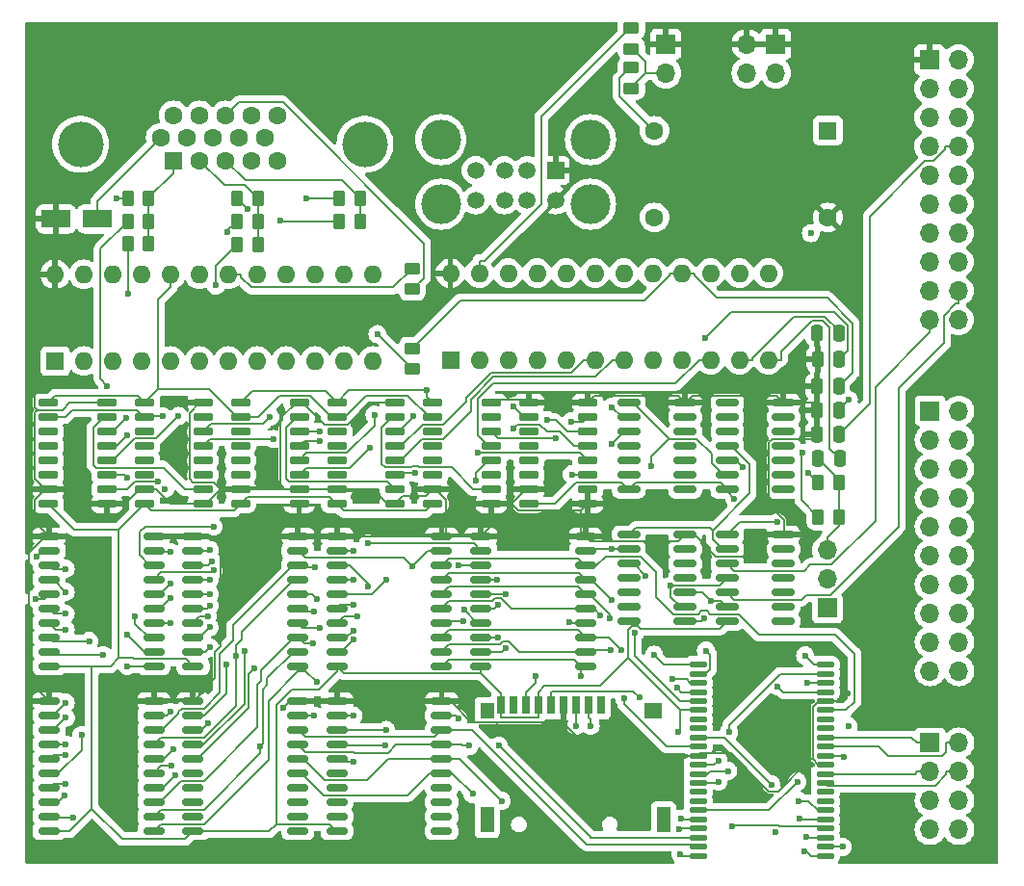
<source format=gbr>
%TF.GenerationSoftware,KiCad,Pcbnew,8.0.4+dfsg-1*%
%TF.CreationDate,2024-12-19T01:42:37-05:00*%
%TF.ProjectId,VGA_SRAM_COMP,5647415f-5352-4414-9d5f-434f4d502e6b,rev?*%
%TF.SameCoordinates,Original*%
%TF.FileFunction,Copper,L1,Top*%
%TF.FilePolarity,Positive*%
%FSLAX46Y46*%
G04 Gerber Fmt 4.6, Leading zero omitted, Abs format (unit mm)*
G04 Created by KiCad (PCBNEW 8.0.4+dfsg-1) date 2024-12-19 01:42:37*
%MOMM*%
%LPD*%
G01*
G04 APERTURE LIST*
G04 Aperture macros list*
%AMRoundRect*
0 Rectangle with rounded corners*
0 $1 Rounding radius*
0 $2 $3 $4 $5 $6 $7 $8 $9 X,Y pos of 4 corners*
0 Add a 4 corners polygon primitive as box body*
4,1,4,$2,$3,$4,$5,$6,$7,$8,$9,$2,$3,0*
0 Add four circle primitives for the rounded corners*
1,1,$1+$1,$2,$3*
1,1,$1+$1,$4,$5*
1,1,$1+$1,$6,$7*
1,1,$1+$1,$8,$9*
0 Add four rect primitives between the rounded corners*
20,1,$1+$1,$2,$3,$4,$5,0*
20,1,$1+$1,$4,$5,$6,$7,0*
20,1,$1+$1,$6,$7,$8,$9,0*
20,1,$1+$1,$8,$9,$2,$3,0*%
G04 Aperture macros list end*
%TA.AperFunction,ComponentPad*%
%ADD10R,1.700000X1.700000*%
%TD*%
%TA.AperFunction,ComponentPad*%
%ADD11O,1.700000X1.700000*%
%TD*%
%TA.AperFunction,ComponentPad*%
%ADD12R,1.600000X1.600000*%
%TD*%
%TA.AperFunction,ComponentPad*%
%ADD13C,1.600000*%
%TD*%
%TA.AperFunction,SMDPad,CuDef*%
%ADD14RoundRect,0.150000X-0.800000X-0.150000X0.800000X-0.150000X0.800000X0.150000X-0.800000X0.150000X0*%
%TD*%
%TA.AperFunction,SMDPad,CuDef*%
%ADD15RoundRect,0.150000X-0.825000X-0.150000X0.825000X-0.150000X0.825000X0.150000X-0.825000X0.150000X0*%
%TD*%
%TA.AperFunction,SMDPad,CuDef*%
%ADD16RoundRect,0.150000X-0.725000X-0.150000X0.725000X-0.150000X0.725000X0.150000X-0.725000X0.150000X0*%
%TD*%
%TA.AperFunction,ComponentPad*%
%ADD17O,1.600000X1.600000*%
%TD*%
%TA.AperFunction,SMDPad,CuDef*%
%ADD18RoundRect,0.137500X-0.625000X-0.137500X0.625000X-0.137500X0.625000X0.137500X-0.625000X0.137500X0*%
%TD*%
%TA.AperFunction,SMDPad,CuDef*%
%ADD19RoundRect,0.250000X-0.262500X-0.450000X0.262500X-0.450000X0.262500X0.450000X-0.262500X0.450000X0*%
%TD*%
%TA.AperFunction,SMDPad,CuDef*%
%ADD20RoundRect,0.250000X0.450000X-0.262500X0.450000X0.262500X-0.450000X0.262500X-0.450000X-0.262500X0*%
%TD*%
%TA.AperFunction,SMDPad,CuDef*%
%ADD21RoundRect,0.250000X-0.450000X0.262500X-0.450000X-0.262500X0.450000X-0.262500X0.450000X0.262500X0*%
%TD*%
%TA.AperFunction,ComponentPad*%
%ADD22R,1.500000X1.500000*%
%TD*%
%TA.AperFunction,ComponentPad*%
%ADD23C,1.500000*%
%TD*%
%TA.AperFunction,ComponentPad*%
%ADD24C,3.500000*%
%TD*%
%TA.AperFunction,SMDPad,CuDef*%
%ADD25R,0.700000X1.600000*%
%TD*%
%TA.AperFunction,SMDPad,CuDef*%
%ADD26R,1.200000X2.200000*%
%TD*%
%TA.AperFunction,SMDPad,CuDef*%
%ADD27R,1.600000X1.400000*%
%TD*%
%TA.AperFunction,SMDPad,CuDef*%
%ADD28R,1.200000X1.400000*%
%TD*%
%TA.AperFunction,ComponentPad*%
%ADD29C,4.000000*%
%TD*%
%TA.AperFunction,SMDPad,CuDef*%
%ADD30RoundRect,0.250000X-1.050000X-0.550000X1.050000X-0.550000X1.050000X0.550000X-1.050000X0.550000X0*%
%TD*%
%TA.AperFunction,SMDPad,CuDef*%
%ADD31RoundRect,0.250000X-0.250000X-0.475000X0.250000X-0.475000X0.250000X0.475000X-0.250000X0.475000X0*%
%TD*%
%TA.AperFunction,ViaPad*%
%ADD32C,0.600000*%
%TD*%
%TA.AperFunction,Conductor*%
%ADD33C,0.200000*%
%TD*%
G04 APERTURE END LIST*
D10*
%TO.P,J8,1,Pin_1*%
%TO.N,MCUMEMADDR0*%
X137000000Y-91680000D03*
D11*
%TO.P,J8,2,Pin_2*%
%TO.N,MCUMEMADDR1*%
X139540000Y-91680000D03*
%TO.P,J8,3,Pin_3*%
%TO.N,MCUMEMADDR2*%
X137000000Y-94220000D03*
%TO.P,J8,4,Pin_4*%
%TO.N,MCUMEMADDR3*%
X139540000Y-94220000D03*
%TO.P,J8,5,Pin_5*%
%TO.N,MCUMEMADDR4*%
X137000000Y-96760000D03*
%TO.P,J8,6,Pin_6*%
%TO.N,MCUMEMADDR5*%
X139540000Y-96760000D03*
%TO.P,J8,7,Pin_7*%
%TO.N,MCUMEMADDR6*%
X137000000Y-99300000D03*
%TO.P,J8,8,Pin_8*%
%TO.N,MCUMEMADDR7*%
X139540000Y-99300000D03*
%TO.P,J8,9,Pin_9*%
%TO.N,MCUMEMADDR8*%
X137000000Y-101840000D03*
%TO.P,J8,10,Pin_10*%
%TO.N,MCUMEMADDR9*%
X139540000Y-101840000D03*
%TO.P,J8,11,Pin_11*%
%TO.N,MCUMEMADDR10*%
X137000000Y-104380000D03*
%TO.P,J8,12,Pin_12*%
%TO.N,MCUMEMADDR11*%
X139540000Y-104380000D03*
%TO.P,J8,13,Pin_13*%
%TO.N,MCUMEMADDR12*%
X137000000Y-106920000D03*
%TO.P,J8,14,Pin_14*%
%TO.N,MCUMEMADDR13*%
X139540000Y-106920000D03*
%TO.P,J8,15,Pin_15*%
%TO.N,MCUMEMADDR14*%
X137000000Y-109460000D03*
%TO.P,J8,16,Pin_16*%
%TO.N,MCUMEMADDR15*%
X139540000Y-109460000D03*
%TO.P,J8,17,Pin_17*%
%TO.N,MCUMEMADDR16*%
X137000000Y-112000000D03*
%TO.P,J8,18,Pin_18*%
%TO.N,MCUMEMADDR17*%
X139540000Y-112000000D03*
%TO.P,J8,19,Pin_19*%
%TO.N,MCUMEMADDR18*%
X137000000Y-114540000D03*
%TO.P,J8,20,Pin_20*%
%TO.N,MCUMEMADDR19*%
X139540000Y-114540000D03*
%TD*%
D10*
%TO.P,J7,1,Pin_1*%
%TO.N,DATA0*%
X137000000Y-120880000D03*
D11*
%TO.P,J7,2,Pin_2*%
%TO.N,DATA1*%
X139540000Y-120880000D03*
%TO.P,J7,3,Pin_3*%
%TO.N,DATA2*%
X137000000Y-123420000D03*
%TO.P,J7,4,Pin_4*%
%TO.N,DATA3*%
X139540000Y-123420000D03*
%TO.P,J7,5,Pin_5*%
%TO.N,DATA4*%
X137000000Y-125960000D03*
%TO.P,J7,6,Pin_6*%
%TO.N,DATA5*%
X139540000Y-125960000D03*
%TO.P,J7,7,Pin_7*%
%TO.N,DATA6*%
X137000000Y-128500000D03*
%TO.P,J7,8,Pin_8*%
%TO.N,DATA7*%
X139540000Y-128500000D03*
%TD*%
%TO.P,J1,20,Pin_20*%
%TO.N,/MCU OE*%
X139500000Y-83660000D03*
%TO.P,J1,19,Pin_19*%
%TO.N,/MCU CE*%
X136960000Y-83660000D03*
%TO.P,J1,18,Pin_18*%
%TO.N,/MCU WE*%
X139500000Y-81120000D03*
%TO.P,J1,17,Pin_17*%
%TO.N,RESOLUTION*%
X136960000Y-81120000D03*
%TO.P,J1,16,Pin_16*%
%TO.N,Net-(J1-Pin_16)*%
X139500000Y-78580000D03*
%TO.P,J1,15,Pin_15*%
%TO.N,Net-(J1-Pin_15)*%
X136960000Y-78580000D03*
%TO.P,J1,14,Pin_14*%
%TO.N,Net-(J1-Pin_14)*%
X139500000Y-76040000D03*
%TO.P,J1,13,Pin_13*%
%TO.N,Net-(J1-Pin_13)*%
X136960000Y-76040000D03*
%TO.P,J1,12,Pin_12*%
%TO.N,Net-(J1-Pin_12)*%
X139500000Y-73500000D03*
%TO.P,J1,11,Pin_11*%
%TO.N,Net-(J1-Pin_11)*%
X136960000Y-73500000D03*
%TO.P,J1,10,Pin_10*%
%TO.N,GND*%
X139500000Y-70960000D03*
%TO.P,J1,9,Pin_9*%
X136960000Y-70960000D03*
%TO.P,J1,8,Pin_8*%
%TO.N,~{SCREEN_VISIBLE}*%
X139500000Y-68420000D03*
%TO.P,J1,7,Pin_7*%
%TO.N,~{V_VISIBLE}*%
X136960000Y-68420000D03*
%TO.P,J1,6,Pin_6*%
%TO.N,H_VISIBLE*%
X139500000Y-65880000D03*
%TO.P,J1,5,Pin_5*%
%TO.N,Net-(J1-Pin_5)*%
X136960000Y-65880000D03*
%TO.P,J1,4,Pin_4*%
%TO.N,Net-(J1-Pin_4)*%
X139500000Y-63340000D03*
%TO.P,J1,3,Pin_3*%
%TO.N,Net-(J1-Pin_3)*%
X136960000Y-63340000D03*
%TO.P,J1,2,Pin_2*%
%TO.N,Net-(J1-Pin_2)*%
X139500000Y-60800000D03*
D10*
%TO.P,J1,1,Pin_1*%
%TO.N,PWR*%
X136960000Y-60800000D03*
%TD*%
D12*
%TO.P,X1,1,NC*%
%TO.N,unconnected-(X1-NC-Pad1)*%
X128016000Y-67056000D03*
D13*
%TO.P,X1,7,GND*%
%TO.N,GND*%
X112776000Y-67056000D03*
%TO.P,X1,8,OUT*%
%TO.N,H_CLK*%
X112776000Y-74676000D03*
%TO.P,X1,14,Vcc*%
%TO.N,PWR*%
X128016000Y-74676000D03*
%TD*%
D14*
%TO.P,U20,1,A->B*%
%TO.N,PWR*%
X84875000Y-117200000D03*
%TO.P,U20,2,A0*%
%TO.N,A16*%
X84875000Y-118470000D03*
%TO.P,U20,3,A1*%
%TO.N,A17*%
X84875000Y-119740000D03*
%TO.P,U20,4,A2*%
%TO.N,A18*%
X84875000Y-121010000D03*
%TO.P,U20,5,A3*%
%TO.N,A19*%
X84875000Y-122280000D03*
%TO.P,U20,6,A4*%
%TO.N,unconnected-(U20-A4-Pad6)*%
X84875000Y-123550000D03*
%TO.P,U20,7,A5*%
%TO.N,unconnected-(U20-A5-Pad7)*%
X84875000Y-124820000D03*
%TO.P,U20,8,A6*%
%TO.N,unconnected-(U20-A6-Pad8)*%
X84875000Y-126090000D03*
%TO.P,U20,9,A7*%
%TO.N,unconnected-(U20-A7-Pad9)*%
X84875000Y-127360000D03*
%TO.P,U20,10,GND*%
%TO.N,GND*%
X84875000Y-128630000D03*
%TO.P,U20,11,B7*%
%TO.N,unconnected-(U20-B7-Pad11)*%
X94075000Y-128630000D03*
%TO.P,U20,12,B6*%
%TO.N,unconnected-(U20-B6-Pad12)*%
X94075000Y-127360000D03*
%TO.P,U20,13,B5*%
%TO.N,unconnected-(U20-B5-Pad13)*%
X94075000Y-126090000D03*
%TO.P,U20,14,B4*%
%TO.N,unconnected-(U20-B4-Pad14)*%
X94075000Y-124820000D03*
%TO.P,U20,15,B3*%
%TO.N,MEMADDR19*%
X94075000Y-123550000D03*
%TO.P,U20,16,B2*%
%TO.N,MEMADDR18*%
X94075000Y-122280000D03*
%TO.P,U20,17,B1*%
%TO.N,MEMADDR17*%
X94075000Y-121010000D03*
%TO.P,U20,18,B0*%
%TO.N,MEMADDR16*%
X94075000Y-119740000D03*
%TO.P,U20,19,CE*%
%TO.N,~{TIMING ADDR}*%
X94075000Y-118470000D03*
%TO.P,U20,20,VCC*%
%TO.N,PWR*%
X94075000Y-117200000D03*
%TD*%
D15*
%TO.P,U19,1*%
%TO.N,/MCU OE*%
X119175000Y-102580000D03*
%TO.P,U19,2*%
%TO.N,~{MCU OE}*%
X119175000Y-103850000D03*
%TO.P,U19,3*%
%TO.N,/MCU CE*%
X119175000Y-105120000D03*
%TO.P,U19,4*%
%TO.N,Net-(U11-CE)*%
X119175000Y-106390000D03*
%TO.P,U19,5*%
%TO.N,/MCU WE*%
X119175000Y-107660000D03*
%TO.P,U19,6*%
%TO.N,Net-(U1-~{WE})*%
X119175000Y-108930000D03*
%TO.P,U19,7,GND*%
%TO.N,GND*%
X119175000Y-110200000D03*
%TO.P,U19,8*%
%TO.N,unconnected-(U19-Pad8)*%
X124125000Y-110200000D03*
%TO.P,U19,9*%
%TO.N,unconnected-(U19-Pad9)*%
X124125000Y-108930000D03*
%TO.P,U19,10*%
%TO.N,unconnected-(U19-Pad10)*%
X124125000Y-107660000D03*
%TO.P,U19,11*%
%TO.N,unconnected-(U19-Pad11)*%
X124125000Y-106390000D03*
%TO.P,U19,12*%
%TO.N,unconnected-(U19-Pad12)*%
X124125000Y-105120000D03*
%TO.P,U19,13*%
%TO.N,unconnected-(U19-Pad13)*%
X124125000Y-103850000D03*
%TO.P,U19,14,VCC*%
%TO.N,PWR*%
X124125000Y-102580000D03*
%TD*%
D14*
%TO.P,U18,1,A->B*%
%TO.N,PWR*%
X72225000Y-117200000D03*
%TO.P,U18,2,A0*%
%TO.N,MCUMEMADDR16*%
X72225000Y-118470000D03*
%TO.P,U18,3,A1*%
%TO.N,MCUMEMADDR17*%
X72225000Y-119740000D03*
%TO.P,U18,4,A2*%
%TO.N,MCUMEMADDR18*%
X72225000Y-121010000D03*
%TO.P,U18,5,A3*%
%TO.N,MCUMEMADDR19*%
X72225000Y-122280000D03*
%TO.P,U18,6,A4*%
%TO.N,unconnected-(U18-A4-Pad6)*%
X72225000Y-123550000D03*
%TO.P,U18,7,A5*%
%TO.N,unconnected-(U18-A5-Pad7)*%
X72225000Y-124820000D03*
%TO.P,U18,8,A6*%
%TO.N,unconnected-(U18-A6-Pad8)*%
X72225000Y-126090000D03*
%TO.P,U18,9,A7*%
%TO.N,unconnected-(U18-A7-Pad9)*%
X72225000Y-127360000D03*
%TO.P,U18,10,GND*%
%TO.N,GND*%
X72225000Y-128630000D03*
%TO.P,U18,11,B7*%
%TO.N,unconnected-(U18-B7-Pad11)*%
X81425000Y-128630000D03*
%TO.P,U18,12,B6*%
%TO.N,unconnected-(U18-B6-Pad12)*%
X81425000Y-127360000D03*
%TO.P,U18,13,B5*%
%TO.N,unconnected-(U18-B5-Pad13)*%
X81425000Y-126090000D03*
%TO.P,U18,14,B4*%
%TO.N,unconnected-(U18-B4-Pad14)*%
X81425000Y-124820000D03*
%TO.P,U18,15,B3*%
%TO.N,MEMADDR19*%
X81425000Y-123550000D03*
%TO.P,U18,16,B2*%
%TO.N,MEMADDR18*%
X81425000Y-122280000D03*
%TO.P,U18,17,B1*%
%TO.N,MEMADDR17*%
X81425000Y-121010000D03*
%TO.P,U18,18,B0*%
%TO.N,MEMADDR16*%
X81425000Y-119740000D03*
%TO.P,U18,19,CE*%
%TO.N,Net-(U11-CE)*%
X81425000Y-118470000D03*
%TO.P,U18,20,VCC*%
%TO.N,PWR*%
X81425000Y-117200000D03*
%TD*%
D15*
%TO.P,U17,1*%
%TO.N,unconnected-(U17-Pad1)*%
X119175000Y-90960000D03*
%TO.P,U17,2*%
%TO.N,unconnected-(U17-Pad2)*%
X119175000Y-92230000D03*
%TO.P,U17,3*%
%TO.N,unconnected-(U17-Pad3)*%
X119175000Y-93500000D03*
%TO.P,U17,4*%
%TO.N,~{MCU OE}*%
X119175000Y-94770000D03*
%TO.P,U17,5*%
%TO.N,Net-(U16-Pad8)*%
X119175000Y-96040000D03*
%TO.P,U17,6*%
%TO.N,~{TIMING ADDR}*%
X119175000Y-97310000D03*
%TO.P,U17,7,GND*%
%TO.N,GND*%
X119175000Y-98580000D03*
%TO.P,U17,8*%
%TO.N,unconnected-(U17-Pad8)*%
X124125000Y-98580000D03*
%TO.P,U17,9*%
%TO.N,unconnected-(U17-Pad9)*%
X124125000Y-97310000D03*
%TO.P,U17,10*%
%TO.N,unconnected-(U17-Pad10)*%
X124125000Y-96040000D03*
%TO.P,U17,11*%
%TO.N,unconnected-(U17-Pad11)*%
X124125000Y-94770000D03*
%TO.P,U17,12*%
%TO.N,unconnected-(U17-Pad12)*%
X124125000Y-93500000D03*
%TO.P,U17,13*%
%TO.N,unconnected-(U17-Pad13)*%
X124125000Y-92230000D03*
%TO.P,U17,14,VCC*%
%TO.N,PWR*%
X124125000Y-90960000D03*
%TD*%
%TO.P,U16,1*%
%TO.N,~{MCU OE}*%
X110525000Y-102580000D03*
%TO.P,U16,2*%
%TO.N,~{TIMING ADDR}*%
X110525000Y-103850000D03*
%TO.P,U16,3*%
%TO.N,~{OE}*%
X110525000Y-105120000D03*
%TO.P,U16,4*%
%TO.N,unconnected-(U16-Pad4)*%
X110525000Y-106390000D03*
%TO.P,U16,5*%
%TO.N,unconnected-(U16-Pad5)*%
X110525000Y-107660000D03*
%TO.P,U16,6*%
%TO.N,unconnected-(U16-Pad6)*%
X110525000Y-108930000D03*
%TO.P,U16,7,GND*%
%TO.N,GND*%
X110525000Y-110200000D03*
%TO.P,U16,8*%
%TO.N,Net-(U16-Pad8)*%
X115475000Y-110200000D03*
%TO.P,U16,9*%
%TO.N,Net-(U11-CE)*%
X115475000Y-108930000D03*
%TO.P,U16,10*%
%TO.N,Net-(U1-~{WE})*%
X115475000Y-107660000D03*
%TO.P,U16,11*%
%TO.N,unconnected-(U16-Pad11)*%
X115475000Y-106390000D03*
%TO.P,U16,12*%
%TO.N,unconnected-(U16-Pad12)*%
X115475000Y-105120000D03*
%TO.P,U16,13*%
%TO.N,unconnected-(U16-Pad13)*%
X115475000Y-103850000D03*
%TO.P,U16,14,VCC*%
%TO.N,PWR*%
X115475000Y-102580000D03*
%TD*%
%TO.P,U15,1*%
%TO.N,~{TIMING ADDR}*%
X110525000Y-90960000D03*
%TO.P,U15,2*%
%TO.N,~{SCREEN_VISIBLE}*%
X110525000Y-92230000D03*
%TO.P,U15,3*%
%TO.N,~{VGA_OUT}*%
X110525000Y-93500000D03*
%TO.P,U15,4*%
%TO.N,unconnected-(U15-Pad4)*%
X110525000Y-94770000D03*
%TO.P,U15,5*%
%TO.N,unconnected-(U15-Pad5)*%
X110525000Y-96040000D03*
%TO.P,U15,6*%
%TO.N,unconnected-(U15-Pad6)*%
X110525000Y-97310000D03*
%TO.P,U15,7,GND*%
%TO.N,GND*%
X110525000Y-98580000D03*
%TO.P,U15,8*%
%TO.N,unconnected-(U15-Pad8)*%
X115475000Y-98580000D03*
%TO.P,U15,9*%
%TO.N,unconnected-(U15-Pad9)*%
X115475000Y-97310000D03*
%TO.P,U15,10*%
%TO.N,unconnected-(U15-Pad10)*%
X115475000Y-96040000D03*
%TO.P,U15,11*%
%TO.N,unconnected-(U15-Pad11)*%
X115475000Y-94770000D03*
%TO.P,U15,12*%
%TO.N,unconnected-(U15-Pad12)*%
X115475000Y-93500000D03*
%TO.P,U15,13*%
%TO.N,unconnected-(U15-Pad13)*%
X115475000Y-92230000D03*
%TO.P,U15,14,VCC*%
%TO.N,PWR*%
X115475000Y-90960000D03*
%TD*%
D14*
%TO.P,U14,1,A->B*%
%TO.N,PWR*%
X59575000Y-117200000D03*
%TO.P,U14,2,A0*%
%TO.N,A0*%
X59575000Y-118470000D03*
%TO.P,U14,3,A1*%
%TO.N,A1*%
X59575000Y-119740000D03*
%TO.P,U14,4,A2*%
%TO.N,A2*%
X59575000Y-121010000D03*
%TO.P,U14,5,A3*%
%TO.N,A3*%
X59575000Y-122280000D03*
%TO.P,U14,6,A4*%
%TO.N,A4*%
X59575000Y-123550000D03*
%TO.P,U14,7,A5*%
%TO.N,A5*%
X59575000Y-124820000D03*
%TO.P,U14,8,A6*%
%TO.N,A6*%
X59575000Y-126090000D03*
%TO.P,U14,9,A7*%
%TO.N,A7*%
X59575000Y-127360000D03*
%TO.P,U14,10,GND*%
%TO.N,GND*%
X59575000Y-128630000D03*
%TO.P,U14,11,B7*%
%TO.N,MEMADDR7*%
X68775000Y-128630000D03*
%TO.P,U14,12,B6*%
%TO.N,MEMADDR6*%
X68775000Y-127360000D03*
%TO.P,U14,13,B5*%
%TO.N,MEMADDR5*%
X68775000Y-126090000D03*
%TO.P,U14,14,B4*%
%TO.N,MEMADDR4*%
X68775000Y-124820000D03*
%TO.P,U14,15,B3*%
%TO.N,MEMADDR3*%
X68775000Y-123550000D03*
%TO.P,U14,16,B2*%
%TO.N,MEMADDR2*%
X68775000Y-122280000D03*
%TO.P,U14,17,B1*%
%TO.N,MEMADDR1*%
X68775000Y-121010000D03*
%TO.P,U14,18,B0*%
%TO.N,MEMADDR0*%
X68775000Y-119740000D03*
%TO.P,U14,19,CE*%
%TO.N,~{TIMING ADDR}*%
X68775000Y-118470000D03*
%TO.P,U14,20,VCC*%
%TO.N,PWR*%
X68775000Y-117200000D03*
%TD*%
%TO.P,U13,1,A->B*%
%TO.N,PWR*%
X97525000Y-102720000D03*
%TO.P,U13,2,A0*%
%TO.N,A8*%
X97525000Y-103990000D03*
%TO.P,U13,3,A1*%
%TO.N,A9*%
X97525000Y-105260000D03*
%TO.P,U13,4,A2*%
%TO.N,A10*%
X97525000Y-106530000D03*
%TO.P,U13,5,A3*%
%TO.N,A11*%
X97525000Y-107800000D03*
%TO.P,U13,6,A4*%
%TO.N,A12*%
X97525000Y-109070000D03*
%TO.P,U13,7,A5*%
%TO.N,A13*%
X97525000Y-110340000D03*
%TO.P,U13,8,A6*%
%TO.N,A14*%
X97525000Y-111610000D03*
%TO.P,U13,9,A7*%
%TO.N,A15*%
X97525000Y-112880000D03*
%TO.P,U13,10,GND*%
%TO.N,GND*%
X97525000Y-114150000D03*
%TO.P,U13,11,B7*%
%TO.N,MEMADDR15*%
X106725000Y-114150000D03*
%TO.P,U13,12,B6*%
%TO.N,MEMADDR14*%
X106725000Y-112880000D03*
%TO.P,U13,13,B5*%
%TO.N,MEMADDR13*%
X106725000Y-111610000D03*
%TO.P,U13,14,B4*%
%TO.N,MEMADDR12*%
X106725000Y-110340000D03*
%TO.P,U13,15,B3*%
%TO.N,MEMADDR11*%
X106725000Y-109070000D03*
%TO.P,U13,16,B2*%
%TO.N,MEMADDR10*%
X106725000Y-107800000D03*
%TO.P,U13,17,B1*%
%TO.N,MEMADDR9*%
X106725000Y-106530000D03*
%TO.P,U13,18,B0*%
%TO.N,MEMADDR8*%
X106725000Y-105260000D03*
%TO.P,U13,19,CE*%
%TO.N,~{TIMING ADDR}*%
X106725000Y-103990000D03*
%TO.P,U13,20,VCC*%
%TO.N,PWR*%
X106725000Y-102720000D03*
%TD*%
%TO.P,U12,1,A->B*%
%TO.N,PWR*%
X84875000Y-102720000D03*
%TO.P,U12,2,A0*%
%TO.N,MCUMEMADDR8*%
X84875000Y-103990000D03*
%TO.P,U12,3,A1*%
%TO.N,MCUMEMADDR9*%
X84875000Y-105260000D03*
%TO.P,U12,4,A2*%
%TO.N,MCUMEMADDR10*%
X84875000Y-106530000D03*
%TO.P,U12,5,A3*%
%TO.N,MCUMEMADDR11*%
X84875000Y-107800000D03*
%TO.P,U12,6,A4*%
%TO.N,MCUMEMADDR12*%
X84875000Y-109070000D03*
%TO.P,U12,7,A5*%
%TO.N,MCUMEMADDR13*%
X84875000Y-110340000D03*
%TO.P,U12,8,A6*%
%TO.N,MCUMEMADDR14*%
X84875000Y-111610000D03*
%TO.P,U12,9,A7*%
%TO.N,MCUMEMADDR15*%
X84875000Y-112880000D03*
%TO.P,U12,10,GND*%
%TO.N,GND*%
X84875000Y-114150000D03*
%TO.P,U12,11,B7*%
%TO.N,MEMADDR15*%
X94075000Y-114150000D03*
%TO.P,U12,12,B6*%
%TO.N,MEMADDR14*%
X94075000Y-112880000D03*
%TO.P,U12,13,B5*%
%TO.N,MEMADDR13*%
X94075000Y-111610000D03*
%TO.P,U12,14,B4*%
%TO.N,MEMADDR12*%
X94075000Y-110340000D03*
%TO.P,U12,15,B3*%
%TO.N,MEMADDR11*%
X94075000Y-109070000D03*
%TO.P,U12,16,B2*%
%TO.N,MEMADDR10*%
X94075000Y-107800000D03*
%TO.P,U12,17,B1*%
%TO.N,MEMADDR9*%
X94075000Y-106530000D03*
%TO.P,U12,18,B0*%
%TO.N,MEMADDR8*%
X94075000Y-105260000D03*
%TO.P,U12,19,CE*%
%TO.N,Net-(U11-CE)*%
X94075000Y-103990000D03*
%TO.P,U12,20,VCC*%
%TO.N,PWR*%
X94075000Y-102720000D03*
%TD*%
%TO.P,U11,1,A->B*%
%TO.N,PWR*%
X72225000Y-102720000D03*
%TO.P,U11,2,A0*%
%TO.N,MCUMEMADDR0*%
X72225000Y-103990000D03*
%TO.P,U11,3,A1*%
%TO.N,MCUMEMADDR1*%
X72225000Y-105260000D03*
%TO.P,U11,4,A2*%
%TO.N,MCUMEMADDR2*%
X72225000Y-106530000D03*
%TO.P,U11,5,A3*%
%TO.N,MCUMEMADDR3*%
X72225000Y-107800000D03*
%TO.P,U11,6,A4*%
%TO.N,MCUMEMADDR4*%
X72225000Y-109070000D03*
%TO.P,U11,7,A5*%
%TO.N,MCUMEMADDR5*%
X72225000Y-110340000D03*
%TO.P,U11,8,A6*%
%TO.N,MCUMEMADDR6*%
X72225000Y-111610000D03*
%TO.P,U11,9,A7*%
%TO.N,MCUMEMADDR7*%
X72225000Y-112880000D03*
%TO.P,U11,10,GND*%
%TO.N,GND*%
X72225000Y-114150000D03*
%TO.P,U11,11,B7*%
%TO.N,MEMADDR7*%
X81425000Y-114150000D03*
%TO.P,U11,12,B6*%
%TO.N,MEMADDR6*%
X81425000Y-112880000D03*
%TO.P,U11,13,B5*%
%TO.N,MEMADDR5*%
X81425000Y-111610000D03*
%TO.P,U11,14,B4*%
%TO.N,MEMADDR4*%
X81425000Y-110340000D03*
%TO.P,U11,15,B3*%
%TO.N,MEMADDR3*%
X81425000Y-109070000D03*
%TO.P,U11,16,B2*%
%TO.N,MEMADDR2*%
X81425000Y-107800000D03*
%TO.P,U11,17,B1*%
%TO.N,MEMADDR1*%
X81425000Y-106530000D03*
%TO.P,U11,18,B0*%
%TO.N,MEMADDR0*%
X81425000Y-105260000D03*
%TO.P,U11,19,CE*%
%TO.N,Net-(U11-CE)*%
X81425000Y-103990000D03*
%TO.P,U11,20,VCC*%
%TO.N,PWR*%
X81425000Y-102720000D03*
%TD*%
D16*
%TO.P,U10,1,~{MR}*%
%TO.N,PWR*%
X101750000Y-90960000D03*
%TO.P,U10,2,CP*%
%TO.N,H_CLK*%
X101750000Y-92230000D03*
%TO.P,U10,3,D0*%
%TO.N,unconnected-(U10-D0-Pad3)*%
X101750000Y-93500000D03*
%TO.P,U10,4,D1*%
%TO.N,unconnected-(U10-D1-Pad4)*%
X101750000Y-94770000D03*
%TO.P,U10,5,D2*%
%TO.N,unconnected-(U10-D2-Pad5)*%
X101750000Y-96040000D03*
%TO.P,U10,6,D3*%
%TO.N,unconnected-(U10-D3-Pad6)*%
X101750000Y-97310000D03*
%TO.P,U10,7,CEP*%
%TO.N,PWR*%
X101750000Y-98580000D03*
%TO.P,U10,8,GND*%
%TO.N,GND*%
X101750000Y-99850000D03*
%TO.P,U10,9,~{PE}*%
%TO.N,PWR*%
X106900000Y-99850000D03*
%TO.P,U10,10,CET*%
X106900000Y-98580000D03*
%TO.P,U10,11,Q3*%
%TO.N,A3*%
X106900000Y-97310000D03*
%TO.P,U10,12,Q2*%
%TO.N,A2*%
X106900000Y-96040000D03*
%TO.P,U10,13,Q1*%
%TO.N,A1*%
X106900000Y-94770000D03*
%TO.P,U10,14,Q0*%
%TO.N,A0*%
X106900000Y-93500000D03*
%TO.P,U10,15,TC*%
%TO.N,Net-(U10-TC)*%
X106900000Y-92230000D03*
%TO.P,U10,16,VCC*%
%TO.N,PWR*%
X106900000Y-90960000D03*
%TD*%
D12*
%TO.P,U9,1,I1*%
%TO.N,Net-(U5-Q0)*%
X94840000Y-87200000D03*
D17*
%TO.P,U9,2,I2*%
%TO.N,A10*%
X97380000Y-87200000D03*
%TO.P,U9,3,I3*%
%TO.N,A11*%
X99920000Y-87200000D03*
%TO.P,U9,4,I4*%
%TO.N,A12*%
X102460000Y-87200000D03*
%TO.P,U9,5,I5*%
%TO.N,A13*%
X105000000Y-87200000D03*
%TO.P,U9,6,I6*%
%TO.N,A14*%
X107540000Y-87200000D03*
%TO.P,U9,7,I7*%
%TO.N,A15*%
X110080000Y-87200000D03*
%TO.P,U9,8,I8*%
%TO.N,A16*%
X112620000Y-87200000D03*
%TO.P,U9,9,I9*%
%TO.N,A17*%
X115160000Y-87200000D03*
%TO.P,U9,10,I10*%
%TO.N,A18*%
X117700000Y-87200000D03*
%TO.P,U9,11,I11*%
%TO.N,H_VISIBLE*%
X120240000Y-87200000D03*
%TO.P,U9,12,GND*%
%TO.N,GND*%
X122780000Y-87200000D03*
%TO.P,U9,13,I13*%
%TO.N,unconnected-(U9-I13-Pad13)*%
X122780000Y-79580000D03*
%TO.P,U9,14,IO14*%
%TO.N,~{V_VISIBLE}*%
X120240000Y-79580000D03*
%TO.P,U9,15,IO15*%
%TO.N,V_FRONT_PORCH*%
X117700000Y-79580000D03*
%TO.P,U9,16,IO16*%
%TO.N,~{V_SYNC}*%
X115160000Y-79580000D03*
%TO.P,U9,17,IO17*%
%TO.N,unconnected-(U9-IO17-Pad17)*%
X112620000Y-79580000D03*
%TO.P,U9,18,IO18*%
%TO.N,unconnected-(U9-IO18-Pad18)*%
X110080000Y-79580000D03*
%TO.P,U9,19,IO19*%
%TO.N,unconnected-(U9-IO19-Pad19)*%
X107540000Y-79580000D03*
%TO.P,U9,20,IO20*%
%TO.N,~{V_RESET}*%
X105000000Y-79580000D03*
%TO.P,U9,21,IO21*%
%TO.N,~{SCREEN_VISIBLE}*%
X102460000Y-79580000D03*
%TO.P,U9,22,IO22*%
%TO.N,unconnected-(U9-IO22-Pad22)*%
X99920000Y-79580000D03*
%TO.P,U9,23,IO23*%
%TO.N,Net-(U8-IO23)*%
X97380000Y-79580000D03*
%TO.P,U9,24,VCC*%
%TO.N,PWR*%
X94840000Y-79580000D03*
%TD*%
D12*
%TO.P,U8,1,I1*%
%TO.N,A0*%
X60100000Y-87300000D03*
D17*
%TO.P,U8,2,I2*%
%TO.N,A1*%
X62640000Y-87300000D03*
%TO.P,U8,3,I3*%
%TO.N,A2*%
X65180000Y-87300000D03*
%TO.P,U8,4,I4*%
%TO.N,A3*%
X67720000Y-87300000D03*
%TO.P,U8,5,I5*%
%TO.N,A4*%
X70260000Y-87300000D03*
%TO.P,U8,6,I6*%
%TO.N,A5*%
X72800000Y-87300000D03*
%TO.P,U8,7,I7*%
%TO.N,A6*%
X75340000Y-87300000D03*
%TO.P,U8,8,I8*%
%TO.N,A7*%
X77880000Y-87300000D03*
%TO.P,U8,9,I9*%
%TO.N,A8*%
X80420000Y-87300000D03*
%TO.P,U8,10,I10*%
%TO.N,A9*%
X82960000Y-87300000D03*
%TO.P,U8,11,I11*%
%TO.N,unconnected-(U8-I11-Pad11)*%
X85500000Y-87300000D03*
%TO.P,U8,12,GND*%
%TO.N,GND*%
X88040000Y-87300000D03*
%TO.P,U8,13,I13*%
%TO.N,unconnected-(U8-I13-Pad13)*%
X88040000Y-79680000D03*
%TO.P,U8,14,IO14*%
%TO.N,unconnected-(U8-IO14-Pad14)*%
X85500000Y-79680000D03*
%TO.P,U8,15,IO15*%
%TO.N,unconnected-(U8-IO15-Pad15)*%
X82960000Y-79680000D03*
%TO.P,U8,16,IO16*%
%TO.N,H_VISIBLE*%
X80420000Y-79680000D03*
%TO.P,U8,17,IO17*%
%TO.N,unconnected-(U8-IO17-Pad17)*%
X77880000Y-79680000D03*
%TO.P,U8,18,IO18*%
%TO.N,~{H_SYNC}*%
X75340000Y-79680000D03*
%TO.P,U8,19,IO19*%
%TO.N,unconnected-(U8-IO19-Pad19)*%
X72800000Y-79680000D03*
%TO.P,U8,20,IO20*%
%TO.N,Net-(U3-~{MR})*%
X70260000Y-79680000D03*
%TO.P,U8,21,IO21*%
%TO.N,unconnected-(U8-IO21-Pad21)*%
X67720000Y-79680000D03*
%TO.P,U8,22,IO22*%
%TO.N,unconnected-(U8-IO22-Pad22)*%
X65180000Y-79680000D03*
%TO.P,U8,23,IO23*%
%TO.N,Net-(U8-IO23)*%
X62640000Y-79680000D03*
%TO.P,U8,24,VCC*%
%TO.N,PWR*%
X60100000Y-79680000D03*
%TD*%
D16*
%TO.P,U7,1,~{MR}*%
%TO.N,~{V_RESET}*%
X93300000Y-90960000D03*
%TO.P,U7,2,CP*%
%TO.N,Net-(U3-~{MR})*%
X93300000Y-92230000D03*
%TO.P,U7,3,D0*%
%TO.N,unconnected-(U7-D0-Pad3)*%
X93300000Y-93500000D03*
%TO.P,U7,4,D1*%
%TO.N,unconnected-(U7-D1-Pad4)*%
X93300000Y-94770000D03*
%TO.P,U7,5,D2*%
%TO.N,unconnected-(U7-D2-Pad5)*%
X93300000Y-96040000D03*
%TO.P,U7,6,D3*%
%TO.N,unconnected-(U7-D3-Pad6)*%
X93300000Y-97310000D03*
%TO.P,U7,7,CEP*%
%TO.N,PWR*%
X93300000Y-98580000D03*
%TO.P,U7,8,GND*%
%TO.N,GND*%
X93300000Y-99850000D03*
%TO.P,U7,9,~{PE}*%
%TO.N,PWR*%
X98450000Y-99850000D03*
%TO.P,U7,10,CET*%
%TO.N,Net-(U6-TC)*%
X98450000Y-98580000D03*
%TO.P,U7,11,Q3*%
%TO.N,unconnected-(U7-Q3-Pad11)*%
X98450000Y-97310000D03*
%TO.P,U7,12,Q2*%
%TO.N,A19*%
X98450000Y-96040000D03*
%TO.P,U7,13,Q1*%
%TO.N,A18*%
X98450000Y-94770000D03*
%TO.P,U7,14,Q0*%
%TO.N,A17*%
X98450000Y-93500000D03*
%TO.P,U7,15,TC*%
%TO.N,unconnected-(U7-TC-Pad15)*%
X98450000Y-92230000D03*
%TO.P,U7,16,VCC*%
%TO.N,PWR*%
X98450000Y-90960000D03*
%TD*%
%TO.P,U6,1,~{MR}*%
%TO.N,~{V_RESET}*%
X84850000Y-90960000D03*
%TO.P,U6,2,CP*%
%TO.N,Net-(U3-~{MR})*%
X84850000Y-92230000D03*
%TO.P,U6,3,D0*%
%TO.N,unconnected-(U6-D0-Pad3)*%
X84850000Y-93500000D03*
%TO.P,U6,4,D1*%
%TO.N,unconnected-(U6-D1-Pad4)*%
X84850000Y-94770000D03*
%TO.P,U6,5,D2*%
%TO.N,unconnected-(U6-D2-Pad5)*%
X84850000Y-96040000D03*
%TO.P,U6,6,D3*%
%TO.N,unconnected-(U6-D3-Pad6)*%
X84850000Y-97310000D03*
%TO.P,U6,7,CEP*%
%TO.N,PWR*%
X84850000Y-98580000D03*
%TO.P,U6,8,GND*%
%TO.N,GND*%
X84850000Y-99850000D03*
%TO.P,U6,9,~{PE}*%
%TO.N,PWR*%
X90000000Y-99850000D03*
%TO.P,U6,10,CET*%
%TO.N,Net-(U5-TC)*%
X90000000Y-98580000D03*
%TO.P,U6,11,Q3*%
%TO.N,A16*%
X90000000Y-97310000D03*
%TO.P,U6,12,Q2*%
%TO.N,A15*%
X90000000Y-96040000D03*
%TO.P,U6,13,Q1*%
%TO.N,A14*%
X90000000Y-94770000D03*
%TO.P,U6,14,Q0*%
%TO.N,A13*%
X90000000Y-93500000D03*
%TO.P,U6,15,TC*%
%TO.N,Net-(U6-TC)*%
X90000000Y-92230000D03*
%TO.P,U6,16,VCC*%
%TO.N,PWR*%
X90000000Y-90960000D03*
%TD*%
%TO.P,U5,1,~{MR}*%
%TO.N,~{V_RESET}*%
X76400000Y-90960000D03*
%TO.P,U5,2,CP*%
%TO.N,Net-(U3-~{MR})*%
X76400000Y-92230000D03*
%TO.P,U5,3,D0*%
%TO.N,unconnected-(U5-D0-Pad3)*%
X76400000Y-93500000D03*
%TO.P,U5,4,D1*%
%TO.N,unconnected-(U5-D1-Pad4)*%
X76400000Y-94770000D03*
%TO.P,U5,5,D2*%
%TO.N,unconnected-(U5-D2-Pad5)*%
X76400000Y-96040000D03*
%TO.P,U5,6,D3*%
%TO.N,unconnected-(U5-D3-Pad6)*%
X76400000Y-97310000D03*
%TO.P,U5,7,CEP*%
%TO.N,PWR*%
X76400000Y-98580000D03*
%TO.P,U5,8,GND*%
%TO.N,GND*%
X76400000Y-99850000D03*
%TO.P,U5,9,~{PE}*%
%TO.N,PWR*%
X81550000Y-99850000D03*
%TO.P,U5,10,CET*%
X81550000Y-98580000D03*
%TO.P,U5,11,Q3*%
%TO.N,A12*%
X81550000Y-97310000D03*
%TO.P,U5,12,Q2*%
%TO.N,A11*%
X81550000Y-96040000D03*
%TO.P,U5,13,Q1*%
%TO.N,A10*%
X81550000Y-94770000D03*
%TO.P,U5,14,Q0*%
%TO.N,Net-(U5-Q0)*%
X81550000Y-93500000D03*
%TO.P,U5,15,TC*%
%TO.N,Net-(U5-TC)*%
X81550000Y-92230000D03*
%TO.P,U5,16,VCC*%
%TO.N,PWR*%
X81550000Y-90960000D03*
%TD*%
%TO.P,U4,1,~{MR}*%
%TO.N,Net-(U3-~{MR})*%
X67950000Y-90960000D03*
%TO.P,U4,2,CP*%
%TO.N,H_CLK*%
X67950000Y-92230000D03*
%TO.P,U4,3,D0*%
%TO.N,unconnected-(U4-D0-Pad3)*%
X67950000Y-93500000D03*
%TO.P,U4,4,D1*%
%TO.N,unconnected-(U4-D1-Pad4)*%
X67950000Y-94770000D03*
%TO.P,U4,5,D2*%
%TO.N,unconnected-(U4-D2-Pad5)*%
X67950000Y-96040000D03*
%TO.P,U4,6,D3*%
%TO.N,unconnected-(U4-D3-Pad6)*%
X67950000Y-97310000D03*
%TO.P,U4,7,CEP*%
%TO.N,PWR*%
X67950000Y-98580000D03*
%TO.P,U4,8,GND*%
%TO.N,GND*%
X67950000Y-99850000D03*
%TO.P,U4,9,~{PE}*%
%TO.N,PWR*%
X73100000Y-99850000D03*
%TO.P,U4,10,CET*%
%TO.N,Net-(U3-TC)*%
X73100000Y-98580000D03*
%TO.P,U4,11,Q3*%
%TO.N,unconnected-(U4-Q3-Pad11)*%
X73100000Y-97310000D03*
%TO.P,U4,12,Q2*%
%TO.N,unconnected-(U4-Q2-Pad12)*%
X73100000Y-96040000D03*
%TO.P,U4,13,Q1*%
%TO.N,A9*%
X73100000Y-94770000D03*
%TO.P,U4,14,Q0*%
%TO.N,A8*%
X73100000Y-93500000D03*
%TO.P,U4,15,TC*%
%TO.N,unconnected-(U4-TC-Pad15)*%
X73100000Y-92230000D03*
%TO.P,U4,16,VCC*%
%TO.N,PWR*%
X73100000Y-90960000D03*
%TD*%
%TO.P,U3,1,~{MR}*%
%TO.N,Net-(U3-~{MR})*%
X59500000Y-90960000D03*
%TO.P,U3,2,CP*%
%TO.N,H_CLK*%
X59500000Y-92230000D03*
%TO.P,U3,3,D0*%
%TO.N,unconnected-(U3-D0-Pad3)*%
X59500000Y-93500000D03*
%TO.P,U3,4,D1*%
%TO.N,unconnected-(U3-D1-Pad4)*%
X59500000Y-94770000D03*
%TO.P,U3,5,D2*%
%TO.N,unconnected-(U3-D2-Pad5)*%
X59500000Y-96040000D03*
%TO.P,U3,6,D3*%
%TO.N,unconnected-(U3-D3-Pad6)*%
X59500000Y-97310000D03*
%TO.P,U3,7,CEP*%
%TO.N,PWR*%
X59500000Y-98580000D03*
%TO.P,U3,8,GND*%
%TO.N,GND*%
X59500000Y-99850000D03*
%TO.P,U3,9,~{PE}*%
%TO.N,PWR*%
X64650000Y-99850000D03*
%TO.P,U3,10,CET*%
%TO.N,Net-(U10-TC)*%
X64650000Y-98580000D03*
%TO.P,U3,11,Q3*%
%TO.N,A7*%
X64650000Y-97310000D03*
%TO.P,U3,12,Q2*%
%TO.N,A6*%
X64650000Y-96040000D03*
%TO.P,U3,13,Q1*%
%TO.N,A5*%
X64650000Y-94770000D03*
%TO.P,U3,14,Q0*%
%TO.N,A4*%
X64650000Y-93500000D03*
%TO.P,U3,15,TC*%
%TO.N,Net-(U3-TC)*%
X64650000Y-92230000D03*
%TO.P,U3,16,VCC*%
%TO.N,PWR*%
X64650000Y-90960000D03*
%TD*%
D14*
%TO.P,U2,1,A->B*%
%TO.N,PWR*%
X59575000Y-102720000D03*
%TO.P,U2,2,A0*%
%TO.N,DATA7*%
X59575000Y-103990000D03*
%TO.P,U2,3,A1*%
%TO.N,DATA6*%
X59575000Y-105260000D03*
%TO.P,U2,4,A2*%
%TO.N,DATA5*%
X59575000Y-106530000D03*
%TO.P,U2,5,A3*%
%TO.N,DATA4*%
X59575000Y-107800000D03*
%TO.P,U2,6,A4*%
%TO.N,DATA3*%
X59575000Y-109070000D03*
%TO.P,U2,7,A5*%
%TO.N,DATA2*%
X59575000Y-110340000D03*
%TO.P,U2,8,A6*%
%TO.N,DATA1*%
X59575000Y-111610000D03*
%TO.P,U2,9,A7*%
%TO.N,DATA0*%
X59575000Y-112880000D03*
%TO.P,U2,10,GND*%
%TO.N,GND*%
X59575000Y-114150000D03*
%TO.P,U2,11,B7*%
%TO.N,Net-(U2-B7)*%
X68775000Y-114150000D03*
%TO.P,U2,12,B6*%
%TO.N,Net-(U2-B6)*%
X68775000Y-112880000D03*
%TO.P,U2,13,B5*%
%TO.N,Net-(U2-B5)*%
X68775000Y-111610000D03*
%TO.P,U2,14,B4*%
%TO.N,Net-(U2-B4)*%
X68775000Y-110340000D03*
%TO.P,U2,15,B3*%
%TO.N,Net-(U2-B3)*%
X68775000Y-109070000D03*
%TO.P,U2,16,B2*%
%TO.N,Net-(U2-B2)*%
X68775000Y-107800000D03*
%TO.P,U2,17,B1*%
%TO.N,Net-(U2-B1)*%
X68775000Y-106530000D03*
%TO.P,U2,18,B0*%
%TO.N,Net-(U2-B0)*%
X68775000Y-105260000D03*
%TO.P,U2,19,CE*%
%TO.N,~{VGA_OUT}*%
X68775000Y-103990000D03*
%TO.P,U2,20,VCC*%
%TO.N,PWR*%
X68775000Y-102720000D03*
%TD*%
D18*
%TO.P,U1,1,A4*%
%TO.N,MEMADDR4*%
X116612500Y-114000000D03*
%TO.P,U1,2,A3*%
%TO.N,MEMADDR3*%
X116612500Y-114800000D03*
%TO.P,U1,3,A2*%
%TO.N,MEMADDR2*%
X116612500Y-115600000D03*
%TO.P,U1,4,A1*%
%TO.N,MEMADDR1*%
X116612500Y-116400000D03*
%TO.P,U1,5,A0*%
%TO.N,MEMADDR0*%
X116612500Y-117200000D03*
%TO.P,U1,6,~{CS1}*%
%TO.N,GND*%
X116612500Y-118000000D03*
%TO.P,U1,7,NC*%
%TO.N,unconnected-(U1-NC-Pad7)*%
X116612500Y-118800000D03*
%TO.P,U1,8,NC*%
%TO.N,unconnected-(U1-NC-Pad8)*%
X116612500Y-119600000D03*
%TO.P,U1,9,I/O1*%
%TO.N,DATA7*%
X116612500Y-120400000D03*
%TO.P,U1,10,I/O2*%
%TO.N,DATA6*%
X116612500Y-121200000D03*
%TO.P,U1,11,VDD*%
%TO.N,PWR*%
X116612500Y-122000000D03*
%TO.P,U1,12,GND*%
%TO.N,GND*%
X116612500Y-122800000D03*
%TO.P,U1,13,I/O3*%
%TO.N,DATA5*%
X116612500Y-123600000D03*
%TO.P,U1,14,I/O4*%
%TO.N,DATA4*%
X116612500Y-124400000D03*
%TO.P,U1,15,NC*%
%TO.N,unconnected-(U1-NC-Pad15)*%
X116612500Y-125200000D03*
%TO.P,U1,16,NC*%
%TO.N,unconnected-(U1-NC-Pad16)*%
X116612500Y-126000000D03*
%TO.P,U1,17,~{WE}*%
%TO.N,Net-(U1-~{WE})*%
X116612500Y-126800000D03*
%TO.P,U1,18,A19*%
%TO.N,MEMADDR19*%
X116612500Y-127600000D03*
%TO.P,U1,19,A18*%
%TO.N,MEMADDR18*%
X116612500Y-128400000D03*
%TO.P,U1,20,A17*%
%TO.N,MEMADDR17*%
X116612500Y-129200000D03*
%TO.P,U1,21,A16*%
%TO.N,MEMADDR16*%
X116612500Y-130000000D03*
%TO.P,U1,22,A15*%
%TO.N,MEMADDR15*%
X116612500Y-130800000D03*
%TO.P,U1,23,A14*%
%TO.N,MEMADDR14*%
X127787500Y-130800000D03*
%TO.P,U1,24,A13*%
%TO.N,MEMADDR13*%
X127787500Y-130000000D03*
%TO.P,U1,25,A12*%
%TO.N,MEMADDR12*%
X127787500Y-129200000D03*
%TO.P,U1,26,A11*%
%TO.N,MEMADDR11*%
X127787500Y-128400000D03*
%TO.P,U1,27,A10*%
%TO.N,MEMADDR10*%
X127787500Y-127600000D03*
%TO.P,U1,28,A9*%
%TO.N,MEMADDR9*%
X127787500Y-126800000D03*
%TO.P,U1,29,NC*%
%TO.N,unconnected-(U1-NC-Pad29)*%
X127787500Y-126000000D03*
%TO.P,U1,30,NC*%
%TO.N,unconnected-(U1-NC-Pad30)*%
X127787500Y-125200000D03*
%TO.P,U1,31,I/O5*%
%TO.N,DATA3*%
X127787500Y-124400000D03*
%TO.P,U1,32,I/O6*%
%TO.N,DATA2*%
X127787500Y-123600000D03*
%TO.P,U1,33,VDD*%
%TO.N,PWR*%
X127787500Y-122800000D03*
%TO.P,U1,34,GND*%
%TO.N,GND*%
X127787500Y-122000000D03*
%TO.P,U1,35,I/O7*%
%TO.N,DATA1*%
X127787500Y-121200000D03*
%TO.P,U1,36,I/O8*%
%TO.N,DATA0*%
X127787500Y-120400000D03*
%TO.P,U1,37,NC*%
%TO.N,unconnected-(U1-NC-Pad37)*%
X127787500Y-119600000D03*
%TO.P,U1,38,NC*%
%TO.N,unconnected-(U1-NC-Pad38)*%
X127787500Y-118800000D03*
%TO.P,U1,39,A8*%
%TO.N,MEMADDR8*%
X127787500Y-118000000D03*
%TO.P,U1,40,CS2*%
%TO.N,PWR*%
X127787500Y-117200000D03*
%TO.P,U1,41,~{OE}*%
%TO.N,~{OE}*%
X127787500Y-116400000D03*
%TO.P,U1,42,A7*%
%TO.N,MEMADDR7*%
X127787500Y-115600000D03*
%TO.P,U1,43,A6*%
%TO.N,MEMADDR6*%
X127787500Y-114800000D03*
%TO.P,U1,44,A5*%
%TO.N,MEMADDR5*%
X127787500Y-114000000D03*
%TD*%
D19*
%TO.P,R14,1*%
%TO.N,Net-(J1-Pin_15)*%
X127175000Y-101000000D03*
%TO.P,R14,2*%
%TO.N,Net-(J6-Pin_2)*%
X129000000Y-101000000D03*
%TD*%
%TO.P,R13,1*%
%TO.N,Net-(J1-Pin_16)*%
X127175000Y-98000000D03*
%TO.P,R13,2*%
%TO.N,Net-(J6-Pin_2)*%
X129000000Y-98000000D03*
%TD*%
D20*
%TO.P,R12,1*%
%TO.N,Net-(J3-Pad14)*%
X91500000Y-88000000D03*
%TO.P,R12,2*%
%TO.N,~{V_SYNC}*%
X91500000Y-86175000D03*
%TD*%
%TO.P,R11,1*%
%TO.N,Net-(J3-Pad13)*%
X91500000Y-81000000D03*
%TO.P,R11,2*%
%TO.N,~{H_SYNC}*%
X91500000Y-79175000D03*
%TD*%
%TO.P,R10,1*%
%TO.N,RESOLUTION*%
X110750000Y-59837500D03*
%TO.P,R10,2*%
%TO.N,Net-(U8-IO23)*%
X110750000Y-58012500D03*
%TD*%
D21*
%TO.P,R9,1*%
%TO.N,GND*%
X110744000Y-61525000D03*
%TO.P,R9,2*%
%TO.N,RESOLUTION*%
X110744000Y-63350000D03*
%TD*%
D19*
%TO.P,R8,1*%
%TO.N,Net-(U2-B6)*%
X66500000Y-75000000D03*
%TO.P,R8,2*%
%TO.N,Net-(J3-Pad1)*%
X68325000Y-75000000D03*
%TD*%
%TO.P,R7,1*%
%TO.N,Net-(U2-B7)*%
X66500000Y-77000000D03*
%TO.P,R7,2*%
%TO.N,Net-(J3-Pad1)*%
X68325000Y-77000000D03*
%TD*%
%TO.P,R6,2*%
%TO.N,Net-(J3-Pad2)*%
X77912500Y-75000000D03*
%TO.P,R6,1*%
%TO.N,Net-(U2-B3)*%
X76087500Y-75000000D03*
%TD*%
%TO.P,R5,2*%
%TO.N,Net-(J3-Pad2)*%
X77912500Y-77100000D03*
%TO.P,R5,1*%
%TO.N,Net-(U2-B4)*%
X76087500Y-77100000D03*
%TD*%
%TO.P,R4,1*%
%TO.N,Net-(U2-B5)*%
X66500000Y-73000000D03*
%TO.P,R4,2*%
%TO.N,Net-(J3-Pad1)*%
X68325000Y-73000000D03*
%TD*%
%TO.P,R3,2*%
%TO.N,Net-(J3-Pad2)*%
X77912500Y-73000000D03*
%TO.P,R3,1*%
%TO.N,Net-(U2-B2)*%
X76087500Y-73000000D03*
%TD*%
%TO.P,R2,1*%
%TO.N,Net-(U2-B0)*%
X85087500Y-75000000D03*
%TO.P,R2,2*%
%TO.N,Net-(J3-Pad3)*%
X86912500Y-75000000D03*
%TD*%
%TO.P,R1,1*%
%TO.N,Net-(U2-B1)*%
X85087500Y-73000000D03*
%TO.P,R1,2*%
%TO.N,Net-(J3-Pad3)*%
X86912500Y-73000000D03*
%TD*%
D10*
%TO.P,JP1,1,A*%
%TO.N,PWR*%
X113792000Y-59436000D03*
D11*
%TO.P,JP1,2,B*%
%TO.N,RESOLUTION*%
X113792000Y-61976000D03*
%TD*%
D10*
%TO.P,J6,1,Pin_1*%
%TO.N,GND*%
X127975000Y-109025000D03*
D11*
%TO.P,J6,2,Pin_2*%
%TO.N,Net-(J6-Pin_2)*%
X127975000Y-106485000D03*
%TO.P,J6,3,Pin_3*%
X127975000Y-103945000D03*
%TD*%
D22*
%TO.P,J5,1,VBUS1*%
%TO.N,PWR*%
X104084000Y-70542300D03*
D23*
%TO.P,J5,2,D1-*%
%TO.N,Net-(J1-Pin_3)*%
X101584000Y-70542300D03*
%TO.P,J5,3,D1+*%
%TO.N,Net-(J1-Pin_2)*%
X99584000Y-70542300D03*
%TO.P,J5,4,GND1*%
%TO.N,GND*%
X97084000Y-70542300D03*
%TO.P,J5,5,VBUS2*%
%TO.N,PWR*%
X104084000Y-73162300D03*
%TO.P,J5,6,D2-*%
%TO.N,Net-(J1-Pin_5)*%
X101584000Y-73162300D03*
%TO.P,J5,7,D2+*%
%TO.N,Net-(J1-Pin_4)*%
X99584000Y-73162300D03*
%TO.P,J5,8,GND2*%
%TO.N,GND*%
X97084000Y-73162300D03*
D24*
%TO.P,J5,9,Shield*%
X107154000Y-67832300D03*
X94014000Y-67832300D03*
X107154000Y-73512300D03*
X94014000Y-73512300D03*
%TD*%
D25*
%TO.P,J4,1,DAT2*%
%TO.N,unconnected-(J4-DAT2-Pad1)*%
X108062532Y-117537545D03*
%TO.P,J4,2,DAT3/CD*%
%TO.N,Net-(J1-Pin_14)*%
X106962532Y-117537545D03*
%TO.P,J4,3,CMD*%
%TO.N,Net-(J1-Pin_13)*%
X105862532Y-117537545D03*
%TO.P,J4,4,VDD*%
%TO.N,PWR*%
X104762532Y-117537545D03*
%TO.P,J4,5,CLK*%
%TO.N,Net-(J1-Pin_12)*%
X103662532Y-117537545D03*
%TO.P,J4,6,VSS*%
%TO.N,GND*%
X102562532Y-117537545D03*
%TO.P,J4,7,DAT0*%
%TO.N,Net-(J1-Pin_11)*%
X101462532Y-117537545D03*
%TO.P,J4,8,DAT1*%
%TO.N,unconnected-(J4-DAT1-Pad8)*%
X100362532Y-117537545D03*
%TO.P,J4,9,SHIELD*%
%TO.N,GND*%
X99262532Y-117537545D03*
D26*
%TO.P,J4,SH*%
%TO.N,N/C*%
X113562532Y-127637545D03*
D27*
X112662532Y-118037545D03*
D26*
X98062532Y-127637545D03*
D28*
X98062532Y-118037545D03*
%TD*%
D13*
%TO.P,J3,15*%
%TO.N,unconnected-(J3-Pad15)*%
X79680000Y-65700000D03*
%TO.P,J3,14*%
%TO.N,Net-(J3-Pad14)*%
X77390000Y-65700000D03*
%TO.P,J3,13*%
%TO.N,Net-(J3-Pad13)*%
X75100000Y-65700000D03*
%TO.P,J3,12*%
%TO.N,unconnected-(J3-Pad12)*%
X72810000Y-65700000D03*
%TO.P,J3,11*%
%TO.N,unconnected-(J3-Pad11)*%
X70520000Y-65700000D03*
%TO.P,J3,10*%
%TO.N,GND*%
X78535000Y-67680000D03*
%TO.P,J3,9*%
%TO.N,unconnected-(J3-Pad9)*%
X76245000Y-67680000D03*
%TO.P,J3,8*%
%TO.N,GND*%
X73955000Y-67680000D03*
%TO.P,J3,7*%
X71665000Y-67680000D03*
%TO.P,J3,6*%
X69375000Y-67680000D03*
%TO.P,J3,5*%
X79680000Y-69660000D03*
%TO.P,J3,4*%
%TO.N,unconnected-(J3-Pad4)*%
X77390000Y-69660000D03*
%TO.P,J3,3*%
%TO.N,Net-(J3-Pad3)*%
X75100000Y-69660000D03*
%TO.P,J3,2*%
%TO.N,Net-(J3-Pad2)*%
X72810000Y-69660000D03*
D12*
%TO.P,J3,1*%
%TO.N,Net-(J3-Pad1)*%
X70520000Y-69660000D03*
D29*
%TO.P,J3,0*%
%TO.N,N/C*%
X62335000Y-68240000D03*
X87335000Y-68240000D03*
%TD*%
D10*
%TO.P,J2,1,Pin_1*%
%TO.N,PWR*%
X123444000Y-59436000D03*
D11*
%TO.P,J2,2,Pin_2*%
X120904000Y-59436000D03*
%TO.P,J2,3,Pin_3*%
%TO.N,GND*%
X123444000Y-61976000D03*
%TO.P,J2,4,Pin_4*%
X120904000Y-61976000D03*
%TD*%
D30*
%TO.P,C9,1*%
%TO.N,PWR*%
X60200000Y-74800000D03*
%TO.P,C9,2*%
%TO.N,GND*%
X63800000Y-74800000D03*
%TD*%
D31*
%TO.P,C8,2*%
%TO.N,~{SCREEN_VISIBLE}*%
X128966000Y-93726000D03*
%TO.P,C8,1*%
%TO.N,PWR*%
X127066000Y-93726000D03*
%TD*%
%TO.P,C7,2*%
%TO.N,~{V_RESET}*%
X128966000Y-91606000D03*
%TO.P,C7,1*%
%TO.N,PWR*%
X127066000Y-91606000D03*
%TD*%
%TO.P,C5,1*%
%TO.N,PWR*%
X127066000Y-89536000D03*
%TO.P,C5,2*%
%TO.N,~{V_SYNC}*%
X128966000Y-89536000D03*
%TD*%
%TO.P,C3,1*%
%TO.N,PWR*%
X127132000Y-87122000D03*
%TO.P,C3,2*%
%TO.N,~{H_SYNC}*%
X129032000Y-87122000D03*
%TD*%
%TO.P,C2,1*%
%TO.N,PWR*%
X127066000Y-84836000D03*
%TO.P,C2,2*%
%TO.N,H_VISIBLE*%
X128966000Y-84836000D03*
%TD*%
%TO.P,C1,1*%
%TO.N,Net-(J6-Pin_2)*%
X127150000Y-95900000D03*
%TO.P,C1,2*%
%TO.N,GND*%
X129050000Y-95900000D03*
%TD*%
D32*
%TO.N,PWR*%
X129750000Y-116550000D03*
%TO.N,DATA6*%
X123425000Y-128750000D03*
%TO.N,MEMADDR17*%
X99100000Y-121100000D03*
X96525000Y-121125000D03*
%TO.N,A19*%
X97085600Y-97796700D03*
X86349600Y-122553400D03*
%TO.N,MCUMEMADDR13*%
X86668700Y-109749500D03*
%TO.N,MCUMEMADDR19*%
X77597000Y-114355800D03*
%TO.N,MCUMEMADDR12*%
X86326000Y-108765300D03*
%TO.N,MCUMEMADDR16*%
X75162100Y-113984300D03*
%TO.N,MCUMEMADDR2*%
X73691000Y-106530000D03*
%TO.N,MCUMEMADDR0*%
X73692700Y-103899800D03*
%TO.N,MCUMEMADDR14*%
X86288000Y-110987800D03*
%TO.N,MCUMEMADDR11*%
X89215300Y-106561900D03*
%TO.N,MCUMEMADDR3*%
X73699600Y-107800000D03*
%TO.N,MCUMEMADDR9*%
X87584900Y-107147900D03*
%TO.N,MCUMEMADDR5*%
X73511600Y-109749600D03*
%TO.N,MCUMEMADDR6*%
X73679400Y-110682600D03*
%TO.N,MCUMEMADDR8*%
X86326800Y-103990000D03*
%TO.N,MCUMEMADDR18*%
X76721400Y-112795900D03*
%TO.N,MCUMEMADDR15*%
X86331300Y-111798300D03*
%TO.N,MCUMEMADDR7*%
X73694000Y-112482300D03*
%TO.N,MCUMEMADDR4*%
X73696600Y-108816700D03*
%TO.N,Net-(U11-CE)*%
X114163600Y-107059200D03*
X91463400Y-105367200D03*
X82876900Y-118470000D03*
%TO.N,Net-(U1-~{WE})*%
X125339000Y-124286600D03*
X117722600Y-108370300D03*
%TO.N,MCUMEMADDR10*%
X86352100Y-106530000D03*
%TO.N,MCUMEMADDR17*%
X73550900Y-119143800D03*
X129825000Y-119400000D03*
%TO.N,DATA2*%
X61029200Y-110940600D03*
%TO.N,MCUMEMADDR1*%
X73919100Y-104915500D03*
%TO.N,/MCU OE*%
X123558200Y-101474700D03*
%TO.N,DATA1*%
X63090000Y-111927500D03*
%TO.N,DATA5*%
X119262644Y-123339566D03*
X61029800Y-107593900D03*
%TO.N,DATA3*%
X61018800Y-109514200D03*
%TO.N,DATA0*%
X64334000Y-113145500D03*
%TO.N,Net-(U16-Pad8)*%
X117145800Y-109933700D03*
X120515200Y-96626600D03*
%TO.N,~{TIMING ADDR}*%
X109025200Y-103863200D03*
X112498500Y-96577300D03*
X95532800Y-118727600D03*
X70247400Y-118148800D03*
%TO.N,DATA7*%
X123059500Y-124523900D03*
X58481684Y-104527256D03*
%TO.N,DATA4*%
X118400000Y-124300000D03*
X58375000Y-108200000D03*
%TO.N,A17*%
X104122900Y-94100800D03*
X89198100Y-119740000D03*
%TO.N,A18*%
X89121900Y-121115400D03*
%TO.N,A16*%
X91759400Y-97149800D03*
X86328200Y-118470000D03*
%TO.N,Net-(U10-TC)*%
X69144000Y-97935600D03*
X105498100Y-92615100D03*
%TO.N,Net-(J1-Pin_15)*%
X125771100Y-95356600D03*
%TO.N,RESOLUTION*%
X126537600Y-76056700D03*
%TO.N,A14*%
X98996900Y-111585100D03*
%TO.N,A15*%
X99718600Y-112560800D03*
%TO.N,A13*%
X91548000Y-92117200D03*
X96060500Y-109195700D03*
%TO.N,A12*%
X99033100Y-108759600D03*
X87755700Y-94893300D03*
%TO.N,A11*%
X99747300Y-107776300D03*
X88179500Y-92013700D03*
%TO.N,A10*%
X83382500Y-94309300D03*
X98979700Y-106534100D03*
%TO.N,Net-(J1-Pin_16)*%
X126282300Y-97107300D03*
%TO.N,Net-(U5-Q0)*%
X83343100Y-93500000D03*
%TO.N,A9*%
X95553600Y-105260000D03*
X79286400Y-94161200D03*
%TO.N,A8*%
X78996700Y-92207700D03*
X87601500Y-103355000D03*
%TO.N,A7*%
X61702500Y-127422600D03*
X66433100Y-97573500D03*
%TO.N,A5*%
X66430300Y-93829200D03*
X61028100Y-124483800D03*
%TO.N,A4*%
X66332100Y-92290800D03*
X62432600Y-120194800D03*
%TO.N,A6*%
X70947900Y-92133400D03*
X60898000Y-125496800D03*
%TO.N,H_CLK*%
X69587800Y-92151600D03*
X100370500Y-91284800D03*
%TO.N,A3*%
X61041300Y-121979900D03*
X69764500Y-98546900D03*
X105514400Y-97261500D03*
%TO.N,A0*%
X61027500Y-117335000D03*
X103384000Y-92492700D03*
%TO.N,A2*%
X97245200Y-95387800D03*
X61026500Y-121010000D03*
%TO.N,A1*%
X61034200Y-118653600D03*
X100363100Y-93242900D03*
%TO.N,~{VGA_OUT}*%
X109042600Y-94583600D03*
X70228300Y-104099400D03*
%TO.N,MEMADDR6*%
X119331300Y-119942900D03*
X78150900Y-121155200D03*
%TO.N,MEMADDR1*%
X114775000Y-116050000D03*
X75962300Y-113198400D03*
%TO.N,MEMADDR19*%
X115125000Y-127525000D03*
X96805600Y-125367600D03*
%TO.N,MEMADDR18*%
X114924998Y-128425000D03*
X99338900Y-125969700D03*
%TO.N,MEMADDR7*%
X126200000Y-115600000D03*
X83073100Y-115542900D03*
%TO.N,~{OE}*%
X123598800Y-115898700D03*
X112003700Y-106192400D03*
%TO.N,MEMADDR3*%
X117309800Y-112755800D03*
X82891600Y-109337500D03*
X70294800Y-122903800D03*
%TO.N,MEMADDR12*%
X126125000Y-129150000D03*
X105270000Y-110295500D03*
X95954600Y-110141800D03*
%TO.N,MEMADDR4*%
X112745800Y-113126700D03*
X83377500Y-110729900D03*
X70675700Y-123727100D03*
%TO.N,MEMADDR5*%
X126025000Y-113200000D03*
X82748100Y-112157400D03*
%TO.N,MEMADDR15*%
X106300100Y-114964700D03*
X115050000Y-130675000D03*
%TO.N,DATA6*%
X110119900Y-116948000D03*
X61026900Y-105558000D03*
%TO.N,MEMADDR11*%
X119612000Y-128190500D03*
X108044400Y-109630000D03*
%TO.N,MEMADDR10*%
X125563900Y-127566700D03*
X108844600Y-109890800D03*
%TO.N,MEMADDR9*%
X125471700Y-125990100D03*
X109010100Y-108290400D03*
%TO.N,MEMADDR2*%
X114353100Y-115289900D03*
X83146600Y-108238600D03*
X70516700Y-121414100D03*
%TO.N,MEMADDR14*%
X125950000Y-130425000D03*
X108947600Y-112691500D03*
%TO.N,MEMADDR13*%
X129325000Y-130025000D03*
X109881800Y-112710900D03*
%TO.N,MEMADDR0*%
X111066300Y-111221100D03*
X82902300Y-105413000D03*
%TO.N,Net-(U2-B7)*%
X66500000Y-81417500D03*
X66442100Y-114110100D03*
%TO.N,Net-(U2-B6)*%
X64687700Y-89480600D03*
X66422900Y-111341300D03*
%TO.N,Net-(U2-B5)*%
X65481000Y-73000000D03*
X67144400Y-109767900D03*
%TO.N,Net-(U2-B4)*%
X74239400Y-80664200D03*
X70243200Y-110340000D03*
%TO.N,Net-(U2-B3)*%
X75261300Y-75952600D03*
X70250000Y-108106400D03*
%TO.N,Net-(U2-B2)*%
X76994700Y-73907200D03*
X70227700Y-106901600D03*
%TO.N,Net-(U2-B1)*%
X82155600Y-73000000D03*
X74018200Y-105726100D03*
%TO.N,Net-(U2-B0)*%
X79890200Y-74950800D03*
X74030600Y-101852400D03*
%TO.N,Net-(J3-Pad14)*%
X88439500Y-84939500D03*
%TO.N,Net-(J1-Pin_11)*%
X102342900Y-114964700D03*
%TO.N,Net-(J1-Pin_12)*%
X111470200Y-116895500D03*
%TO.N,Net-(J1-Pin_13)*%
X105891600Y-119371100D03*
%TO.N,Net-(J1-Pin_14)*%
X107158300Y-119371100D03*
%TO.N,GND*%
X129450000Y-122075000D03*
X118400000Y-122415700D03*
X119794800Y-99392300D03*
X114850000Y-119942900D03*
%TO.N,~{SCREEN_VISIBLE}*%
X109036900Y-91338900D03*
%TO.N,~{V_RESET}*%
X92800500Y-89887200D03*
X129863900Y-90708100D03*
%TO.N,~{H_SYNC}*%
X117226000Y-85289600D03*
%TO.N,PWR*%
X80125400Y-117793900D03*
X72930200Y-116363600D03*
%TD*%
D33*
%TO.N,MEMADDR15*%
X116612500Y-130800000D02*
X115175000Y-130800000D01*
X115175000Y-130800000D02*
X115050000Y-130675000D01*
%TO.N,MEMADDR18*%
X114949998Y-128400000D02*
X114924998Y-128425000D01*
X116612500Y-128400000D02*
X114949998Y-128400000D01*
%TO.N,MEMADDR19*%
X116612500Y-127600000D02*
X115200000Y-127600000D01*
X115200000Y-127600000D02*
X115125000Y-127525000D01*
%TO.N,GND*%
X115053500Y-119739400D02*
X114850000Y-119942900D01*
X115053500Y-118000000D02*
X115053500Y-119739400D01*
%TO.N,MEMADDR0*%
X115005761Y-117200000D02*
X111066300Y-113260539D01*
%TO.N,MEMADDR1*%
X115125000Y-116400000D02*
X114775000Y-116050000D01*
%TO.N,MEMADDR0*%
X111066300Y-113260539D02*
X111066300Y-111221100D01*
X116612500Y-117200000D02*
X115005761Y-117200000D01*
%TO.N,MEMADDR1*%
X116612500Y-116400000D02*
X115125000Y-116400000D01*
%TO.N,MEMADDR5*%
X126825000Y-114000000D02*
X126025000Y-113200000D01*
X127787500Y-114000000D02*
X126825000Y-114000000D01*
%TO.N,MEMADDR7*%
X126489900Y-115600000D02*
X126200000Y-115600000D01*
X127787500Y-115600000D02*
X126489900Y-115600000D01*
%TO.N,MEMADDR14*%
X126137600Y-130425000D02*
X125950000Y-130425000D01*
X126512600Y-130800000D02*
X126137600Y-130425000D01*
X127787500Y-130800000D02*
X126512600Y-130800000D01*
%TO.N,MEMADDR12*%
X126175000Y-129200000D02*
X126125000Y-129150000D01*
X127787500Y-129200000D02*
X126175000Y-129200000D01*
%TO.N,DATA5*%
X117635433Y-123339566D02*
X119262644Y-123339566D01*
%TO.N,DATA4*%
X116612500Y-124400000D02*
X118300000Y-124400000D01*
X118300000Y-124400000D02*
X118400000Y-124300000D01*
%TO.N,DATA5*%
X116612500Y-123600000D02*
X117374999Y-123600000D01*
X117374999Y-123600000D02*
X117635433Y-123339566D01*
%TO.N,GND*%
X118015700Y-122800000D02*
X118400000Y-122415700D01*
X116612500Y-122800000D02*
X118015700Y-122800000D01*
%TO.N,MEMADDR13*%
X129300000Y-130000000D02*
X129325000Y-130025000D01*
X127787500Y-130000000D02*
X129300000Y-130000000D01*
%TO.N,GND*%
X129375000Y-122000000D02*
X129450000Y-122075000D01*
X127787500Y-122000000D02*
X129375000Y-122000000D01*
%TO.N,MEMADDR8*%
X116607100Y-109565000D02*
X114474200Y-109565000D01*
X107707300Y-105260000D02*
X106725000Y-105260000D01*
X121974700Y-111375000D02*
X120164800Y-109565100D01*
X130350000Y-117250000D02*
X130350000Y-113025000D01*
X130350000Y-113025000D02*
X128700000Y-111375000D01*
X127787500Y-118000000D02*
X129600000Y-118000000D01*
X117399300Y-109269900D02*
X116902200Y-109269900D01*
X120164800Y-109565100D02*
X117694500Y-109565100D01*
X112926300Y-108017100D02*
X112926300Y-105877400D01*
X111533900Y-104485000D02*
X108482300Y-104485000D01*
%TO.N,PWR*%
X129100000Y-117200000D02*
X127787500Y-117200000D01*
%TO.N,MEMADDR8*%
X129600000Y-118000000D02*
X130350000Y-117250000D01*
X116902200Y-109269900D02*
X116607100Y-109565000D01*
X117694500Y-109565100D02*
X117399300Y-109269900D01*
X114474200Y-109565000D02*
X112926300Y-108017100D01*
X112926300Y-105877400D02*
X111533900Y-104485000D01*
X128700000Y-111375000D02*
X121974700Y-111375000D01*
%TO.N,PWR*%
X129750000Y-116550000D02*
X129100000Y-117200000D01*
%TO.N,MEMADDR8*%
X108482300Y-104485000D02*
X107707300Y-105260000D01*
%TO.N,MEMADDR11*%
X119702500Y-128100000D02*
X119612000Y-128190500D01*
X123694239Y-128100000D02*
X119702500Y-128100000D01*
X127787500Y-128400000D02*
X127578000Y-128190500D01*
X123784739Y-128190500D02*
X123694239Y-128100000D01*
X127578000Y-128190500D02*
X123784739Y-128190500D01*
%TO.N,PWR*%
X104512600Y-118887600D02*
X107625000Y-122000000D01*
X107625000Y-122000000D02*
X116612500Y-122000000D01*
%TO.N,MEMADDR17*%
X116612500Y-129200000D02*
X107150000Y-129200000D01*
X107150000Y-129200000D02*
X107150000Y-129150000D01*
X107150000Y-129150000D02*
X99100000Y-121100000D01*
%TO.N,MEMADDR16*%
X116612500Y-130000000D02*
X116387500Y-129775000D01*
X116387500Y-129775000D02*
X106809314Y-129775000D01*
X96774314Y-119740000D02*
X94075000Y-119740000D01*
%TO.N,MEMADDR17*%
X95909100Y-121125000D02*
X95794100Y-121010000D01*
X96525000Y-121125000D02*
X95909100Y-121125000D01*
%TO.N,MEMADDR16*%
X106809314Y-129775000D02*
X96774314Y-119740000D01*
%TO.N,PWR*%
X59395200Y-102540200D02*
X57775000Y-104160400D01*
X57775000Y-104160400D02*
X57775000Y-115400000D01*
X57775000Y-115400000D02*
X59575000Y-117200000D01*
%TO.N,DATA7*%
X58481684Y-104527256D02*
X59018940Y-103990000D01*
X59018940Y-103990000D02*
X59575000Y-103990000D01*
%TO.N,DATA4*%
X59175000Y-108200000D02*
X58375000Y-108200000D01*
X59575000Y-107800000D02*
X59175000Y-108200000D01*
%TO.N,Net-(U8-IO23)*%
X97835900Y-78479900D02*
X97380000Y-78479900D01*
X102834000Y-73481800D02*
X97835900Y-78479900D01*
X102834000Y-65822000D02*
X102834000Y-73481800D01*
X110744000Y-57912000D02*
X102834000Y-65822000D01*
X97380000Y-79580000D02*
X97380000Y-78479900D01*
%TO.N,A19*%
X85148400Y-122553400D02*
X84875000Y-122280000D01*
X86349600Y-122553400D02*
X85148400Y-122553400D01*
X97085600Y-97110400D02*
X97085600Y-97796700D01*
X98156000Y-96040000D02*
X97085600Y-97110400D01*
X98450000Y-96040000D02*
X98156000Y-96040000D01*
%TO.N,MCUMEMADDR13*%
X85465500Y-109749500D02*
X86668700Y-109749500D01*
X84875000Y-110340000D02*
X85465500Y-109749500D01*
%TO.N,MCUMEMADDR19*%
X77121600Y-114831200D02*
X77597000Y-114355800D01*
X77121600Y-117804600D02*
X77121600Y-114831200D01*
X72646200Y-122280000D02*
X77121600Y-117804600D01*
X72225000Y-122280000D02*
X72646200Y-122280000D01*
%TO.N,MCUMEMADDR12*%
X85179700Y-108765300D02*
X86326000Y-108765300D01*
X84875000Y-109070000D02*
X85179700Y-108765300D01*
%TO.N,MCUMEMADDR16*%
X75162100Y-116510900D02*
X75162100Y-113984300D01*
X73203000Y-118470000D02*
X75162100Y-116510900D01*
X72225000Y-118470000D02*
X73203000Y-118470000D01*
%TO.N,MCUMEMADDR2*%
X72225000Y-106530000D02*
X73691000Y-106530000D01*
%TO.N,MCUMEMADDR0*%
X73602500Y-103990000D02*
X73692700Y-103899800D01*
X72225000Y-103990000D02*
X73602500Y-103990000D01*
%TO.N,MCUMEMADDR14*%
X85665800Y-111610000D02*
X84875000Y-111610000D01*
X86288000Y-110987800D02*
X85665800Y-111610000D01*
%TO.N,MCUMEMADDR11*%
X87977200Y-107800000D02*
X89215300Y-106561900D01*
X84875000Y-107800000D02*
X87977200Y-107800000D01*
%TO.N,MCUMEMADDR3*%
X72225000Y-107800000D02*
X73699600Y-107800000D01*
%TO.N,MCUMEMADDR9*%
X87584900Y-106888700D02*
X87584900Y-107147900D01*
X85956200Y-105260000D02*
X87584900Y-106888700D01*
X84875000Y-105260000D02*
X85956200Y-105260000D01*
%TO.N,MCUMEMADDR5*%
X72815400Y-109749600D02*
X73511600Y-109749600D01*
X72225000Y-110340000D02*
X72815400Y-109749600D01*
%TO.N,MCUMEMADDR6*%
X72752000Y-111610000D02*
X73679400Y-110682600D01*
X72225000Y-111610000D02*
X72752000Y-111610000D01*
%TO.N,MCUMEMADDR8*%
X84875000Y-103990000D02*
X86326800Y-103990000D01*
%TO.N,MCUMEMADDR18*%
X76721400Y-117442400D02*
X76721400Y-112795900D01*
X73153800Y-121010000D02*
X76721400Y-117442400D01*
X72225000Y-121010000D02*
X73153800Y-121010000D01*
%TO.N,MCUMEMADDR15*%
X85249600Y-112880000D02*
X86331300Y-111798300D01*
X84875000Y-112880000D02*
X85249600Y-112880000D01*
%TO.N,MCUMEMADDR7*%
X73296300Y-112880000D02*
X73694000Y-112482300D01*
X72225000Y-112880000D02*
X73296300Y-112880000D01*
%TO.N,MCUMEMADDR4*%
X73443300Y-109070000D02*
X73696600Y-108816700D01*
X72225000Y-109070000D02*
X73443300Y-109070000D01*
%TO.N,Net-(U11-CE)*%
X114163600Y-108012900D02*
X114163600Y-107059200D01*
X115080700Y-108930000D02*
X114163600Y-108012900D01*
X115475000Y-108930000D02*
X115080700Y-108930000D01*
X118505800Y-107059200D02*
X114163600Y-107059200D01*
X119175000Y-106390000D02*
X118505800Y-107059200D01*
X82060000Y-104625000D02*
X81425000Y-103990000D01*
X90721200Y-104625000D02*
X82060000Y-104625000D01*
X91463400Y-105367200D02*
X90721200Y-104625000D01*
X92840600Y-103990000D02*
X94075000Y-103990000D01*
X91463400Y-105367200D02*
X92840600Y-103990000D01*
X81425000Y-118470000D02*
X82876900Y-118470000D01*
%TO.N,Net-(U1-~{WE})*%
X122825600Y-126800000D02*
X125339000Y-124286600D01*
X116612500Y-126800000D02*
X122825600Y-126800000D01*
X117012300Y-107660000D02*
X117722600Y-108370300D01*
X115475000Y-107660000D02*
X117012300Y-107660000D01*
X118615300Y-108370300D02*
X119175000Y-108930000D01*
X117722600Y-108370300D02*
X118615300Y-108370300D01*
%TO.N,MCUMEMADDR10*%
X84875000Y-106530000D02*
X86352100Y-106530000D01*
%TO.N,MCUMEMADDR17*%
X72954700Y-119740000D02*
X73550900Y-119143800D01*
X72225000Y-119740000D02*
X72954700Y-119740000D01*
%TO.N,DATA2*%
X135669900Y-123600000D02*
X135849900Y-123420000D01*
X127787500Y-123600000D02*
X135669900Y-123600000D01*
X137000000Y-123420000D02*
X135849900Y-123420000D01*
X60175600Y-110940600D02*
X61029200Y-110940600D01*
X59575000Y-110340000D02*
X60175600Y-110940600D01*
%TO.N,MCUMEMADDR1*%
X73574600Y-105260000D02*
X72225000Y-105260000D01*
X73919100Y-104915500D02*
X73574600Y-105260000D01*
%TO.N,/MCU OE*%
X120280300Y-101474700D02*
X123558200Y-101474700D01*
X119175000Y-102580000D02*
X120280300Y-101474700D01*
%TO.N,Net-(J6-Pin_2)*%
X129000000Y-101769900D02*
X129000000Y-101000000D01*
X127975000Y-102794900D02*
X129000000Y-101769900D01*
X127975000Y-103945000D02*
X127975000Y-102794900D01*
X129000000Y-97750000D02*
X129000000Y-98000000D01*
X127150000Y-95900000D02*
X129000000Y-97750000D01*
X129000000Y-98000000D02*
X129000000Y-101000000D01*
%TO.N,DATA1*%
X139540000Y-120880000D02*
X138389900Y-120880000D01*
X138389900Y-121693300D02*
X138389900Y-120880000D01*
X138053000Y-122030200D02*
X138389900Y-121693300D01*
X133321700Y-122030200D02*
X138053000Y-122030200D01*
X132491500Y-121200000D02*
X133321700Y-122030200D01*
X127787500Y-121200000D02*
X132491500Y-121200000D01*
X59892500Y-111927500D02*
X63090000Y-111927500D01*
X59575000Y-111610000D02*
X59892500Y-111927500D01*
%TO.N,DATA5*%
X59965900Y-106530000D02*
X61029800Y-107593900D01*
X59575000Y-106530000D02*
X59965900Y-106530000D01*
%TO.N,DATA3*%
X138389900Y-123658300D02*
X138389900Y-123420000D01*
X137430700Y-124617500D02*
X138389900Y-123658300D01*
X128005000Y-124617500D02*
X137430700Y-124617500D01*
X127787500Y-124400000D02*
X128005000Y-124617500D01*
X139540000Y-123420000D02*
X138389900Y-123420000D01*
X60019200Y-109514200D02*
X59575000Y-109070000D01*
X61018800Y-109514200D02*
X60019200Y-109514200D01*
%TO.N,DATA0*%
X135369900Y-120400000D02*
X135849900Y-120880000D01*
X127787500Y-120400000D02*
X135369900Y-120400000D01*
X137000000Y-120880000D02*
X135849900Y-120880000D01*
X59840500Y-113145500D02*
X64334000Y-113145500D01*
X59575000Y-112880000D02*
X59840500Y-113145500D01*
%TO.N,~{MCU OE}*%
X118770000Y-103850000D02*
X119175000Y-103850000D01*
X117889000Y-102969000D02*
X118770000Y-103850000D01*
X117889000Y-102179400D02*
X117889000Y-102969000D01*
X121140100Y-98928300D02*
X117889000Y-102179400D01*
X121140100Y-96390400D02*
X121140100Y-98928300D01*
X119519700Y-94770000D02*
X121140100Y-96390400D01*
X119175000Y-94770000D02*
X119519700Y-94770000D01*
X111133800Y-101971200D02*
X110525000Y-102580000D01*
X117680800Y-101971200D02*
X111133800Y-101971200D01*
X117889000Y-102179400D02*
X117680800Y-101971200D01*
%TO.N,Net-(U16-Pad8)*%
X116879500Y-110200000D02*
X117145800Y-109933700D01*
X115475000Y-110200000D02*
X116879500Y-110200000D01*
X119928600Y-96040000D02*
X120515200Y-96626600D01*
X119175000Y-96040000D02*
X119928600Y-96040000D01*
%TO.N,~{TIMING ADDR}*%
X109038400Y-103850000D02*
X110525000Y-103850000D01*
X109025200Y-103863200D02*
X109038400Y-103850000D01*
X106851800Y-103863200D02*
X109025200Y-103863200D01*
X106725000Y-103990000D02*
X106851800Y-103863200D01*
X116502200Y-94165000D02*
X114005600Y-94165000D01*
X117801700Y-95464500D02*
X116502200Y-94165000D01*
X117801700Y-96288800D02*
X117801700Y-95464500D01*
X118822900Y-97310000D02*
X117801700Y-96288800D01*
X119175000Y-97310000D02*
X118822900Y-97310000D01*
X110870400Y-90960000D02*
X110525000Y-90960000D01*
X114005600Y-94095200D02*
X110870400Y-90960000D01*
X114005600Y-94165000D02*
X114005600Y-94095200D01*
X112498600Y-96577300D02*
X112498500Y-96577300D01*
X112498600Y-95672000D02*
X112498600Y-96577300D01*
X114005600Y-94165000D02*
X112498600Y-95672000D01*
X95275200Y-118470000D02*
X94075000Y-118470000D01*
X95532800Y-118727600D02*
X95275200Y-118470000D01*
X69926200Y-118470000D02*
X70247400Y-118148800D01*
X68775000Y-118470000D02*
X69926200Y-118470000D01*
%TO.N,DATA7*%
X118935600Y-120400000D02*
X123059500Y-124523900D01*
X116612500Y-120400000D02*
X118935600Y-120400000D01*
%TO.N,/MCU WE*%
X139261700Y-82270100D02*
X139500000Y-82270100D01*
X138230000Y-83301800D02*
X139261700Y-82270100D01*
X138230000Y-85702900D02*
X138230000Y-83301800D01*
X134213700Y-89719200D02*
X138230000Y-85702900D01*
X134213700Y-101881900D02*
X134213700Y-89719200D01*
X128220800Y-107874800D02*
X134213700Y-101881900D01*
X126092600Y-107874800D02*
X128220800Y-107874800D01*
X125695000Y-108272400D02*
X126092600Y-107874800D01*
X119787400Y-108272400D02*
X125695000Y-108272400D01*
X119175000Y-107660000D02*
X119787400Y-108272400D01*
X139500000Y-81120000D02*
X139500000Y-82270100D01*
%TO.N,A17*%
X99050800Y-94100800D02*
X104122900Y-94100800D01*
X98450000Y-93500000D02*
X99050800Y-94100800D01*
X84875000Y-119740000D02*
X89198100Y-119740000D01*
%TO.N,A18*%
X98202700Y-94770000D02*
X98450000Y-94770000D01*
X97254000Y-93821300D02*
X98202700Y-94770000D01*
X97254000Y-90615700D02*
X97254000Y-93821300D01*
X98569400Y-89300300D02*
X97254000Y-90615700D01*
X114637100Y-89300300D02*
X98569400Y-89300300D01*
X116599900Y-87337500D02*
X114637100Y-89300300D01*
X116599900Y-87200000D02*
X116599900Y-87337500D01*
X117700000Y-87200000D02*
X116599900Y-87200000D01*
X84980400Y-121115400D02*
X89121900Y-121115400D01*
X84875000Y-121010000D02*
X84980400Y-121115400D01*
%TO.N,A16*%
X90160200Y-97149800D02*
X90000000Y-97310000D01*
X91759400Y-97149800D02*
X90160200Y-97149800D01*
X84875000Y-118470000D02*
X86328200Y-118470000D01*
%TO.N,Net-(U10-TC)*%
X106514900Y-92615100D02*
X106900000Y-92230000D01*
X105498100Y-92615100D02*
X106514900Y-92615100D01*
X67076900Y-97935600D02*
X69144000Y-97935600D01*
X66432500Y-98580000D02*
X67076900Y-97935600D01*
X64650000Y-98580000D02*
X66432500Y-98580000D01*
%TO.N,Net-(J1-Pin_15)*%
X125682200Y-99507200D02*
X127175000Y-101000000D01*
X125682200Y-95445500D02*
X125682200Y-99507200D01*
X125771100Y-95356600D02*
X125682200Y-95445500D01*
%TO.N,RESOLUTION*%
X112014000Y-61007000D02*
X110744000Y-59737000D01*
X112014000Y-61976000D02*
X112014000Y-61007000D01*
X113792000Y-61976000D02*
X112014000Y-61976000D01*
X112014000Y-61976000D02*
X110744000Y-63246000D01*
%TO.N,A14*%
X107540000Y-87200000D02*
X106439900Y-87200000D01*
X90483600Y-94770000D02*
X90000000Y-94770000D01*
X92388600Y-92865000D02*
X90483600Y-94770000D01*
X94189700Y-92865000D02*
X92388600Y-92865000D01*
X96219000Y-90835700D02*
X94189700Y-92865000D01*
X96219000Y-90519100D02*
X96219000Y-90835700D01*
X98438000Y-88300100D02*
X96219000Y-90519100D01*
X105483200Y-88300100D02*
X98438000Y-88300100D01*
X106439900Y-87343400D02*
X105483200Y-88300100D01*
X106439900Y-87200000D02*
X106439900Y-87343400D01*
X98972000Y-111610000D02*
X97525000Y-111610000D01*
X98996900Y-111585100D02*
X98972000Y-111610000D01*
%TO.N,A15*%
X110080000Y-87200000D02*
X108979900Y-87200000D01*
X90473400Y-96040000D02*
X90000000Y-96040000D01*
X92355100Y-94158300D02*
X90473400Y-96040000D01*
X94174800Y-94158300D02*
X92355100Y-94158300D01*
X96619100Y-91714000D02*
X94174800Y-94158300D01*
X96619100Y-90684800D02*
X96619100Y-91714000D01*
X98603700Y-88700200D02*
X96619100Y-90684800D01*
X107617300Y-88700200D02*
X98603700Y-88700200D01*
X108979900Y-87337600D02*
X107617300Y-88700200D01*
X108979900Y-87200000D02*
X108979900Y-87337600D01*
X99399400Y-112880000D02*
X99718600Y-112560800D01*
X97525000Y-112880000D02*
X99399400Y-112880000D01*
%TO.N,A13*%
X90285300Y-93500000D02*
X90000000Y-93500000D01*
X91548000Y-92237300D02*
X90285300Y-93500000D01*
X91548000Y-92117200D02*
X91548000Y-92237300D01*
X97204800Y-110340000D02*
X97525000Y-110340000D01*
X96060500Y-109195700D02*
X97204800Y-110340000D01*
%TO.N,Net-(U6-TC)*%
X89718400Y-92230000D02*
X90000000Y-92230000D01*
X88814400Y-93134000D02*
X89718400Y-92230000D01*
X88814400Y-96367500D02*
X88814400Y-93134000D01*
X89094400Y-96647500D02*
X88814400Y-96367500D01*
X91413100Y-96647500D02*
X89094400Y-96647500D01*
X91510900Y-96549700D02*
X91413100Y-96647500D01*
X92008000Y-96549700D02*
X91510900Y-96549700D01*
X92105800Y-96647500D02*
X92008000Y-96549700D01*
X94938100Y-96647500D02*
X92105800Y-96647500D01*
X96870600Y-98580000D02*
X94938100Y-96647500D01*
X98450000Y-98580000D02*
X96870600Y-98580000D01*
%TO.N,A12*%
X82185000Y-96675000D02*
X81550000Y-97310000D01*
X85974000Y-96675000D02*
X82185000Y-96675000D01*
X87755700Y-94893300D02*
X85974000Y-96675000D01*
X98722700Y-109070000D02*
X99033100Y-108759600D01*
X97525000Y-109070000D02*
X98722700Y-109070000D01*
%TO.N,A11*%
X82219200Y-95370800D02*
X81550000Y-96040000D01*
X85779500Y-95370800D02*
X82219200Y-95370800D01*
X88179500Y-92970800D02*
X85779500Y-95370800D01*
X88179500Y-92013700D02*
X88179500Y-92970800D01*
X97565600Y-107759400D02*
X97525000Y-107800000D01*
X99730400Y-107759400D02*
X97565600Y-107759400D01*
X99747300Y-107776300D02*
X99730400Y-107759400D01*
%TO.N,A10*%
X97529100Y-106534100D02*
X98979700Y-106534100D01*
X97525000Y-106530000D02*
X97529100Y-106534100D01*
X82010700Y-94309300D02*
X83382500Y-94309300D01*
X81550000Y-94770000D02*
X82010700Y-94309300D01*
%TO.N,Net-(J1-Pin_16)*%
X127175000Y-98000000D02*
X126282300Y-97107300D01*
%TO.N,Net-(U5-Q0)*%
X81550000Y-93500000D02*
X83343100Y-93500000D01*
%TO.N,A9*%
X97525000Y-105260000D02*
X95553600Y-105260000D01*
X73708800Y-94161200D02*
X79286400Y-94161200D01*
X73100000Y-94770000D02*
X73708800Y-94161200D01*
%TO.N,A8*%
X73769200Y-92830800D02*
X73100000Y-93500000D01*
X78373600Y-92830800D02*
X73769200Y-92830800D01*
X78996700Y-92207700D02*
X78373600Y-92830800D01*
X96890000Y-103355000D02*
X87601500Y-103355000D01*
X97525000Y-103990000D02*
X96890000Y-103355000D01*
%TO.N,Net-(U5-TC)*%
X89330800Y-97910800D02*
X90000000Y-98580000D01*
X80624300Y-97910800D02*
X89330800Y-97910800D01*
X80365900Y-97652400D02*
X80624300Y-97910800D01*
X80365900Y-93164100D02*
X80365900Y-97652400D01*
X81300000Y-92230000D02*
X80365900Y-93164100D01*
X81550000Y-92230000D02*
X81300000Y-92230000D01*
%TO.N,A7*%
X59637600Y-127422600D02*
X59575000Y-127360000D01*
X61702500Y-127422600D02*
X59637600Y-127422600D01*
X66169600Y-97310000D02*
X66433100Y-97573500D01*
X64650000Y-97310000D02*
X66169600Y-97310000D01*
%TO.N,A5*%
X59911200Y-124483800D02*
X59575000Y-124820000D01*
X61028100Y-124483800D02*
X59911200Y-124483800D01*
X65489500Y-94770000D02*
X66430300Y-93829200D01*
X64650000Y-94770000D02*
X65489500Y-94770000D01*
%TO.N,A4*%
X65122900Y-93500000D02*
X64650000Y-93500000D01*
X66332100Y-92290800D02*
X65122900Y-93500000D01*
X62432600Y-121489300D02*
X62432600Y-120194800D01*
X60371900Y-123550000D02*
X62432600Y-121489300D01*
X59575000Y-123550000D02*
X60371900Y-123550000D01*
%TO.N,A6*%
X65163700Y-96040000D02*
X64650000Y-96040000D01*
X67102900Y-94100800D02*
X65163700Y-96040000D01*
X68980500Y-94100800D02*
X67102900Y-94100800D01*
X70947900Y-92133400D02*
X68980500Y-94100800D01*
X60304800Y-126090000D02*
X59575000Y-126090000D01*
X60898000Y-125496800D02*
X60304800Y-126090000D01*
%TO.N,H_CLK*%
X101315700Y-92230000D02*
X100370500Y-91284800D01*
X101750000Y-92230000D02*
X101315700Y-92230000D01*
X68028400Y-92151600D02*
X69587800Y-92151600D01*
X67950000Y-92230000D02*
X68028400Y-92151600D01*
X67315200Y-91595200D02*
X67950000Y-92230000D01*
X61607300Y-91595200D02*
X67315200Y-91595200D01*
X60972500Y-92230000D02*
X61607300Y-91595200D01*
X59500000Y-92230000D02*
X60972500Y-92230000D01*
%TO.N,Net-(U3-TC)*%
X64406800Y-92230000D02*
X64650000Y-92230000D01*
X63468000Y-93168800D02*
X64406800Y-92230000D01*
X63468000Y-96423400D02*
X63468000Y-93168800D01*
X63719600Y-96675000D02*
X63468000Y-96423400D01*
X69619900Y-96675000D02*
X63719600Y-96675000D01*
X71524900Y-98580000D02*
X69619900Y-96675000D01*
X73100000Y-98580000D02*
X71524900Y-98580000D01*
%TO.N,A3*%
X105562900Y-97310000D02*
X105514400Y-97261500D01*
X106900000Y-97310000D02*
X105562900Y-97310000D01*
X59875100Y-121979900D02*
X61041300Y-121979900D01*
X59575000Y-122280000D02*
X59875100Y-121979900D01*
%TO.N,A0*%
X59892500Y-118470000D02*
X59575000Y-118470000D01*
X61027500Y-117335000D02*
X59892500Y-118470000D01*
X104081600Y-92492700D02*
X103384000Y-92492700D01*
X105088900Y-93500000D02*
X104081600Y-92492700D01*
X106900000Y-93500000D02*
X105088900Y-93500000D01*
%TO.N,A2*%
X106247800Y-95387800D02*
X97245200Y-95387800D01*
X106900000Y-96040000D02*
X106247800Y-95387800D01*
X59575000Y-121010000D02*
X61026500Y-121010000D01*
%TO.N,A1*%
X59947800Y-119740000D02*
X59575000Y-119740000D01*
X61034200Y-118653600D02*
X59947800Y-119740000D01*
X105692900Y-94770000D02*
X106900000Y-94770000D01*
X104422900Y-93500000D02*
X105692900Y-94770000D01*
X103308700Y-93500000D02*
X104422900Y-93500000D01*
X102691900Y-92883200D02*
X103308700Y-93500000D01*
X100722800Y-92883200D02*
X102691900Y-92883200D01*
X100363100Y-93242900D02*
X100722800Y-92883200D01*
%TO.N,~{VGA_OUT}*%
X110126200Y-93500000D02*
X109042600Y-94583600D01*
X110525000Y-93500000D02*
X110126200Y-93500000D01*
X68884400Y-104099400D02*
X70228300Y-104099400D01*
X68775000Y-103990000D02*
X68884400Y-104099400D01*
%TO.N,MEMADDR6*%
X69410000Y-126725000D02*
X68775000Y-127360000D01*
X73211300Y-126725000D02*
X69410000Y-126725000D01*
X78150900Y-121785400D02*
X73211300Y-126725000D01*
X78150900Y-121155200D02*
X78150900Y-121785400D01*
X119331300Y-119286900D02*
X119331300Y-119942900D01*
X123818200Y-114800000D02*
X119331300Y-119286900D01*
X127787500Y-114800000D02*
X123818200Y-114800000D01*
X81078500Y-112880000D02*
X81425000Y-112880000D01*
X78751100Y-115207400D02*
X81078500Y-112880000D01*
X78751100Y-115773200D02*
X78751100Y-115207400D01*
X78351000Y-116173300D02*
X78751100Y-115773200D01*
X78351000Y-120955100D02*
X78351000Y-116173300D01*
X78150900Y-121155200D02*
X78351000Y-120955100D01*
%TO.N,MEMADDR1*%
X75962300Y-117635700D02*
X75962300Y-113198400D01*
X73223000Y-120375000D02*
X75962300Y-117635700D01*
X69410000Y-120375000D02*
X73223000Y-120375000D01*
X68775000Y-121010000D02*
X69410000Y-120375000D01*
X81080200Y-106530000D02*
X81425000Y-106530000D01*
X76486300Y-111123900D02*
X81080200Y-106530000D01*
X76486300Y-111783100D02*
X76486300Y-111123900D01*
X75962300Y-112307100D02*
X76486300Y-111783100D01*
X75962300Y-113198400D02*
X75962300Y-112307100D01*
%TO.N,MEMADDR8*%
X106097600Y-104632600D02*
X106725000Y-105260000D01*
X94702400Y-104632600D02*
X106097600Y-104632600D01*
X94075000Y-105260000D02*
X94702400Y-104632600D01*
%TO.N,MEMADDR19*%
X93011900Y-123550000D02*
X94075000Y-123550000D01*
X91106900Y-125455000D02*
X93011900Y-123550000D01*
X83696300Y-125455000D02*
X91106900Y-125455000D01*
X81791300Y-123550000D02*
X83696300Y-125455000D01*
X81425000Y-123550000D02*
X81791300Y-123550000D01*
X94988000Y-123550000D02*
X94075000Y-123550000D01*
X96805600Y-125367600D02*
X94988000Y-123550000D01*
%TO.N,MEMADDR17*%
X95794100Y-121010000D02*
X94075000Y-121010000D01*
X116612500Y-129200000D02*
X117215200Y-129200000D01*
X82094200Y-121679200D02*
X81425000Y-121010000D01*
X86338400Y-121679200D02*
X82094200Y-121679200D01*
X86393000Y-121733800D02*
X86338400Y-121679200D01*
X89367400Y-121733800D02*
X86393000Y-121733800D01*
X90091200Y-121010000D02*
X89367400Y-121733800D01*
X94075000Y-121010000D02*
X90091200Y-121010000D01*
%TO.N,MEMADDR16*%
X82057800Y-120372800D02*
X81425000Y-119740000D01*
X93442200Y-120372800D02*
X82057800Y-120372800D01*
X94075000Y-119740000D02*
X93442200Y-120372800D01*
%TO.N,MEMADDR18*%
X81935900Y-122280000D02*
X81425000Y-122280000D01*
X83817600Y-124161700D02*
X81935900Y-122280000D01*
X87505400Y-124161700D02*
X83817600Y-124161700D01*
X89387100Y-122280000D02*
X87505400Y-124161700D01*
X94075000Y-122280000D02*
X89387100Y-122280000D01*
X95649200Y-122280000D02*
X94075000Y-122280000D01*
X99338900Y-125969700D02*
X95649200Y-122280000D01*
%TO.N,MEMADDR7*%
X81425000Y-114586400D02*
X81425000Y-114150000D01*
X78839500Y-117171900D02*
X81425000Y-114586400D01*
X78839500Y-122366800D02*
X78839500Y-117171900D01*
X73211300Y-127995000D02*
X78839500Y-122366800D01*
X69410000Y-127995000D02*
X73211300Y-127995000D01*
X68775000Y-128630000D02*
X69410000Y-127995000D01*
X82116600Y-114586400D02*
X83073100Y-115542900D01*
X81425000Y-114586400D02*
X82116600Y-114586400D01*
%TO.N,~{OE}*%
X124100100Y-116400000D02*
X123598800Y-115898700D01*
X127787500Y-116400000D02*
X124100100Y-116400000D01*
X110931300Y-105120000D02*
X110525000Y-105120000D01*
X112003700Y-106192400D02*
X110931300Y-105120000D01*
%TO.N,MEMADDR3*%
X117675700Y-113121700D02*
X117309800Y-112755800D01*
X117675700Y-114375500D02*
X117675700Y-113121700D01*
X117251200Y-114800000D02*
X117675700Y-114375500D01*
X116612500Y-114800000D02*
X117251200Y-114800000D01*
X81692500Y-109337500D02*
X81425000Y-109070000D01*
X82891600Y-109337500D02*
X81692500Y-109337500D01*
X69421200Y-122903800D02*
X68775000Y-123550000D01*
X70294800Y-122903800D02*
X69421200Y-122903800D01*
%TO.N,MEMADDR12*%
X94273200Y-110141800D02*
X94075000Y-110340000D01*
X95954600Y-110141800D02*
X94273200Y-110141800D01*
X105314500Y-110340000D02*
X105270000Y-110295500D01*
X106725000Y-110340000D02*
X105314500Y-110340000D01*
%TO.N,/MCU CE*%
X132177300Y-89592800D02*
X136960000Y-84810100D01*
X132177300Y-101369800D02*
X132177300Y-89592800D01*
X128332100Y-105215000D02*
X132177300Y-101369800D01*
X126490700Y-105215000D02*
X128332100Y-105215000D01*
X125973300Y-105732400D02*
X126490700Y-105215000D01*
X119787400Y-105732400D02*
X125973300Y-105732400D01*
X119175000Y-105120000D02*
X119787400Y-105732400D01*
X136960000Y-83660000D02*
X136960000Y-84810100D01*
%TO.N,MEMADDR4*%
X113619100Y-114000000D02*
X112745800Y-113126700D01*
X116612500Y-114000000D02*
X113619100Y-114000000D01*
X81814900Y-110729900D02*
X81425000Y-110340000D01*
X83377500Y-110729900D02*
X81814900Y-110729900D01*
X69582800Y-124820000D02*
X68775000Y-124820000D01*
X70675700Y-123727100D02*
X69582800Y-124820000D01*
%TO.N,MEMADDR5*%
X81972400Y-112157400D02*
X81425000Y-111610000D01*
X82748100Y-112157400D02*
X81972400Y-112157400D01*
X69277200Y-126090000D02*
X68775000Y-126090000D01*
X71182200Y-124185000D02*
X69277200Y-126090000D01*
X73218400Y-124185000D02*
X71182200Y-124185000D01*
X77877900Y-119525500D02*
X73218400Y-124185000D01*
X77877900Y-115797800D02*
X77877900Y-119525500D01*
X78233600Y-115442100D02*
X77877900Y-115797800D01*
X78233600Y-114453200D02*
X78233600Y-115442100D01*
X81076800Y-111610000D02*
X78233600Y-114453200D01*
X81425000Y-111610000D02*
X81076800Y-111610000D01*
%TO.N,MEMADDR15*%
X106300100Y-114150000D02*
X106300100Y-114964700D01*
X105686500Y-113536400D02*
X106300100Y-114150000D01*
X94688600Y-113536400D02*
X105686500Y-113536400D01*
X94075000Y-114150000D02*
X94688600Y-113536400D01*
X106300100Y-114150000D02*
X106725000Y-114150000D01*
%TO.N,DATA6*%
X110119900Y-117436800D02*
X110119900Y-116948000D01*
X113883100Y-121200000D02*
X110119900Y-117436800D01*
X116612500Y-121200000D02*
X113883100Y-121200000D01*
X59873000Y-105558000D02*
X59575000Y-105260000D01*
X61026900Y-105558000D02*
X59873000Y-105558000D01*
%TO.N,MEMADDR11*%
X94710300Y-108434700D02*
X94075000Y-109070000D01*
X98509400Y-108434700D02*
X94710300Y-108434700D01*
X98784600Y-108159500D02*
X98509400Y-108434700D01*
X99281700Y-108159500D02*
X98784600Y-108159500D01*
X100192200Y-109070000D02*
X99281700Y-108159500D01*
X106725000Y-109070000D02*
X100192200Y-109070000D01*
X107484400Y-109070000D02*
X108044400Y-109630000D01*
X106725000Y-109070000D02*
X107484400Y-109070000D01*
%TO.N,MEMADDR10*%
X94710000Y-107165000D02*
X94075000Y-107800000D01*
X106090000Y-107165000D02*
X94710000Y-107165000D01*
X106725000Y-107800000D02*
X106090000Y-107165000D01*
X108844600Y-109552100D02*
X108844600Y-109890800D01*
X107092500Y-107800000D02*
X108844600Y-109552100D01*
X106725000Y-107800000D02*
X107092500Y-107800000D01*
X125597200Y-127600000D02*
X125563900Y-127566700D01*
X127787500Y-127600000D02*
X125597200Y-127600000D01*
%TO.N,MEMADDR9*%
X94688600Y-105916400D02*
X94075000Y-106530000D01*
X106111400Y-105916400D02*
X94688600Y-105916400D01*
X106725000Y-106530000D02*
X106111400Y-105916400D01*
X107249700Y-106530000D02*
X109010100Y-108290400D01*
X106725000Y-106530000D02*
X107249700Y-106530000D01*
X126320400Y-125990100D02*
X125471700Y-125990100D01*
X127130300Y-126800000D02*
X126320400Y-125990100D01*
X127787500Y-126800000D02*
X127130300Y-126800000D01*
%TO.N,MEMADDR2*%
X82708000Y-107800000D02*
X81425000Y-107800000D01*
X83146600Y-108238600D02*
X82708000Y-107800000D01*
X115597200Y-115289900D02*
X114353100Y-115289900D01*
X115907300Y-115600000D02*
X115597200Y-115289900D01*
X116612500Y-115600000D02*
X115907300Y-115600000D01*
X69650800Y-122280000D02*
X68775000Y-122280000D01*
X70516700Y-121414100D02*
X69650800Y-122280000D01*
%TO.N,MEMADDR14*%
X94744200Y-112210800D02*
X94075000Y-112880000D01*
X99220100Y-112210800D02*
X94744200Y-112210800D01*
X99470200Y-111960700D02*
X99220100Y-112210800D01*
X99967200Y-111960700D02*
X99470200Y-111960700D01*
X100886500Y-112880000D02*
X99967200Y-111960700D01*
X106725000Y-112880000D02*
X100886500Y-112880000D01*
X106913500Y-112691500D02*
X108947600Y-112691500D01*
X106725000Y-112880000D02*
X106913500Y-112691500D01*
%TO.N,MEMADDR13*%
X106055800Y-110940800D02*
X106725000Y-111610000D01*
X94744200Y-110940800D02*
X106055800Y-110940800D01*
X94075000Y-111610000D02*
X94744200Y-110940800D01*
X108780900Y-111610000D02*
X106725000Y-111610000D01*
X109881800Y-112710900D02*
X108780900Y-111610000D01*
%TO.N,MEMADDR0*%
X81578000Y-105413000D02*
X81425000Y-105260000D01*
X82902300Y-105413000D02*
X81578000Y-105413000D01*
X81008300Y-105260000D02*
X81425000Y-105260000D01*
X75765600Y-110502700D02*
X81008300Y-105260000D01*
X75765600Y-111825200D02*
X75765600Y-110502700D01*
X74562000Y-113028800D02*
X75765600Y-111825200D01*
X74562000Y-116470600D02*
X74562000Y-113028800D01*
X73197600Y-117835000D02*
X74562000Y-116470600D01*
X71261400Y-117835000D02*
X73197600Y-117835000D01*
X70954500Y-118141900D02*
X71261400Y-117835000D01*
X70954500Y-118290400D02*
X70954500Y-118141900D01*
X69504900Y-119740000D02*
X70954500Y-118290400D01*
X68775000Y-119740000D02*
X69504900Y-119740000D01*
%TO.N,Net-(U2-B7)*%
X68735100Y-114110100D02*
X68775000Y-114150000D01*
X66442100Y-114110100D02*
X68735100Y-114110100D01*
X66500000Y-77000000D02*
X66500000Y-81417500D01*
%TO.N,Net-(U2-B6)*%
X64079800Y-88872700D02*
X64687700Y-89480600D01*
X64079800Y-77420200D02*
X64079800Y-88872700D01*
X66500000Y-75000000D02*
X64079800Y-77420200D01*
X67961600Y-112880000D02*
X68775000Y-112880000D01*
X66422900Y-111341300D02*
X67961600Y-112880000D01*
%TO.N,Net-(U2-B5)*%
X68354800Y-111610000D02*
X68775000Y-111610000D01*
X67144400Y-110399600D02*
X68354800Y-111610000D01*
X67144400Y-109767900D02*
X67144400Y-110399600D01*
X66500000Y-73000000D02*
X65481000Y-73000000D01*
%TO.N,Net-(U2-B4)*%
X74239400Y-78948100D02*
X74239400Y-80664200D01*
X76087500Y-77100000D02*
X74239400Y-78948100D01*
X68775000Y-110340000D02*
X70243200Y-110340000D01*
%TO.N,Net-(U2-B3)*%
X75261300Y-75826200D02*
X75261300Y-75952600D01*
X76087500Y-75000000D02*
X75261300Y-75826200D01*
X69286400Y-109070000D02*
X68775000Y-109070000D01*
X70250000Y-108106400D02*
X69286400Y-109070000D01*
%TO.N,Net-(U2-B2)*%
X69329300Y-107800000D02*
X68775000Y-107800000D01*
X70227700Y-106901600D02*
X69329300Y-107800000D01*
X76087500Y-73000000D02*
X76994700Y-73907200D01*
%TO.N,Net-(U2-B1)*%
X73849400Y-105894900D02*
X74018200Y-105726100D01*
X69410100Y-105894900D02*
X73849400Y-105894900D01*
X68775000Y-106530000D02*
X69410100Y-105894900D01*
X85087500Y-73000000D02*
X82155600Y-73000000D01*
%TO.N,Net-(U2-B0)*%
X79939400Y-75000000D02*
X79890200Y-74950800D01*
X85087500Y-75000000D02*
X79939400Y-75000000D01*
X67999800Y-101852400D02*
X74030600Y-101852400D01*
X67512900Y-102339300D02*
X67999800Y-101852400D01*
X67512900Y-104354300D02*
X67512900Y-102339300D01*
X68418600Y-105260000D02*
X67512900Y-104354300D01*
X68775000Y-105260000D02*
X68418600Y-105260000D01*
%TO.N,Net-(J3-Pad1)*%
X70520000Y-69660000D02*
X70520000Y-70760100D01*
X68325000Y-72955100D02*
X68325000Y-73000000D01*
X70520000Y-70760100D02*
X68325000Y-72955100D01*
X68325000Y-73000000D02*
X68325000Y-75000000D01*
X68325000Y-75000000D02*
X68325000Y-77000000D01*
%TO.N,Net-(J3-Pad14)*%
X88439500Y-84939500D02*
X91500000Y-88000000D01*
%TO.N,Net-(J3-Pad13)*%
X92511300Y-79988700D02*
X91500000Y-81000000D01*
X92511300Y-76965800D02*
X92511300Y-79988700D01*
X80121400Y-64575900D02*
X92511300Y-76965800D01*
X76224100Y-64575900D02*
X80121400Y-64575900D01*
X75100000Y-65700000D02*
X76224100Y-64575900D01*
%TO.N,Net-(J3-Pad3)*%
X86912500Y-73000000D02*
X86912500Y-75000000D01*
X85334000Y-71421500D02*
X86912500Y-73000000D01*
X76861500Y-71421500D02*
X85334000Y-71421500D01*
X75100000Y-69660000D02*
X76861500Y-71421500D01*
%TO.N,Net-(J3-Pad2)*%
X77912500Y-77100000D02*
X77912500Y-75000000D01*
X76755500Y-71843000D02*
X77912500Y-73000000D01*
X74993000Y-71843000D02*
X76755500Y-71843000D01*
X72810000Y-69660000D02*
X74993000Y-71843000D01*
X77912500Y-73000000D02*
X77912500Y-75000000D01*
%TO.N,Net-(J1-Pin_11)*%
X101462500Y-117537600D02*
X101462500Y-116437500D01*
X102342900Y-115557100D02*
X102342900Y-114964700D01*
X101462500Y-116437500D02*
X102342900Y-115557100D01*
%TO.N,Net-(J1-Pin_12)*%
X103662500Y-117537600D02*
X103662500Y-116437500D01*
X110922500Y-116347800D02*
X111470200Y-116895500D01*
X103752200Y-116347800D02*
X110922500Y-116347800D01*
X103662500Y-116437500D02*
X103752200Y-116347800D01*
%TO.N,Net-(J1-Pin_13)*%
X105891600Y-118666800D02*
X105891600Y-119371100D01*
X105862500Y-118637700D02*
X105891600Y-118666800D01*
X105862500Y-117537600D02*
X105862500Y-118637700D01*
%TO.N,Net-(J1-Pin_14)*%
X107158300Y-118833500D02*
X107158300Y-119371100D01*
X106962500Y-118637700D02*
X107158300Y-118833500D01*
X106962500Y-117537600D02*
X106962500Y-118637700D01*
%TO.N,GND*%
X102562500Y-118637700D02*
X99262500Y-118637700D01*
X99262500Y-117537600D02*
X99262500Y-118637700D01*
X99211200Y-116437500D02*
X97525000Y-114751300D01*
X99262500Y-116437500D02*
X99211200Y-116437500D01*
X97525000Y-114751300D02*
X97525000Y-114150000D01*
X99262500Y-117537600D02*
X99262500Y-116437500D01*
X102562500Y-118087600D02*
X102562500Y-118637700D01*
X109732700Y-62432300D02*
X110744000Y-61421000D01*
X109732700Y-64012700D02*
X109732700Y-62432300D01*
X112776000Y-67056000D02*
X109732700Y-64012700D01*
X75795700Y-100454300D02*
X76400000Y-99850000D01*
X68554300Y-100454300D02*
X75795700Y-100454300D01*
X67950000Y-99850000D02*
X68554300Y-100454300D01*
X59575000Y-114150000D02*
X63334300Y-114150000D01*
X71550200Y-129304800D02*
X72225000Y-128630000D01*
X65986000Y-129304800D02*
X71550200Y-129304800D01*
X63334300Y-126653100D02*
X65986000Y-129304800D01*
X63334300Y-114150000D02*
X63334300Y-126653100D01*
X61357400Y-128630000D02*
X59575000Y-128630000D01*
X63334300Y-126653100D02*
X61357400Y-128630000D01*
X63800000Y-73255000D02*
X63800000Y-74800000D01*
X69375000Y-67680000D02*
X63800000Y-73255000D01*
X85476300Y-114751300D02*
X84875000Y-114150000D01*
X97525000Y-114751300D02*
X85476300Y-114751300D01*
X84215000Y-99215000D02*
X84850000Y-99850000D01*
X77035000Y-99215000D02*
X84215000Y-99215000D01*
X76400000Y-99850000D02*
X77035000Y-99215000D01*
X92676000Y-100474000D02*
X93300000Y-99850000D01*
X85474000Y-100474000D02*
X92676000Y-100474000D01*
X84850000Y-99850000D02*
X85474000Y-100474000D01*
X102562500Y-118087600D02*
X102562500Y-117537600D01*
X102562500Y-117537600D02*
X102562500Y-116437500D01*
X115053500Y-118000000D02*
X116612500Y-118000000D01*
X78890000Y-128630000D02*
X79525000Y-127995000D01*
X72225000Y-128630000D02*
X78890000Y-128630000D01*
X84240000Y-127995000D02*
X84875000Y-128630000D01*
X79525000Y-127995000D02*
X84240000Y-127995000D01*
X119175000Y-98772500D02*
X119175000Y-98580000D01*
X119794800Y-99392300D02*
X119175000Y-98772500D01*
X111125800Y-97979200D02*
X110525000Y-98580000D01*
X118574200Y-97979200D02*
X111125800Y-97979200D01*
X119175000Y-98580000D02*
X118574200Y-97979200D01*
X104034100Y-99850000D02*
X101750000Y-99850000D01*
X105925700Y-97958400D02*
X104034100Y-99850000D01*
X109903400Y-97958400D02*
X105925700Y-97958400D01*
X110525000Y-98580000D02*
X109903400Y-97958400D01*
X64973400Y-114150000D02*
X65702800Y-113420600D01*
X63334300Y-114150000D02*
X64973400Y-114150000D01*
X71590000Y-113515000D02*
X72225000Y-114150000D01*
X67017700Y-113515000D02*
X71590000Y-113515000D01*
X66923300Y-113420600D02*
X67017700Y-113515000D01*
X65702800Y-113420600D02*
X66923300Y-113420600D01*
X61747200Y-102097200D02*
X65702800Y-102097200D01*
X59500000Y-99850000D02*
X61747200Y-102097200D01*
X65702800Y-113420600D02*
X65702800Y-102097200D01*
X65702800Y-102097200D02*
X67950000Y-99850000D01*
X123880100Y-86502500D02*
X123880100Y-87200000D01*
X126589400Y-83793200D02*
X123880100Y-86502500D01*
X127569500Y-83793200D02*
X126589400Y-83793200D01*
X128157600Y-84381300D02*
X127569500Y-83793200D01*
X128157600Y-95007600D02*
X128157600Y-84381300D01*
X129050000Y-95900000D02*
X128157600Y-95007600D01*
X122780000Y-87200000D02*
X123880100Y-87200000D01*
X84875000Y-114589700D02*
X84875000Y-114150000D01*
X83321700Y-116143000D02*
X84875000Y-114589700D01*
X80891700Y-116143000D02*
X83321700Y-116143000D01*
X79525000Y-117509700D02*
X80891700Y-116143000D01*
X79525000Y-127995000D02*
X79525000Y-117509700D01*
X110817800Y-110492800D02*
X110525000Y-110200000D01*
X110817800Y-110621000D02*
X110817800Y-110492800D01*
X111314900Y-110621000D02*
X110817800Y-110621000D01*
X111529000Y-110835100D02*
X111314900Y-110621000D01*
X118539900Y-110835100D02*
X111529000Y-110835100D01*
X119175000Y-110200000D02*
X118539900Y-110835100D01*
X107992400Y-115886500D02*
X110466200Y-113412700D01*
X103113500Y-115886500D02*
X107992400Y-115886500D01*
X102562500Y-116437500D02*
X103113500Y-115886500D01*
X110466200Y-113412700D02*
X115053500Y-118000000D01*
X110466200Y-110972600D02*
X110817800Y-110621000D01*
X110466200Y-112446600D02*
X110466200Y-110972600D01*
X110481900Y-112462300D02*
X110466200Y-112446600D01*
X110481900Y-113397000D02*
X110481900Y-112462300D01*
X110466200Y-113412700D02*
X110481900Y-113397000D01*
%TO.N,~{SCREEN_VISIBLE}*%
X138349900Y-68658300D02*
X138349900Y-68420000D01*
X137318200Y-69690000D02*
X138349900Y-68658300D01*
X136572900Y-69690000D02*
X137318200Y-69690000D01*
X131686700Y-74576200D02*
X136572900Y-69690000D01*
X131686700Y-91005300D02*
X131686700Y-74576200D01*
X128966000Y-93726000D02*
X131686700Y-91005300D01*
X139500000Y-68420000D02*
X138349900Y-68420000D01*
X109928000Y-92230000D02*
X110525000Y-92230000D01*
X109036900Y-91338900D02*
X109928000Y-92230000D01*
%TO.N,~{V_RESET}*%
X92800500Y-90460500D02*
X92800500Y-89887200D01*
X93300000Y-90960000D02*
X92800500Y-90460500D01*
X85922800Y-89887200D02*
X92800500Y-89887200D01*
X84850000Y-90960000D02*
X85922800Y-89887200D01*
X77407700Y-89952300D02*
X76400000Y-90960000D01*
X83842300Y-89952300D02*
X77407700Y-89952300D01*
X84850000Y-90960000D02*
X83842300Y-89952300D01*
X128966000Y-91606000D02*
X129863900Y-90708100D01*
%TO.N,~{V_SYNC}*%
X114059900Y-79807900D02*
X114059900Y-79580000D01*
X111917600Y-81950200D02*
X114059900Y-79807900D01*
X95724800Y-81950200D02*
X111917600Y-81950200D01*
X91500000Y-86175000D02*
X95724800Y-81950200D01*
X115160000Y-79580000D02*
X114059900Y-79580000D01*
X116260100Y-79808000D02*
X116260100Y-79580000D01*
X118212700Y-81760600D02*
X116260100Y-79808000D01*
X127966300Y-81760600D02*
X118212700Y-81760600D01*
X130189300Y-83983600D02*
X127966300Y-81760600D01*
X130189300Y-88312700D02*
X130189300Y-83983600D01*
X128966000Y-89536000D02*
X130189300Y-88312700D01*
X115160000Y-79580000D02*
X116260100Y-79580000D01*
%TO.N,~{H_SYNC}*%
X76440100Y-79908000D02*
X76440100Y-79680000D01*
X77363800Y-80831700D02*
X76440100Y-79908000D01*
X89843300Y-80831700D02*
X77363800Y-80831700D01*
X91500000Y-79175000D02*
X89843300Y-80831700D01*
X75340000Y-79680000D02*
X76440100Y-79680000D01*
X129787000Y-86367000D02*
X129032000Y-87122000D01*
X129787000Y-84147200D02*
X129787000Y-86367000D01*
X128616200Y-82976400D02*
X129787000Y-84147200D01*
X119539200Y-82976400D02*
X128616200Y-82976400D01*
X117226000Y-85289600D02*
X119539200Y-82976400D01*
%TO.N,H_VISIBLE*%
X120240000Y-87200000D02*
X121340100Y-87200000D01*
X121340100Y-87062500D02*
X121340100Y-87200000D01*
X125026100Y-83376500D02*
X121340100Y-87062500D01*
X127718700Y-83376500D02*
X125026100Y-83376500D01*
X128966000Y-84623800D02*
X127718700Y-83376500D01*
X128966000Y-84836000D02*
X128966000Y-84623800D01*
%TO.N,Net-(U3-~{MR})*%
X70260000Y-79680000D02*
X70260000Y-80780100D01*
X69159900Y-81880200D02*
X69159900Y-89750100D01*
X70260000Y-80780100D02*
X69159900Y-81880200D01*
X69159900Y-89750100D02*
X67950000Y-90960000D01*
X73646000Y-89750100D02*
X69159900Y-89750100D01*
X76125900Y-92230000D02*
X73646000Y-89750100D01*
X76400000Y-92230000D02*
X76125900Y-92230000D01*
X92985300Y-92230000D02*
X93300000Y-92230000D01*
X91110300Y-90355000D02*
X92985300Y-92230000D01*
X87429200Y-90355000D02*
X91110300Y-90355000D01*
X85554200Y-92230000D02*
X87429200Y-90355000D01*
X84850000Y-92230000D02*
X85554200Y-92230000D01*
X67346600Y-90356600D02*
X67950000Y-90960000D01*
X60103400Y-90356600D02*
X67346600Y-90356600D01*
X59500000Y-90960000D02*
X60103400Y-90356600D01*
X77948200Y-92230000D02*
X76400000Y-92230000D01*
X79819000Y-90359200D02*
X77948200Y-92230000D01*
X82528800Y-90359200D02*
X79819000Y-90359200D01*
X84399600Y-92230000D02*
X82528800Y-90359200D01*
X84850000Y-92230000D02*
X84399600Y-92230000D01*
%TO.N,PWR*%
X127066000Y-89536000D02*
X127066000Y-90960000D01*
X90669200Y-99180800D02*
X90000000Y-99850000D01*
X92699200Y-99180800D02*
X90669200Y-99180800D01*
X93300000Y-98580000D02*
X92699200Y-99180800D01*
X106900000Y-98580000D02*
X106900000Y-99850000D01*
X68775000Y-102720000D02*
X72225000Y-102720000D01*
X81550000Y-98580000D02*
X84850000Y-98580000D01*
X94475800Y-102720000D02*
X97525000Y-102720000D01*
X88050800Y-98580000D02*
X84850000Y-98580000D01*
X89320800Y-99850000D02*
X88050800Y-98580000D01*
X90000000Y-99850000D02*
X89320800Y-99850000D01*
X93566200Y-98580000D02*
X93300000Y-98580000D01*
X94475800Y-99489600D02*
X93566200Y-98580000D01*
X94475800Y-102720000D02*
X94475800Y-99489600D01*
X94475800Y-102720000D02*
X94075000Y-102720000D01*
X74053700Y-97945000D02*
X74655800Y-98547100D01*
X72220600Y-97945000D02*
X74053700Y-97945000D01*
X71907600Y-97632000D02*
X72220600Y-97945000D01*
X71907600Y-91842300D02*
X71907600Y-97632000D01*
X72789900Y-90960000D02*
X71907600Y-91842300D01*
X73100000Y-90960000D02*
X72789900Y-90960000D01*
X76367100Y-98547100D02*
X76400000Y-98580000D01*
X74655800Y-98547100D02*
X76367100Y-98547100D01*
X81550000Y-102720000D02*
X81550000Y-99850000D01*
X81550000Y-102720000D02*
X84875000Y-102720000D01*
X84875000Y-117200000D02*
X94075000Y-117200000D01*
X104762500Y-117537600D02*
X104762500Y-118637700D01*
X98725300Y-90684700D02*
X98450000Y-90960000D01*
X101474700Y-90684700D02*
X98725300Y-90684700D01*
X101750000Y-90960000D02*
X101474700Y-90684700D01*
X98450000Y-101795000D02*
X97525000Y-102720000D01*
X98450000Y-99850000D02*
X98450000Y-101795000D01*
X106299200Y-102294200D02*
X106299200Y-100450800D01*
X106725000Y-102720000D02*
X106299200Y-102294200D01*
X106299200Y-100450800D02*
X106900000Y-99850000D01*
X127066000Y-90960000D02*
X124125000Y-90960000D01*
X80719300Y-117200000D02*
X80125400Y-117793900D01*
X81425000Y-117200000D02*
X80719300Y-117200000D01*
X84875000Y-117200000D02*
X81425000Y-117200000D01*
X127066000Y-90960000D02*
X127066000Y-91606000D01*
X60100000Y-74900000D02*
X60200000Y-74800000D01*
X60100000Y-79680000D02*
X60100000Y-74900000D01*
X60100000Y-79680000D02*
X60100000Y-80780100D01*
X81550000Y-102720000D02*
X81425000Y-102720000D01*
X72930200Y-116494800D02*
X72930200Y-116363600D01*
X72225000Y-117200000D02*
X72930200Y-116494800D01*
X74623600Y-112401300D02*
X74623600Y-102720000D01*
X74161900Y-112863000D02*
X74623600Y-112401300D01*
X74161900Y-115131900D02*
X74161900Y-112863000D01*
X72930200Y-116363600D02*
X74161900Y-115131900D01*
X81425000Y-102720000D02*
X74623600Y-102720000D01*
X74623600Y-102720000D02*
X72225000Y-102720000D01*
X81550000Y-98580000D02*
X79922800Y-98580000D01*
X79922800Y-98580000D02*
X76400000Y-98580000D01*
X116106400Y-90328600D02*
X115475000Y-90960000D01*
X123493600Y-90328600D02*
X116106400Y-90328600D01*
X124125000Y-90960000D02*
X123493600Y-90328600D01*
X127132000Y-84902000D02*
X127132000Y-87122000D01*
X127066000Y-84836000D02*
X127132000Y-84902000D01*
X127132000Y-89470000D02*
X127066000Y-89536000D01*
X127132000Y-87122000D02*
X127132000Y-89470000D01*
X61962900Y-98580000D02*
X59500000Y-98580000D01*
X63232900Y-99850000D02*
X61962900Y-98580000D01*
X64650000Y-99850000D02*
X63232900Y-99850000D01*
X59500000Y-98580000D02*
X59205900Y-98580000D01*
X58308700Y-97682800D02*
X59205900Y-98580000D01*
X58308700Y-91833500D02*
X58308700Y-97682800D01*
X58552900Y-91589300D02*
X58308700Y-91833500D01*
X61394000Y-90960000D02*
X64650000Y-90960000D01*
X60764700Y-91589300D02*
X61394000Y-90960000D01*
X58552900Y-91589300D02*
X60764700Y-91589300D01*
X58324200Y-91360600D02*
X58552900Y-91589300D01*
X58324200Y-82555900D02*
X58324200Y-91360600D01*
X60100000Y-80780100D02*
X58324200Y-82555900D01*
X58324200Y-101469200D02*
X59395200Y-102540200D01*
X58324200Y-99461700D02*
X58324200Y-101469200D01*
X59205900Y-98580000D02*
X58324200Y-99461700D01*
X59395200Y-102540200D02*
X59575000Y-102720000D01*
X72225000Y-117200000D02*
X68775000Y-117200000D01*
X73352900Y-99850000D02*
X73100000Y-99850000D01*
X74655800Y-98547100D02*
X73352900Y-99850000D01*
X68939700Y-98580000D02*
X67950000Y-98580000D01*
X70209700Y-99850000D02*
X68939700Y-98580000D01*
X73100000Y-99850000D02*
X70209700Y-99850000D01*
X66244000Y-99850000D02*
X64650000Y-99850000D01*
X67514000Y-98580000D02*
X66244000Y-99850000D01*
X67950000Y-98580000D02*
X67514000Y-98580000D01*
X94075000Y-102720000D02*
X84875000Y-102720000D01*
X81307500Y-90960000D02*
X81550000Y-90960000D01*
X79922800Y-92344700D02*
X81307500Y-90960000D01*
X79922800Y-98580000D02*
X79922800Y-92344700D01*
X87687100Y-90960000D02*
X90000000Y-90960000D01*
X85782100Y-92865000D02*
X87687100Y-90960000D01*
X83761500Y-92865000D02*
X85782100Y-92865000D01*
X81856500Y-90960000D02*
X83761500Y-92865000D01*
X81550000Y-90960000D02*
X81856500Y-90960000D01*
X127066000Y-91606000D02*
X127066000Y-93726000D01*
X124188100Y-102516900D02*
X124125000Y-102580000D01*
X124188100Y-101241600D02*
X124188100Y-102516900D01*
X122836100Y-99889600D02*
X124188100Y-101241600D01*
X122836100Y-94418900D02*
X122836100Y-99889600D01*
X123120000Y-94135000D02*
X122836100Y-94418900D01*
X126657000Y-94135000D02*
X123120000Y-94135000D01*
X127066000Y-93726000D02*
X126657000Y-94135000D01*
X100833800Y-100450800D02*
X106299200Y-100450800D01*
X100224300Y-99841300D02*
X100833800Y-100450800D01*
X100215600Y-99850000D02*
X100224300Y-99841300D01*
X98450000Y-99850000D02*
X100215600Y-99850000D01*
X101485600Y-98580000D02*
X101750000Y-98580000D01*
X100224300Y-99841300D02*
X101485600Y-98580000D01*
X107507100Y-90352900D02*
X106900000Y-90960000D01*
X114867900Y-90352900D02*
X107507100Y-90352900D01*
X115475000Y-90960000D02*
X114867900Y-90352900D01*
X106900000Y-90960000D02*
X101750000Y-90960000D01*
X104360200Y-119040000D02*
X104512600Y-118887600D01*
X96693900Y-119040000D02*
X104360200Y-119040000D01*
X94853900Y-117200000D02*
X96693900Y-119040000D01*
X94075000Y-117200000D02*
X94853900Y-117200000D01*
X104512600Y-118887600D02*
X104762500Y-118637700D01*
X116262000Y-102580000D02*
X115475000Y-102580000D01*
X118167000Y-104485000D02*
X116262000Y-102580000D01*
X120977000Y-104485000D02*
X118167000Y-104485000D01*
X122882000Y-102580000D02*
X120977000Y-104485000D01*
X124125000Y-102580000D02*
X122882000Y-102580000D01*
X107185900Y-103180900D02*
X106725000Y-102720000D01*
X114874100Y-103180900D02*
X107185900Y-103180900D01*
X115475000Y-102580000D02*
X114874100Y-103180900D01*
X127176200Y-122800000D02*
X126686800Y-122310600D01*
X127787500Y-122800000D02*
X127176200Y-122800000D01*
X127203200Y-117200000D02*
X127787500Y-117200000D01*
X126686800Y-117716400D02*
X127203200Y-117200000D01*
X126686800Y-122310600D02*
X126686800Y-117716400D01*
X116818900Y-121793600D02*
X116612500Y-122000000D01*
X119480600Y-121793600D02*
X116818900Y-121793600D01*
X122811000Y-125124000D02*
X119480600Y-121793600D01*
X123653100Y-125124000D02*
X122811000Y-125124000D01*
X126466500Y-122310600D02*
X123653100Y-125124000D01*
X126686800Y-122310600D02*
X126466500Y-122310600D01*
%TD*%
%TA.AperFunction,Conductor*%
%TO.N,PWR*%
G36*
X57705703Y-108649550D02*
G01*
X57729492Y-108677289D01*
X57745184Y-108702262D01*
X57872738Y-108829816D01*
X57876515Y-108832189D01*
X58014574Y-108918938D01*
X58025478Y-108925789D01*
X58041454Y-108931379D01*
X58098230Y-108972100D01*
X58123978Y-109037053D01*
X58124500Y-109048421D01*
X58124500Y-109285701D01*
X58127401Y-109322567D01*
X58127402Y-109322573D01*
X58173254Y-109480393D01*
X58173255Y-109480396D01*
X58173256Y-109480398D01*
X58193244Y-109514196D01*
X58256917Y-109621862D01*
X58261702Y-109628031D01*
X58259256Y-109629927D01*
X58285857Y-109678642D01*
X58280873Y-109748334D01*
X58260069Y-109780703D01*
X58261702Y-109781969D01*
X58256917Y-109788137D01*
X58173255Y-109929603D01*
X58173254Y-109929606D01*
X58127402Y-110087426D01*
X58127401Y-110087432D01*
X58124500Y-110124298D01*
X58124500Y-110555701D01*
X58127401Y-110592567D01*
X58127402Y-110592573D01*
X58173254Y-110750393D01*
X58173255Y-110750396D01*
X58256917Y-110891862D01*
X58261702Y-110898031D01*
X58259256Y-110899927D01*
X58285857Y-110948642D01*
X58280873Y-111018334D01*
X58260069Y-111050703D01*
X58261702Y-111051969D01*
X58256917Y-111058137D01*
X58173255Y-111199603D01*
X58173254Y-111199606D01*
X58127402Y-111357426D01*
X58127401Y-111357432D01*
X58124500Y-111394298D01*
X58124500Y-111825701D01*
X58127401Y-111862567D01*
X58127402Y-111862573D01*
X58173254Y-112020393D01*
X58173255Y-112020396D01*
X58256917Y-112161862D01*
X58261702Y-112168031D01*
X58259256Y-112169927D01*
X58285857Y-112218642D01*
X58280873Y-112288334D01*
X58260069Y-112320703D01*
X58261702Y-112321969D01*
X58256917Y-112328137D01*
X58173255Y-112469603D01*
X58173254Y-112469606D01*
X58127402Y-112627426D01*
X58127401Y-112627432D01*
X58124500Y-112664298D01*
X58124500Y-113095701D01*
X58127401Y-113132567D01*
X58127402Y-113132573D01*
X58173254Y-113290393D01*
X58173255Y-113290396D01*
X58173256Y-113290398D01*
X58185845Y-113311685D01*
X58256917Y-113431862D01*
X58261702Y-113438031D01*
X58259256Y-113439927D01*
X58285857Y-113488642D01*
X58280873Y-113558334D01*
X58260069Y-113590703D01*
X58261702Y-113591969D01*
X58256917Y-113598137D01*
X58173255Y-113739603D01*
X58173254Y-113739606D01*
X58127402Y-113897426D01*
X58127401Y-113897432D01*
X58124500Y-113934298D01*
X58124500Y-114365701D01*
X58127401Y-114402567D01*
X58127402Y-114402573D01*
X58173254Y-114560393D01*
X58173255Y-114560396D01*
X58173256Y-114560398D01*
X58205653Y-114615178D01*
X58256917Y-114701862D01*
X58256923Y-114701870D01*
X58373129Y-114818076D01*
X58373133Y-114818079D01*
X58373135Y-114818081D01*
X58514602Y-114901744D01*
X58544451Y-114910416D01*
X58672426Y-114947597D01*
X58672429Y-114947597D01*
X58672431Y-114947598D01*
X58709306Y-114950500D01*
X58709314Y-114950500D01*
X60440686Y-114950500D01*
X60440694Y-114950500D01*
X60477569Y-114947598D01*
X60477571Y-114947597D01*
X60477573Y-114947597D01*
X60565952Y-114921920D01*
X60635398Y-114901744D01*
X60776865Y-114818081D01*
X60808126Y-114786820D01*
X60869448Y-114753334D01*
X60895808Y-114750500D01*
X62609800Y-114750500D01*
X62676839Y-114770185D01*
X62722594Y-114822989D01*
X62733800Y-114874500D01*
X62733800Y-119284415D01*
X62714115Y-119351454D01*
X62661311Y-119397209D01*
X62595917Y-119407635D01*
X62432604Y-119389235D01*
X62432596Y-119389235D01*
X62253350Y-119409430D01*
X62253345Y-119409431D01*
X62083076Y-119469011D01*
X61930337Y-119564984D01*
X61802784Y-119692537D01*
X61706811Y-119845276D01*
X61647231Y-120015545D01*
X61647230Y-120015550D01*
X61627035Y-120194796D01*
X61627035Y-120194801D01*
X61628172Y-120204896D01*
X61616114Y-120273718D01*
X61568763Y-120325095D01*
X61501152Y-120342717D01*
X61438979Y-120323769D01*
X61376023Y-120284211D01*
X61205754Y-120224631D01*
X61205749Y-120224630D01*
X61109375Y-120213772D01*
X61044961Y-120186706D01*
X61005405Y-120129111D01*
X61003268Y-120059274D01*
X61004182Y-120055956D01*
X61015921Y-120015550D01*
X61022598Y-119992569D01*
X61025500Y-119955694D01*
X61025500Y-119570957D01*
X61045185Y-119503918D01*
X61097989Y-119458163D01*
X61135610Y-119447738D01*
X61213455Y-119438968D01*
X61383722Y-119379389D01*
X61536462Y-119283416D01*
X61664016Y-119155862D01*
X61759989Y-119003122D01*
X61819568Y-118832855D01*
X61819569Y-118832849D01*
X61839765Y-118653603D01*
X61839765Y-118653596D01*
X61819569Y-118474350D01*
X61819568Y-118474345D01*
X61815108Y-118461599D01*
X61759989Y-118304078D01*
X61751614Y-118290750D01*
X61695816Y-118201947D01*
X61664016Y-118151338D01*
X61591309Y-118078631D01*
X61557824Y-118017308D01*
X61562808Y-117947616D01*
X61591309Y-117903269D01*
X61616598Y-117877980D01*
X61657316Y-117837262D01*
X61753289Y-117684522D01*
X61812868Y-117514255D01*
X61812869Y-117514249D01*
X61833065Y-117335003D01*
X61833065Y-117334996D01*
X61812869Y-117155750D01*
X61812868Y-117155745D01*
X61791687Y-117095214D01*
X61753289Y-116985478D01*
X61749846Y-116979999D01*
X61695652Y-116893749D01*
X61657316Y-116832738D01*
X61529762Y-116705184D01*
X61496155Y-116684067D01*
X61377023Y-116609211D01*
X61206754Y-116549631D01*
X61206749Y-116549630D01*
X61027504Y-116529435D01*
X61027496Y-116529435D01*
X60853883Y-116548996D01*
X60785061Y-116536941D01*
X60776879Y-116532508D01*
X60635196Y-116448717D01*
X60635193Y-116448716D01*
X60477495Y-116402900D01*
X60477489Y-116402899D01*
X60440649Y-116400000D01*
X59825000Y-116400000D01*
X59825000Y-117326000D01*
X59805315Y-117393039D01*
X59752511Y-117438794D01*
X59701000Y-117450000D01*
X58127705Y-117450000D01*
X58127704Y-117450001D01*
X58127899Y-117452486D01*
X58173718Y-117610198D01*
X58257314Y-117751552D01*
X58262100Y-117757722D01*
X58259640Y-117759629D01*
X58286210Y-117808288D01*
X58281226Y-117877980D01*
X58260162Y-117910781D01*
X58261699Y-117911974D01*
X58256915Y-117918140D01*
X58173255Y-118059603D01*
X58173254Y-118059606D01*
X58127402Y-118217426D01*
X58127401Y-118217432D01*
X58124500Y-118254298D01*
X58124500Y-118685701D01*
X58127401Y-118722567D01*
X58127402Y-118722573D01*
X58173254Y-118880393D01*
X58173255Y-118880396D01*
X58173256Y-118880398D01*
X58205213Y-118934435D01*
X58256917Y-119021862D01*
X58261702Y-119028031D01*
X58259256Y-119029927D01*
X58285857Y-119078642D01*
X58280873Y-119148334D01*
X58260069Y-119180703D01*
X58261702Y-119181969D01*
X58256917Y-119188137D01*
X58173255Y-119329603D01*
X58173254Y-119329606D01*
X58127402Y-119487426D01*
X58127401Y-119487432D01*
X58124500Y-119524298D01*
X58124500Y-119955701D01*
X58127401Y-119992567D01*
X58127402Y-119992573D01*
X58173254Y-120150393D01*
X58173255Y-120150396D01*
X58173256Y-120150398D01*
X58180060Y-120161903D01*
X58256917Y-120291862D01*
X58261702Y-120298031D01*
X58259256Y-120299927D01*
X58285857Y-120348642D01*
X58280873Y-120418334D01*
X58260069Y-120450703D01*
X58261702Y-120451969D01*
X58256917Y-120458137D01*
X58173255Y-120599603D01*
X58173254Y-120599606D01*
X58127402Y-120757426D01*
X58127401Y-120757432D01*
X58124500Y-120794298D01*
X58124500Y-121225701D01*
X58127401Y-121262567D01*
X58127402Y-121262573D01*
X58173254Y-121420393D01*
X58173255Y-121420396D01*
X58256917Y-121561862D01*
X58261702Y-121568031D01*
X58259256Y-121569927D01*
X58285857Y-121618642D01*
X58280873Y-121688334D01*
X58260069Y-121720703D01*
X58261702Y-121721969D01*
X58256917Y-121728137D01*
X58173255Y-121869603D01*
X58173254Y-121869606D01*
X58127402Y-122027426D01*
X58127401Y-122027432D01*
X58124500Y-122064298D01*
X58124500Y-122495701D01*
X58127401Y-122532567D01*
X58127402Y-122532573D01*
X58173254Y-122690393D01*
X58173255Y-122690396D01*
X58256916Y-122831861D01*
X58261702Y-122838031D01*
X58259256Y-122839927D01*
X58285857Y-122888642D01*
X58280873Y-122958334D01*
X58260069Y-122990703D01*
X58261702Y-122991969D01*
X58256917Y-122998137D01*
X58173255Y-123139603D01*
X58173254Y-123139606D01*
X58127402Y-123297426D01*
X58127401Y-123297432D01*
X58124500Y-123334298D01*
X58124500Y-123765701D01*
X58127401Y-123802567D01*
X58127402Y-123802573D01*
X58173254Y-123960393D01*
X58173255Y-123960396D01*
X58173256Y-123960398D01*
X58200879Y-124007106D01*
X58256917Y-124101862D01*
X58261702Y-124108031D01*
X58259256Y-124109927D01*
X58285857Y-124158642D01*
X58280873Y-124228334D01*
X58260069Y-124260703D01*
X58261702Y-124261969D01*
X58256917Y-124268137D01*
X58173255Y-124409603D01*
X58173254Y-124409606D01*
X58127402Y-124567426D01*
X58127401Y-124567432D01*
X58124500Y-124604298D01*
X58124500Y-125035701D01*
X58127401Y-125072567D01*
X58127402Y-125072573D01*
X58173254Y-125230393D01*
X58173255Y-125230396D01*
X58173256Y-125230398D01*
X58199610Y-125274961D01*
X58256917Y-125371862D01*
X58261702Y-125378031D01*
X58259256Y-125379927D01*
X58285857Y-125428642D01*
X58280873Y-125498334D01*
X58260069Y-125530703D01*
X58261702Y-125531969D01*
X58256917Y-125538137D01*
X58173255Y-125679603D01*
X58173254Y-125679606D01*
X58127402Y-125837426D01*
X58127401Y-125837432D01*
X58124500Y-125874298D01*
X58124500Y-126305701D01*
X58127401Y-126342567D01*
X58127402Y-126342573D01*
X58173254Y-126500393D01*
X58173255Y-126500396D01*
X58256917Y-126641862D01*
X58261702Y-126648031D01*
X58259256Y-126649927D01*
X58285857Y-126698642D01*
X58280873Y-126768334D01*
X58260069Y-126800703D01*
X58261702Y-126801969D01*
X58256917Y-126808137D01*
X58173255Y-126949603D01*
X58173254Y-126949606D01*
X58127402Y-127107426D01*
X58127401Y-127107432D01*
X58124500Y-127144298D01*
X58124500Y-127575701D01*
X58127401Y-127612567D01*
X58127402Y-127612573D01*
X58173254Y-127770393D01*
X58173255Y-127770396D01*
X58173256Y-127770398D01*
X58201301Y-127817819D01*
X58256917Y-127911862D01*
X58261702Y-127918031D01*
X58259256Y-127919927D01*
X58285857Y-127968642D01*
X58280873Y-128038334D01*
X58260069Y-128070703D01*
X58261702Y-128071969D01*
X58256917Y-128078137D01*
X58173255Y-128219603D01*
X58173254Y-128219606D01*
X58127402Y-128377426D01*
X58127401Y-128377432D01*
X58124500Y-128414298D01*
X58124500Y-128845701D01*
X58127401Y-128882567D01*
X58127402Y-128882573D01*
X58173254Y-129040393D01*
X58173255Y-129040396D01*
X58256917Y-129181862D01*
X58256923Y-129181870D01*
X58373129Y-129298076D01*
X58373133Y-129298079D01*
X58373135Y-129298081D01*
X58514602Y-129381744D01*
X58556224Y-129393836D01*
X58672426Y-129427597D01*
X58672429Y-129427597D01*
X58672431Y-129427598D01*
X58709306Y-129430500D01*
X58709314Y-129430500D01*
X60440686Y-129430500D01*
X60440694Y-129430500D01*
X60477569Y-129427598D01*
X60477571Y-129427597D01*
X60477573Y-129427597D01*
X60519191Y-129415505D01*
X60635398Y-129381744D01*
X60776865Y-129298081D01*
X60808126Y-129266820D01*
X60869448Y-129233334D01*
X60895808Y-129230500D01*
X61270731Y-129230500D01*
X61270747Y-129230501D01*
X61278343Y-129230501D01*
X61436454Y-129230501D01*
X61436457Y-129230501D01*
X61589185Y-129189577D01*
X61678896Y-129137782D01*
X61726116Y-129110520D01*
X61837920Y-128998716D01*
X61837920Y-128998714D01*
X61848124Y-128988511D01*
X61848127Y-128988506D01*
X63246622Y-127590012D01*
X63307941Y-127556530D01*
X63377633Y-127561514D01*
X63421980Y-127590015D01*
X65501139Y-129669174D01*
X65501149Y-129669185D01*
X65505479Y-129673515D01*
X65505480Y-129673516D01*
X65617284Y-129785320D01*
X65703442Y-129835063D01*
X65754215Y-129864377D01*
X65906943Y-129905300D01*
X66065057Y-129905300D01*
X71463531Y-129905300D01*
X71463547Y-129905301D01*
X71471143Y-129905301D01*
X71629254Y-129905301D01*
X71629257Y-129905301D01*
X71781985Y-129864377D01*
X71832758Y-129835063D01*
X71918916Y-129785320D01*
X72030720Y-129673516D01*
X72030720Y-129673514D01*
X72040921Y-129663314D01*
X72040924Y-129663309D01*
X72237417Y-129466816D01*
X72298740Y-129433334D01*
X72325097Y-129430500D01*
X73090686Y-129430500D01*
X73090694Y-129430500D01*
X73127569Y-129427598D01*
X73127571Y-129427597D01*
X73127573Y-129427597D01*
X73169191Y-129415505D01*
X73285398Y-129381744D01*
X73426865Y-129298081D01*
X73458126Y-129266820D01*
X73519448Y-129233334D01*
X73545808Y-129230500D01*
X78803331Y-129230500D01*
X78803347Y-129230501D01*
X78810943Y-129230501D01*
X78969054Y-129230501D01*
X78969057Y-129230501D01*
X79121785Y-129189577D01*
X79211496Y-129137782D01*
X79258716Y-129110520D01*
X79370520Y-128998716D01*
X79370520Y-128998714D01*
X79380721Y-128988514D01*
X79380724Y-128988509D01*
X79737418Y-128631817D01*
X79798740Y-128598334D01*
X79825098Y-128595500D01*
X79850500Y-128595500D01*
X79917539Y-128615185D01*
X79963294Y-128667989D01*
X79974500Y-128719500D01*
X79974500Y-128845701D01*
X79977401Y-128882567D01*
X79977402Y-128882573D01*
X80023254Y-129040393D01*
X80023255Y-129040396D01*
X80106917Y-129181862D01*
X80106923Y-129181870D01*
X80223129Y-129298076D01*
X80223133Y-129298079D01*
X80223135Y-129298081D01*
X80364602Y-129381744D01*
X80406224Y-129393836D01*
X80522426Y-129427597D01*
X80522429Y-129427597D01*
X80522431Y-129427598D01*
X80559306Y-129430500D01*
X80559314Y-129430500D01*
X82290686Y-129430500D01*
X82290694Y-129430500D01*
X82327569Y-129427598D01*
X82327571Y-129427597D01*
X82327573Y-129427597D01*
X82369191Y-129415505D01*
X82485398Y-129381744D01*
X82626865Y-129298081D01*
X82743081Y-129181865D01*
X82826744Y-129040398D01*
X82872598Y-128882569D01*
X82875500Y-128845694D01*
X82875500Y-128719500D01*
X82895185Y-128652461D01*
X82947989Y-128606706D01*
X82999500Y-128595500D01*
X83300500Y-128595500D01*
X83367539Y-128615185D01*
X83413294Y-128667989D01*
X83424500Y-128719500D01*
X83424500Y-128845701D01*
X83427401Y-128882567D01*
X83427402Y-128882573D01*
X83473254Y-129040393D01*
X83473255Y-129040396D01*
X83556917Y-129181862D01*
X83556923Y-129181870D01*
X83673129Y-129298076D01*
X83673133Y-129298079D01*
X83673135Y-129298081D01*
X83814602Y-129381744D01*
X83856224Y-129393836D01*
X83972426Y-129427597D01*
X83972429Y-129427597D01*
X83972431Y-129427598D01*
X84009306Y-129430500D01*
X84009314Y-129430500D01*
X85740686Y-129430500D01*
X85740694Y-129430500D01*
X85777569Y-129427598D01*
X85777571Y-129427597D01*
X85777573Y-129427597D01*
X85819191Y-129415505D01*
X85935398Y-129381744D01*
X86076865Y-129298081D01*
X86193081Y-129181865D01*
X86276744Y-129040398D01*
X86322598Y-128882569D01*
X86325500Y-128845694D01*
X86325500Y-128414306D01*
X86322598Y-128377431D01*
X86320366Y-128369749D01*
X86288836Y-128261224D01*
X86276744Y-128219602D01*
X86193081Y-128078135D01*
X86193078Y-128078132D01*
X86188298Y-128071969D01*
X86190750Y-128070066D01*
X86164155Y-128021421D01*
X86169104Y-127951726D01*
X86189940Y-127919304D01*
X86188298Y-127918031D01*
X86193075Y-127911870D01*
X86193081Y-127911865D01*
X86276744Y-127770398D01*
X86322598Y-127612569D01*
X86325500Y-127575694D01*
X86325500Y-127144306D01*
X86322598Y-127107431D01*
X86310107Y-127064438D01*
X86276745Y-126949606D01*
X86276744Y-126949603D01*
X86276744Y-126949602D01*
X86193081Y-126808135D01*
X86193078Y-126808132D01*
X86188298Y-126801969D01*
X86190750Y-126800066D01*
X86164155Y-126751421D01*
X86169104Y-126681726D01*
X86189940Y-126649304D01*
X86188298Y-126648031D01*
X86193075Y-126641870D01*
X86193081Y-126641865D01*
X86276744Y-126500398D01*
X86322598Y-126342569D01*
X86325500Y-126305694D01*
X86325500Y-126179500D01*
X86345185Y-126112461D01*
X86397989Y-126066706D01*
X86449500Y-126055500D01*
X91020231Y-126055500D01*
X91020247Y-126055501D01*
X91027843Y-126055501D01*
X91185954Y-126055501D01*
X91185957Y-126055501D01*
X91338685Y-126014577D01*
X91406368Y-125975500D01*
X91475616Y-125935520D01*
X91587420Y-125823716D01*
X91587420Y-125823714D01*
X91597624Y-125813511D01*
X91597627Y-125813506D01*
X92416134Y-124995000D01*
X92477456Y-124961516D01*
X92547148Y-124966500D01*
X92603081Y-125008372D01*
X92625022Y-125066559D01*
X92626263Y-125066333D01*
X92627402Y-125072573D01*
X92673254Y-125230393D01*
X92673255Y-125230396D01*
X92673256Y-125230398D01*
X92699610Y-125274961D01*
X92756917Y-125371862D01*
X92761702Y-125378031D01*
X92759256Y-125379927D01*
X92785857Y-125428642D01*
X92780873Y-125498334D01*
X92760069Y-125530703D01*
X92761702Y-125531969D01*
X92756917Y-125538137D01*
X92673255Y-125679603D01*
X92673254Y-125679606D01*
X92627402Y-125837426D01*
X92627401Y-125837432D01*
X92624500Y-125874298D01*
X92624500Y-126305701D01*
X92627401Y-126342567D01*
X92627402Y-126342573D01*
X92673254Y-126500393D01*
X92673255Y-126500396D01*
X92756917Y-126641862D01*
X92761702Y-126648031D01*
X92759256Y-126649927D01*
X92785857Y-126698642D01*
X92780873Y-126768334D01*
X92760069Y-126800703D01*
X92761702Y-126801969D01*
X92756917Y-126808137D01*
X92673255Y-126949603D01*
X92673254Y-126949606D01*
X92627402Y-127107426D01*
X92627401Y-127107432D01*
X92624500Y-127144298D01*
X92624500Y-127575701D01*
X92627401Y-127612567D01*
X92627402Y-127612573D01*
X92673254Y-127770393D01*
X92673255Y-127770396D01*
X92673256Y-127770398D01*
X92701301Y-127817819D01*
X92756917Y-127911862D01*
X92761702Y-127918031D01*
X92759256Y-127919927D01*
X92785857Y-127968642D01*
X92780873Y-128038334D01*
X92760069Y-128070703D01*
X92761702Y-128071969D01*
X92756917Y-128078137D01*
X92673255Y-128219603D01*
X92673254Y-128219606D01*
X92627402Y-128377426D01*
X92627401Y-128377432D01*
X92624500Y-128414298D01*
X92624500Y-128845701D01*
X92627401Y-128882567D01*
X92627402Y-128882573D01*
X92673254Y-129040393D01*
X92673255Y-129040396D01*
X92756917Y-129181862D01*
X92756923Y-129181870D01*
X92873129Y-129298076D01*
X92873133Y-129298079D01*
X92873135Y-129298081D01*
X93014602Y-129381744D01*
X93056224Y-129393836D01*
X93172426Y-129427597D01*
X93172429Y-129427597D01*
X93172431Y-129427598D01*
X93209306Y-129430500D01*
X93209314Y-129430500D01*
X94940686Y-129430500D01*
X94940694Y-129430500D01*
X94977569Y-129427598D01*
X94977571Y-129427597D01*
X94977573Y-129427597D01*
X95019191Y-129415505D01*
X95135398Y-129381744D01*
X95276865Y-129298081D01*
X95393081Y-129181865D01*
X95476744Y-129040398D01*
X95522598Y-128882569D01*
X95525500Y-128845694D01*
X95525500Y-128414306D01*
X95522598Y-128377431D01*
X95520366Y-128369749D01*
X95488836Y-128261224D01*
X95476744Y-128219602D01*
X95393081Y-128078135D01*
X95393078Y-128078132D01*
X95388298Y-128071969D01*
X95390750Y-128070066D01*
X95364155Y-128021421D01*
X95369104Y-127951726D01*
X95389940Y-127919304D01*
X95388298Y-127918031D01*
X95393075Y-127911870D01*
X95393081Y-127911865D01*
X95476744Y-127770398D01*
X95522598Y-127612569D01*
X95525500Y-127575694D01*
X95525500Y-127144306D01*
X95522598Y-127107431D01*
X95510107Y-127064438D01*
X95476745Y-126949606D01*
X95476744Y-126949603D01*
X95476744Y-126949602D01*
X95393081Y-126808135D01*
X95393078Y-126808132D01*
X95388298Y-126801969D01*
X95390750Y-126800066D01*
X95364155Y-126751421D01*
X95369104Y-126681726D01*
X95389940Y-126649304D01*
X95388298Y-126648031D01*
X95393075Y-126641870D01*
X95393081Y-126641865D01*
X95476744Y-126500398D01*
X95522598Y-126342569D01*
X95525500Y-126305694D01*
X95525500Y-125874306D01*
X95522598Y-125837431D01*
X95519092Y-125825364D01*
X95476745Y-125679606D01*
X95476744Y-125679603D01*
X95476744Y-125679602D01*
X95393081Y-125538135D01*
X95393078Y-125538132D01*
X95388298Y-125531969D01*
X95390750Y-125530066D01*
X95364155Y-125481421D01*
X95369104Y-125411726D01*
X95389940Y-125379304D01*
X95388298Y-125378031D01*
X95393075Y-125371870D01*
X95393081Y-125371865D01*
X95476744Y-125230398D01*
X95495333Y-125166411D01*
X95532940Y-125107527D01*
X95596412Y-125078320D01*
X95665599Y-125088066D01*
X95702089Y-125113325D01*
X95853072Y-125264308D01*
X95974898Y-125386134D01*
X96008383Y-125447457D01*
X96010437Y-125459931D01*
X96020230Y-125546849D01*
X96079810Y-125717121D01*
X96147824Y-125825364D01*
X96175784Y-125869862D01*
X96303338Y-125997416D01*
X96376607Y-126043454D01*
X96439443Y-126082937D01*
X96456078Y-126093389D01*
X96614859Y-126148949D01*
X96626345Y-126152968D01*
X96626350Y-126152969D01*
X96805596Y-126173165D01*
X96805600Y-126173165D01*
X96805602Y-126173165D01*
X96847469Y-126168447D01*
X96874986Y-126165347D01*
X96943808Y-126177401D01*
X96995187Y-126224750D01*
X97012812Y-126292360D01*
X97005052Y-126331899D01*
X96968441Y-126430059D01*
X96968440Y-126430061D01*
X96963936Y-126471962D01*
X96962033Y-126489668D01*
X96962032Y-126489680D01*
X96962032Y-128785415D01*
X96962033Y-128785421D01*
X96968440Y-128845028D01*
X97018734Y-128979873D01*
X97018738Y-128979880D01*
X97104984Y-129095089D01*
X97104987Y-129095092D01*
X97220196Y-129181338D01*
X97220203Y-129181342D01*
X97355049Y-129231636D01*
X97355048Y-129231636D01*
X97361976Y-129232380D01*
X97414659Y-129238045D01*
X98710404Y-129238044D01*
X98770015Y-129231636D01*
X98904863Y-129181341D01*
X99020078Y-129095091D01*
X99106328Y-128979876D01*
X99156623Y-128845028D01*
X99163032Y-128785418D01*
X99163032Y-128106540D01*
X100162031Y-128106540D01*
X100188950Y-128241867D01*
X100188953Y-128241877D01*
X100241753Y-128369349D01*
X100241760Y-128369362D01*
X100318417Y-128484086D01*
X100318420Y-128484090D01*
X100415986Y-128581656D01*
X100415990Y-128581659D01*
X100530714Y-128658316D01*
X100530727Y-128658323D01*
X100641727Y-128704300D01*
X100658204Y-128711125D01*
X100658208Y-128711125D01*
X100658209Y-128711126D01*
X100793536Y-128738045D01*
X100793539Y-128738045D01*
X100931527Y-128738045D01*
X101024756Y-128719500D01*
X101066860Y-128711125D01*
X101194343Y-128658320D01*
X101309074Y-128581659D01*
X101406646Y-128484087D01*
X101483307Y-128369356D01*
X101536112Y-128241873D01*
X101563032Y-128106538D01*
X101563032Y-127968552D01*
X101563032Y-127968549D01*
X101536113Y-127833222D01*
X101536112Y-127833221D01*
X101536112Y-127833217D01*
X101500095Y-127746264D01*
X101483310Y-127705740D01*
X101483303Y-127705727D01*
X101406646Y-127591003D01*
X101406643Y-127590999D01*
X101309077Y-127493433D01*
X101309073Y-127493430D01*
X101194349Y-127416773D01*
X101194336Y-127416766D01*
X101066864Y-127363966D01*
X101066854Y-127363963D01*
X100931527Y-127337045D01*
X100931525Y-127337045D01*
X100793539Y-127337045D01*
X100793537Y-127337045D01*
X100658209Y-127363963D01*
X100658199Y-127363966D01*
X100530727Y-127416766D01*
X100530714Y-127416773D01*
X100415990Y-127493430D01*
X100415986Y-127493433D01*
X100318420Y-127590999D01*
X100318417Y-127591003D01*
X100241760Y-127705727D01*
X100241753Y-127705740D01*
X100188953Y-127833212D01*
X100188950Y-127833222D01*
X100162032Y-127968549D01*
X100162032Y-127968552D01*
X100162032Y-128106538D01*
X100162032Y-128106540D01*
X100162031Y-128106540D01*
X99163032Y-128106540D01*
X99163031Y-126894204D01*
X99182716Y-126827166D01*
X99235519Y-126781411D01*
X99300915Y-126770985D01*
X99323280Y-126773505D01*
X99338899Y-126775265D01*
X99338900Y-126775265D01*
X99338904Y-126775265D01*
X99518149Y-126755069D01*
X99518152Y-126755068D01*
X99518155Y-126755068D01*
X99688422Y-126695489D01*
X99841162Y-126599516D01*
X99968716Y-126471962D01*
X100064689Y-126319222D01*
X100124268Y-126148955D01*
X100124269Y-126148949D01*
X100144465Y-125969703D01*
X100144465Y-125969696D01*
X100124269Y-125790450D01*
X100124268Y-125790445D01*
X100084239Y-125676049D01*
X100064689Y-125620178D01*
X100062933Y-125617384D01*
X100013138Y-125538135D01*
X99968716Y-125467438D01*
X99841162Y-125339884D01*
X99688421Y-125243910D01*
X99518149Y-125184330D01*
X99431231Y-125174537D01*
X99366817Y-125147470D01*
X99357434Y-125138998D01*
X97873839Y-123655403D01*
X96351833Y-122133398D01*
X96318349Y-122072076D01*
X96323333Y-122002384D01*
X96365205Y-121946451D01*
X96430669Y-121922034D01*
X96453398Y-121922498D01*
X96524996Y-121930565D01*
X96525000Y-121930565D01*
X96525004Y-121930565D01*
X96704249Y-121910369D01*
X96704252Y-121910368D01*
X96704255Y-121910368D01*
X96874522Y-121850789D01*
X97027262Y-121754816D01*
X97154816Y-121627262D01*
X97250789Y-121474522D01*
X97291579Y-121357949D01*
X97332301Y-121301174D01*
X97397253Y-121275426D01*
X97465815Y-121288882D01*
X97496302Y-121311223D01*
X106324453Y-130139374D01*
X106324463Y-130139385D01*
X106328793Y-130143715D01*
X106328794Y-130143716D01*
X106440598Y-130255520D01*
X106527409Y-130305639D01*
X106527411Y-130305641D01*
X106565465Y-130327611D01*
X106577529Y-130334577D01*
X106730257Y-130375500D01*
X106888371Y-130375500D01*
X114139424Y-130375500D01*
X114206463Y-130395185D01*
X114252218Y-130447989D01*
X114262644Y-130513383D01*
X114244435Y-130674996D01*
X114244435Y-130675003D01*
X114264630Y-130854249D01*
X114264631Y-130854254D01*
X114324211Y-131024523D01*
X114420184Y-131177262D01*
X114530741Y-131287819D01*
X114564226Y-131349142D01*
X114559242Y-131418834D01*
X114517370Y-131474767D01*
X114451906Y-131499184D01*
X114443060Y-131499500D01*
X57624500Y-131499500D01*
X57557461Y-131479815D01*
X57511706Y-131427011D01*
X57500500Y-131375500D01*
X57500500Y-116949998D01*
X58127704Y-116949998D01*
X58127705Y-116950000D01*
X59325000Y-116950000D01*
X59325000Y-116400000D01*
X58709350Y-116400000D01*
X58672510Y-116402899D01*
X58672504Y-116402900D01*
X58514806Y-116448716D01*
X58514803Y-116448717D01*
X58373447Y-116532314D01*
X58373438Y-116532321D01*
X58257321Y-116648438D01*
X58257314Y-116648447D01*
X58173718Y-116789801D01*
X58127899Y-116947513D01*
X58127704Y-116949998D01*
X57500500Y-116949998D01*
X57500500Y-108743263D01*
X57520185Y-108676224D01*
X57572989Y-108630469D01*
X57642147Y-108620525D01*
X57705703Y-108649550D01*
G37*
%TD.AperFunction*%
%TA.AperFunction,Conductor*%
G36*
X122978075Y-59243007D02*
G01*
X122944000Y-59370174D01*
X122944000Y-59501826D01*
X122978075Y-59628993D01*
X123010988Y-59686000D01*
X121337012Y-59686000D01*
X121369925Y-59628993D01*
X121404000Y-59501826D01*
X121404000Y-59370174D01*
X121369925Y-59243007D01*
X121337012Y-59186000D01*
X123010988Y-59186000D01*
X122978075Y-59243007D01*
G37*
%TD.AperFunction*%
%TA.AperFunction,Conductor*%
G36*
X142942539Y-57520185D02*
G01*
X142988294Y-57572989D01*
X142999500Y-57624500D01*
X142999500Y-131375500D01*
X142979815Y-131442539D01*
X142927011Y-131488294D01*
X142875500Y-131499500D01*
X129038751Y-131499500D01*
X128971712Y-131479815D01*
X128925957Y-131427011D01*
X128916013Y-131357853D01*
X128932018Y-131312380D01*
X128936491Y-131304816D01*
X129002681Y-131192894D01*
X129047654Y-131038098D01*
X129050500Y-131001935D01*
X129050499Y-130938391D01*
X129070183Y-130871354D01*
X129122986Y-130825598D01*
X129188382Y-130815172D01*
X129220557Y-130818797D01*
X129324997Y-130830565D01*
X129325000Y-130830565D01*
X129325004Y-130830565D01*
X129504249Y-130810369D01*
X129504252Y-130810368D01*
X129504255Y-130810368D01*
X129674522Y-130750789D01*
X129827262Y-130654816D01*
X129954816Y-130527262D01*
X130050789Y-130374522D01*
X130110368Y-130204255D01*
X130110629Y-130201942D01*
X130130565Y-130025003D01*
X130130565Y-130024996D01*
X130110369Y-129845750D01*
X130110368Y-129845745D01*
X130106630Y-129835062D01*
X130050789Y-129675478D01*
X130049882Y-129674035D01*
X129981625Y-129565404D01*
X129954816Y-129522738D01*
X129827262Y-129395184D01*
X129805874Y-129381745D01*
X129674523Y-129299211D01*
X129504254Y-129239631D01*
X129504249Y-129239630D01*
X129325004Y-129219435D01*
X129324996Y-129219435D01*
X129188382Y-129234827D01*
X129119560Y-129222772D01*
X129068181Y-129175423D01*
X129050499Y-129111607D01*
X129050499Y-128998077D01*
X129050498Y-128998052D01*
X129047654Y-128961902D01*
X129045926Y-128955953D01*
X129010667Y-128834593D01*
X129010667Y-128765406D01*
X129047654Y-128638098D01*
X129050500Y-128601935D01*
X129050499Y-128198066D01*
X129049903Y-128190496D01*
X129047654Y-128161902D01*
X129010667Y-128034593D01*
X129010667Y-127965406D01*
X129047654Y-127838098D01*
X129050500Y-127801935D01*
X129050499Y-127398066D01*
X129050218Y-127394500D01*
X129047654Y-127361902D01*
X129033985Y-127314855D01*
X129010667Y-127234593D01*
X129010667Y-127165406D01*
X129047654Y-127038098D01*
X129050500Y-127001935D01*
X129050499Y-126598066D01*
X129047654Y-126561902D01*
X129010667Y-126434593D01*
X129010667Y-126365406D01*
X129047654Y-126238098D01*
X129050500Y-126201935D01*
X129050499Y-125798066D01*
X129049899Y-125790445D01*
X129047654Y-125761902D01*
X129036814Y-125724592D01*
X129010667Y-125634593D01*
X129010667Y-125565406D01*
X129047654Y-125438098D01*
X129050500Y-125401935D01*
X129050500Y-125342000D01*
X129070185Y-125274961D01*
X129122989Y-125229206D01*
X129174500Y-125218000D01*
X135661247Y-125218000D01*
X135728286Y-125237685D01*
X135774041Y-125290489D01*
X135783985Y-125359647D01*
X135773628Y-125394405D01*
X135733053Y-125481421D01*
X135726098Y-125496335D01*
X135726094Y-125496344D01*
X135664938Y-125724586D01*
X135664936Y-125724596D01*
X135644341Y-125959999D01*
X135644341Y-125960000D01*
X135664936Y-126195403D01*
X135664938Y-126195413D01*
X135726094Y-126423655D01*
X135726096Y-126423659D01*
X135726097Y-126423663D01*
X135807422Y-126598065D01*
X135825965Y-126637830D01*
X135825967Y-126637834D01*
X135905502Y-126751421D01*
X135961501Y-126831396D01*
X135961506Y-126831402D01*
X136128597Y-126998493D01*
X136128603Y-126998498D01*
X136314158Y-127128425D01*
X136357783Y-127183002D01*
X136364977Y-127252500D01*
X136333454Y-127314855D01*
X136314158Y-127331575D01*
X136128597Y-127461505D01*
X135961505Y-127628597D01*
X135825965Y-127822169D01*
X135825964Y-127822171D01*
X135726098Y-128036335D01*
X135726094Y-128036344D01*
X135664938Y-128264586D01*
X135664936Y-128264596D01*
X135644341Y-128499999D01*
X135644341Y-128500000D01*
X135664936Y-128735403D01*
X135664938Y-128735413D01*
X135726094Y-128963655D01*
X135726096Y-128963659D01*
X135726097Y-128963663D01*
X135787382Y-129095089D01*
X135825965Y-129177830D01*
X135825967Y-129177834D01*
X135892575Y-129272959D01*
X135961505Y-129371401D01*
X136128599Y-129538495D01*
X136167029Y-129565404D01*
X136322165Y-129674032D01*
X136322167Y-129674033D01*
X136322170Y-129674035D01*
X136536337Y-129773903D01*
X136764592Y-129835063D01*
X136952918Y-129851539D01*
X136999999Y-129855659D01*
X137000000Y-129855659D01*
X137000001Y-129855659D01*
X137039234Y-129852226D01*
X137235408Y-129835063D01*
X137463663Y-129773903D01*
X137677830Y-129674035D01*
X137871401Y-129538495D01*
X138038495Y-129371401D01*
X138168425Y-129185842D01*
X138223002Y-129142217D01*
X138292500Y-129135023D01*
X138354855Y-129166546D01*
X138371575Y-129185842D01*
X138501500Y-129371395D01*
X138501505Y-129371401D01*
X138668599Y-129538495D01*
X138707029Y-129565404D01*
X138862165Y-129674032D01*
X138862167Y-129674033D01*
X138862170Y-129674035D01*
X139076337Y-129773903D01*
X139304592Y-129835063D01*
X139492918Y-129851539D01*
X139539999Y-129855659D01*
X139540000Y-129855659D01*
X139540001Y-129855659D01*
X139579234Y-129852226D01*
X139775408Y-129835063D01*
X140003663Y-129773903D01*
X140217830Y-129674035D01*
X140411401Y-129538495D01*
X140578495Y-129371401D01*
X140714035Y-129177830D01*
X140813903Y-128963663D01*
X140875063Y-128735408D01*
X140895659Y-128500000D01*
X140893515Y-128475500D01*
X140875063Y-128264596D01*
X140875063Y-128264592D01*
X140813903Y-128036337D01*
X140714035Y-127822171D01*
X140708425Y-127814158D01*
X140578494Y-127628597D01*
X140411402Y-127461506D01*
X140411396Y-127461501D01*
X140225842Y-127331575D01*
X140182217Y-127276998D01*
X140175023Y-127207500D01*
X140206546Y-127145145D01*
X140225842Y-127128425D01*
X140255832Y-127107426D01*
X140411401Y-126998495D01*
X140578495Y-126831401D01*
X140714035Y-126637830D01*
X140813903Y-126423663D01*
X140875063Y-126195408D01*
X140895659Y-125960000D01*
X140875063Y-125724592D01*
X140813903Y-125496337D01*
X140714035Y-125282171D01*
X140708425Y-125274158D01*
X140578494Y-125088597D01*
X140411402Y-124921506D01*
X140411396Y-124921501D01*
X140225842Y-124791575D01*
X140182217Y-124736998D01*
X140175023Y-124667500D01*
X140206546Y-124605145D01*
X140225842Y-124588425D01*
X140308687Y-124530416D01*
X140411401Y-124458495D01*
X140578495Y-124291401D01*
X140714035Y-124097830D01*
X140813903Y-123883663D01*
X140875063Y-123655408D01*
X140895659Y-123420000D01*
X140875063Y-123184592D01*
X140813903Y-122956337D01*
X140714035Y-122742171D01*
X140707372Y-122732654D01*
X140578494Y-122548597D01*
X140411402Y-122381506D01*
X140411396Y-122381501D01*
X140225842Y-122251575D01*
X140182217Y-122196998D01*
X140175023Y-122127500D01*
X140206546Y-122065145D01*
X140225842Y-122048425D01*
X140260010Y-122024500D01*
X140411401Y-121918495D01*
X140578495Y-121751401D01*
X140714035Y-121557830D01*
X140813903Y-121343663D01*
X140875063Y-121115408D01*
X140895659Y-120880000D01*
X140875063Y-120644592D01*
X140813903Y-120416337D01*
X140714035Y-120202171D01*
X140711155Y-120198057D01*
X140578494Y-120008597D01*
X140411402Y-119841506D01*
X140411395Y-119841501D01*
X140409855Y-119840423D01*
X140372521Y-119814281D01*
X140217834Y-119705967D01*
X140217830Y-119705965D01*
X140189036Y-119692538D01*
X140003663Y-119606097D01*
X140003659Y-119606096D01*
X140003655Y-119606094D01*
X139775413Y-119544938D01*
X139775403Y-119544936D01*
X139540001Y-119524341D01*
X139539999Y-119524341D01*
X139304596Y-119544936D01*
X139304586Y-119544938D01*
X139076344Y-119606094D01*
X139076335Y-119606098D01*
X138862171Y-119705964D01*
X138862169Y-119705965D01*
X138668600Y-119841503D01*
X138546673Y-119963430D01*
X138485350Y-119996914D01*
X138415658Y-119991930D01*
X138359725Y-119950058D01*
X138342810Y-119919081D01*
X138293797Y-119787671D01*
X138293793Y-119787664D01*
X138207547Y-119672455D01*
X138207544Y-119672452D01*
X138092335Y-119586206D01*
X138092328Y-119586202D01*
X137957482Y-119535908D01*
X137957483Y-119535908D01*
X137897883Y-119529501D01*
X137897881Y-119529500D01*
X137897873Y-119529500D01*
X137897864Y-119529500D01*
X136102129Y-119529500D01*
X136102123Y-119529501D01*
X136042516Y-119535908D01*
X135907671Y-119586202D01*
X135907664Y-119586206D01*
X135792455Y-119672452D01*
X135706141Y-119787751D01*
X135650207Y-119829622D01*
X135580515Y-119834605D01*
X135574782Y-119833214D01*
X135514382Y-119817029D01*
X135448957Y-119799499D01*
X135290843Y-119799499D01*
X135283247Y-119799499D01*
X135283231Y-119799500D01*
X130708063Y-119799500D01*
X130641024Y-119779815D01*
X130595269Y-119727011D01*
X130585325Y-119657853D01*
X130591022Y-119634545D01*
X130610366Y-119579262D01*
X130610369Y-119579249D01*
X130630565Y-119400003D01*
X130630565Y-119399996D01*
X130610369Y-119220750D01*
X130610368Y-119220745D01*
X130605853Y-119207843D01*
X130550789Y-119050478D01*
X130544485Y-119040446D01*
X130460549Y-118906862D01*
X130454816Y-118897738D01*
X130327262Y-118770184D01*
X130251490Y-118722573D01*
X130174521Y-118674210D01*
X130064850Y-118635835D01*
X130008074Y-118595113D01*
X129982326Y-118530160D01*
X129995782Y-118461599D01*
X130018117Y-118431118D01*
X130080520Y-118368716D01*
X130080521Y-118368713D01*
X130708506Y-117740728D01*
X130708511Y-117740724D01*
X130718714Y-117730520D01*
X130718716Y-117730520D01*
X130830520Y-117618716D01*
X130884444Y-117525316D01*
X130909577Y-117481785D01*
X130950500Y-117329057D01*
X130950500Y-117170943D01*
X130950500Y-112945943D01*
X130949649Y-112942768D01*
X130933685Y-112883189D01*
X130909577Y-112793216D01*
X130878526Y-112739434D01*
X130830524Y-112656290D01*
X130830521Y-112656286D01*
X130830520Y-112656284D01*
X130718716Y-112544480D01*
X130718715Y-112544479D01*
X130714385Y-112540149D01*
X130714374Y-112540139D01*
X129187590Y-111013355D01*
X129187588Y-111013352D01*
X129068717Y-110894481D01*
X129068716Y-110894480D01*
X128965317Y-110834783D01*
X128931785Y-110815423D01*
X128779057Y-110774499D01*
X128620943Y-110774499D01*
X128613347Y-110774499D01*
X128613331Y-110774500D01*
X125669221Y-110774500D01*
X125602182Y-110754815D01*
X125556427Y-110702011D01*
X125546483Y-110632853D01*
X125550145Y-110615905D01*
X125597597Y-110452573D01*
X125597598Y-110452567D01*
X125599874Y-110423643D01*
X125600500Y-110415694D01*
X125600500Y-109984306D01*
X125597598Y-109947431D01*
X125597175Y-109945976D01*
X125551745Y-109789606D01*
X125551744Y-109789603D01*
X125551744Y-109789602D01*
X125468081Y-109648135D01*
X125468078Y-109648132D01*
X125463298Y-109641969D01*
X125465750Y-109640066D01*
X125439155Y-109591421D01*
X125444104Y-109521726D01*
X125464940Y-109489304D01*
X125463298Y-109488031D01*
X125468075Y-109481870D01*
X125468081Y-109481865D01*
X125551744Y-109340398D01*
X125597598Y-109182569D01*
X125600500Y-109145694D01*
X125600500Y-108996900D01*
X125620185Y-108929862D01*
X125672989Y-108884107D01*
X125724500Y-108872901D01*
X125774054Y-108872901D01*
X125774057Y-108872901D01*
X125926785Y-108831977D01*
X125976904Y-108803039D01*
X126063716Y-108752920D01*
X126175520Y-108641116D01*
X126175520Y-108641114D01*
X126185728Y-108630907D01*
X126185728Y-108630905D01*
X126305017Y-108511618D01*
X126366341Y-108478134D01*
X126392698Y-108475300D01*
X126500500Y-108475300D01*
X126567539Y-108494985D01*
X126613294Y-108547789D01*
X126624500Y-108599300D01*
X126624500Y-109922870D01*
X126624501Y-109922876D01*
X126630908Y-109982483D01*
X126681202Y-110117328D01*
X126681206Y-110117335D01*
X126767452Y-110232544D01*
X126767455Y-110232547D01*
X126882664Y-110318793D01*
X126882671Y-110318797D01*
X127017517Y-110369091D01*
X127017516Y-110369091D01*
X127024444Y-110369835D01*
X127077127Y-110375500D01*
X128872872Y-110375499D01*
X128932483Y-110369091D01*
X129067331Y-110318796D01*
X129182546Y-110232546D01*
X129268796Y-110117331D01*
X129319091Y-109982483D01*
X129325500Y-109922873D01*
X129325499Y-108127128D01*
X129319401Y-108070398D01*
X129319091Y-108067516D01*
X129268797Y-107932671D01*
X129268793Y-107932664D01*
X129223320Y-107871920D01*
X129198902Y-107806456D01*
X129213753Y-107738183D01*
X129234902Y-107709931D01*
X134572206Y-102372628D01*
X134572211Y-102372624D01*
X134582414Y-102362420D01*
X134582416Y-102362420D01*
X134694220Y-102250616D01*
X134773277Y-102113684D01*
X134803287Y-102001684D01*
X134814200Y-101960958D01*
X134814200Y-101802843D01*
X134814200Y-94219999D01*
X135644341Y-94219999D01*
X135644341Y-94220000D01*
X135664936Y-94455403D01*
X135664938Y-94455413D01*
X135726094Y-94683655D01*
X135726096Y-94683659D01*
X135726097Y-94683663D01*
X135809358Y-94862217D01*
X135825965Y-94897830D01*
X135825967Y-94897834D01*
X135887482Y-94985686D01*
X135961501Y-95091396D01*
X135961506Y-95091402D01*
X136128597Y-95258493D01*
X136128603Y-95258498D01*
X136314158Y-95388425D01*
X136357783Y-95443002D01*
X136364977Y-95512500D01*
X136333454Y-95574855D01*
X136314158Y-95591575D01*
X136128597Y-95721505D01*
X135961505Y-95888597D01*
X135825965Y-96082169D01*
X135825964Y-96082171D01*
X135726098Y-96296335D01*
X135726094Y-96296344D01*
X135664938Y-96524586D01*
X135664936Y-96524596D01*
X135644341Y-96759999D01*
X135644341Y-96760000D01*
X135664936Y-96995403D01*
X135664938Y-96995413D01*
X135726094Y-97223655D01*
X135726096Y-97223659D01*
X135726097Y-97223663D01*
X135788693Y-97357900D01*
X135825965Y-97437830D01*
X135825967Y-97437834D01*
X135920852Y-97573343D01*
X135961501Y-97631396D01*
X135961506Y-97631402D01*
X136128597Y-97798493D01*
X136128603Y-97798498D01*
X136314158Y-97928425D01*
X136357783Y-97983002D01*
X136364977Y-98052500D01*
X136333454Y-98114855D01*
X136314158Y-98131575D01*
X136128597Y-98261505D01*
X135961505Y-98428597D01*
X135825965Y-98622169D01*
X135825964Y-98622171D01*
X135726098Y-98836335D01*
X135726094Y-98836344D01*
X135664938Y-99064586D01*
X135664936Y-99064596D01*
X135644341Y-99299999D01*
X135644341Y-99300000D01*
X135664936Y-99535403D01*
X135664938Y-99535413D01*
X135726094Y-99763655D01*
X135726096Y-99763659D01*
X135726097Y-99763663D01*
X135788142Y-99896719D01*
X135825965Y-99977830D01*
X135825967Y-99977834D01*
X135898445Y-100081342D01*
X135961501Y-100171396D01*
X135961506Y-100171402D01*
X136128597Y-100338493D01*
X136128603Y-100338498D01*
X136314158Y-100468425D01*
X136357783Y-100523002D01*
X136364977Y-100592500D01*
X136333454Y-100654855D01*
X136314158Y-100671575D01*
X136128597Y-100801505D01*
X135961505Y-100968597D01*
X135825965Y-101162169D01*
X135825964Y-101162171D01*
X135726098Y-101376335D01*
X135726094Y-101376344D01*
X135664938Y-101604586D01*
X135664936Y-101604596D01*
X135644341Y-101839999D01*
X135644341Y-101840000D01*
X135664936Y-102075403D01*
X135664938Y-102075413D01*
X135726094Y-102303655D01*
X135726096Y-102303659D01*
X135726097Y-102303663D01*
X135806004Y-102475023D01*
X135825965Y-102517830D01*
X135825967Y-102517834D01*
X135923254Y-102656773D01*
X135961501Y-102711396D01*
X135961506Y-102711402D01*
X136128597Y-102878493D01*
X136128603Y-102878498D01*
X136314158Y-103008425D01*
X136357783Y-103063002D01*
X136364977Y-103132500D01*
X136333454Y-103194855D01*
X136314158Y-103211575D01*
X136128597Y-103341505D01*
X135961505Y-103508597D01*
X135825965Y-103702169D01*
X135825964Y-103702171D01*
X135726098Y-103916335D01*
X135726094Y-103916344D01*
X135664938Y-104144586D01*
X135664936Y-104144596D01*
X135644341Y-104379999D01*
X135644341Y-104380000D01*
X135664936Y-104615403D01*
X135664938Y-104615413D01*
X135726094Y-104843655D01*
X135726096Y-104843659D01*
X135726097Y-104843663D01*
X135802464Y-105007432D01*
X135825965Y-105057830D01*
X135825967Y-105057834D01*
X135877829Y-105131900D01*
X135961501Y-105251396D01*
X135961506Y-105251402D01*
X136128597Y-105418493D01*
X136128603Y-105418498D01*
X136314158Y-105548425D01*
X136357783Y-105603002D01*
X136364977Y-105672500D01*
X136333454Y-105734855D01*
X136314158Y-105751575D01*
X136128597Y-105881505D01*
X135961505Y-106048597D01*
X135825965Y-106242169D01*
X135825964Y-106242171D01*
X135746048Y-106413552D01*
X135727018Y-106454363D01*
X135726098Y-106456335D01*
X135726094Y-106456344D01*
X135664938Y-106684586D01*
X135664936Y-106684596D01*
X135644341Y-106919999D01*
X135644341Y-106920000D01*
X135664936Y-107155403D01*
X135664938Y-107155413D01*
X135726094Y-107383655D01*
X135726096Y-107383659D01*
X135726097Y-107383663D01*
X135802464Y-107547432D01*
X135825965Y-107597830D01*
X135825967Y-107597834D01*
X135895921Y-107697738D01*
X135961501Y-107791396D01*
X135961506Y-107791402D01*
X136128597Y-107958493D01*
X136128603Y-107958498D01*
X136314158Y-108088425D01*
X136357783Y-108143002D01*
X136364977Y-108212500D01*
X136333454Y-108274855D01*
X136314158Y-108291575D01*
X136128597Y-108421505D01*
X135961505Y-108588597D01*
X135825965Y-108782169D01*
X135825964Y-108782171D01*
X135726098Y-108996335D01*
X135726094Y-108996344D01*
X135664938Y-109224586D01*
X135664936Y-109224596D01*
X135644341Y-109459999D01*
X135644341Y-109460000D01*
X135664936Y-109695403D01*
X135664938Y-109695413D01*
X135726094Y-109923655D01*
X135726096Y-109923659D01*
X135726097Y-109923663D01*
X135807869Y-110099023D01*
X135825965Y-110137830D01*
X135825967Y-110137834D01*
X135905741Y-110251762D01*
X135961501Y-110331396D01*
X135961506Y-110331402D01*
X136128597Y-110498493D01*
X136128603Y-110498498D01*
X136314158Y-110628425D01*
X136357783Y-110683002D01*
X136364977Y-110752500D01*
X136333454Y-110814855D01*
X136314158Y-110831575D01*
X136128597Y-110961505D01*
X135961505Y-111128597D01*
X135825965Y-111322169D01*
X135825964Y-111322171D01*
X135726098Y-111536335D01*
X135726094Y-111536344D01*
X135664938Y-111764586D01*
X135664936Y-111764596D01*
X135644341Y-111999999D01*
X135644341Y-112000000D01*
X135664936Y-112235403D01*
X135664938Y-112235413D01*
X135726094Y-112463655D01*
X135726096Y-112463659D01*
X135726097Y-112463663D01*
X135825084Y-112675941D01*
X135825965Y-112677830D01*
X135825967Y-112677834D01*
X135908693Y-112795978D01*
X135961501Y-112871396D01*
X135961506Y-112871402D01*
X136128597Y-113038493D01*
X136128603Y-113038498D01*
X136314158Y-113168425D01*
X136357783Y-113223002D01*
X136364977Y-113292500D01*
X136333454Y-113354855D01*
X136314158Y-113371575D01*
X136128597Y-113501505D01*
X135961505Y-113668597D01*
X135825965Y-113862169D01*
X135825964Y-113862171D01*
X135726098Y-114076335D01*
X135726094Y-114076344D01*
X135664938Y-114304586D01*
X135664936Y-114304596D01*
X135644341Y-114539999D01*
X135644341Y-114540000D01*
X135664936Y-114775403D01*
X135664938Y-114775413D01*
X135726094Y-115003655D01*
X135726096Y-115003659D01*
X135726097Y-115003663D01*
X135791520Y-115143962D01*
X135825965Y-115217830D01*
X135825967Y-115217834D01*
X135926845Y-115361902D01*
X135961505Y-115411401D01*
X136128599Y-115578495D01*
X136159316Y-115600003D01*
X136322165Y-115714032D01*
X136322167Y-115714033D01*
X136322170Y-115714035D01*
X136536337Y-115813903D01*
X136536343Y-115813904D01*
X136536344Y-115813905D01*
X136548492Y-115817160D01*
X136764592Y-115875063D01*
X136952918Y-115891539D01*
X136999999Y-115895659D01*
X137000000Y-115895659D01*
X137000001Y-115895659D01*
X137039234Y-115892226D01*
X137235408Y-115875063D01*
X137463663Y-115813903D01*
X137677830Y-115714035D01*
X137871401Y-115578495D01*
X138038495Y-115411401D01*
X138168425Y-115225842D01*
X138223002Y-115182217D01*
X138292500Y-115175023D01*
X138354855Y-115206546D01*
X138371575Y-115225842D01*
X138501500Y-115411395D01*
X138501505Y-115411401D01*
X138668599Y-115578495D01*
X138699316Y-115600003D01*
X138862165Y-115714032D01*
X138862167Y-115714033D01*
X138862170Y-115714035D01*
X139076337Y-115813903D01*
X139076343Y-115813904D01*
X139076344Y-115813905D01*
X139088492Y-115817160D01*
X139304592Y-115875063D01*
X139492918Y-115891539D01*
X139539999Y-115895659D01*
X139540000Y-115895659D01*
X139540001Y-115895659D01*
X139579234Y-115892226D01*
X139775408Y-115875063D01*
X140003663Y-115813903D01*
X140217830Y-115714035D01*
X140411401Y-115578495D01*
X140578495Y-115411401D01*
X140714035Y-115217830D01*
X140813903Y-115003663D01*
X140875063Y-114775408D01*
X140895659Y-114540000D01*
X140875063Y-114304592D01*
X140813903Y-114076337D01*
X140714035Y-113862171D01*
X140708425Y-113854158D01*
X140578494Y-113668597D01*
X140411402Y-113501506D01*
X140411396Y-113501501D01*
X140225842Y-113371575D01*
X140182217Y-113316998D01*
X140175023Y-113247500D01*
X140206546Y-113185145D01*
X140225842Y-113168425D01*
X140277044Y-113132573D01*
X140411401Y-113038495D01*
X140578495Y-112871401D01*
X140714035Y-112677830D01*
X140813903Y-112463663D01*
X140875063Y-112235408D01*
X140895659Y-112000000D01*
X140893515Y-111975500D01*
X140887377Y-111905335D01*
X140875063Y-111764592D01*
X140816546Y-111546202D01*
X140813905Y-111536344D01*
X140813904Y-111536343D01*
X140813903Y-111536337D01*
X140714035Y-111322171D01*
X140708425Y-111314158D01*
X140578494Y-111128597D01*
X140411402Y-110961506D01*
X140411396Y-110961501D01*
X140225842Y-110831575D01*
X140182217Y-110776998D01*
X140175023Y-110707500D01*
X140206546Y-110645145D01*
X140225842Y-110628425D01*
X140277044Y-110592573D01*
X140411401Y-110498495D01*
X140578495Y-110331401D01*
X140714035Y-110137830D01*
X140813903Y-109923663D01*
X140875063Y-109695408D01*
X140895659Y-109460000D01*
X140875063Y-109224592D01*
X140813903Y-108996337D01*
X140714035Y-108782171D01*
X140708425Y-108774158D01*
X140578494Y-108588597D01*
X140411402Y-108421506D01*
X140411396Y-108421501D01*
X140225842Y-108291575D01*
X140182217Y-108236998D01*
X140175023Y-108167500D01*
X140206546Y-108105145D01*
X140225842Y-108088425D01*
X140277044Y-108052573D01*
X140411401Y-107958495D01*
X140578495Y-107791401D01*
X140714035Y-107597830D01*
X140813903Y-107383663D01*
X140875063Y-107155408D01*
X140895659Y-106920000D01*
X140875063Y-106684592D01*
X140813903Y-106456337D01*
X140714035Y-106242171D01*
X140708425Y-106234158D01*
X140578494Y-106048597D01*
X140411402Y-105881506D01*
X140411396Y-105881501D01*
X140225842Y-105751575D01*
X140182217Y-105696998D01*
X140175023Y-105627500D01*
X140206546Y-105565145D01*
X140225842Y-105548425D01*
X140277044Y-105512573D01*
X140411401Y-105418495D01*
X140578495Y-105251401D01*
X140714035Y-105057830D01*
X140813903Y-104843663D01*
X140875063Y-104615408D01*
X140895659Y-104380000D01*
X140875063Y-104144592D01*
X140813903Y-103916337D01*
X140714035Y-103702171D01*
X140708425Y-103694158D01*
X140578494Y-103508597D01*
X140411402Y-103341506D01*
X140411396Y-103341501D01*
X140225842Y-103211575D01*
X140182217Y-103156998D01*
X140175023Y-103087500D01*
X140206546Y-103025145D01*
X140225842Y-103008425D01*
X140280718Y-102970000D01*
X140411401Y-102878495D01*
X140578495Y-102711401D01*
X140714035Y-102517830D01*
X140813903Y-102303663D01*
X140875063Y-102075408D01*
X140895659Y-101840000D01*
X140875063Y-101604592D01*
X140813903Y-101376337D01*
X140714035Y-101162171D01*
X140710683Y-101157383D01*
X140578494Y-100968597D01*
X140411402Y-100801506D01*
X140411396Y-100801501D01*
X140225842Y-100671575D01*
X140182217Y-100616998D01*
X140175023Y-100547500D01*
X140206546Y-100485145D01*
X140225842Y-100468425D01*
X140320899Y-100401865D01*
X140411401Y-100338495D01*
X140578495Y-100171401D01*
X140714035Y-99977830D01*
X140813903Y-99763663D01*
X140875063Y-99535408D01*
X140895659Y-99300000D01*
X140892044Y-99258687D01*
X140886954Y-99200500D01*
X140875063Y-99064592D01*
X140828626Y-98891285D01*
X140813905Y-98836344D01*
X140813904Y-98836343D01*
X140813903Y-98836337D01*
X140714035Y-98622171D01*
X140708425Y-98614158D01*
X140578494Y-98428597D01*
X140411402Y-98261506D01*
X140411396Y-98261501D01*
X140225842Y-98131575D01*
X140182217Y-98076998D01*
X140175023Y-98007500D01*
X140206546Y-97945145D01*
X140225842Y-97928425D01*
X140303049Y-97874364D01*
X140411401Y-97798495D01*
X140578495Y-97631401D01*
X140714035Y-97437830D01*
X140813903Y-97223663D01*
X140875063Y-96995408D01*
X140895659Y-96760000D01*
X140875063Y-96524592D01*
X140813903Y-96296337D01*
X140714035Y-96082171D01*
X140709041Y-96075038D01*
X140578494Y-95888597D01*
X140411402Y-95721506D01*
X140411396Y-95721501D01*
X140225842Y-95591575D01*
X140182217Y-95536998D01*
X140175023Y-95467500D01*
X140206546Y-95405145D01*
X140225842Y-95388425D01*
X140303654Y-95333940D01*
X140411401Y-95258495D01*
X140578495Y-95091401D01*
X140714035Y-94897830D01*
X140813903Y-94683663D01*
X140875063Y-94455408D01*
X140895659Y-94220000D01*
X140875063Y-93984592D01*
X140813903Y-93756337D01*
X140714035Y-93542171D01*
X140708425Y-93534158D01*
X140578494Y-93348597D01*
X140411402Y-93181506D01*
X140411396Y-93181501D01*
X140225842Y-93051575D01*
X140182217Y-92996998D01*
X140175023Y-92927500D01*
X140206546Y-92865145D01*
X140225842Y-92848425D01*
X140267365Y-92819350D01*
X140411401Y-92718495D01*
X140578495Y-92551401D01*
X140714035Y-92357830D01*
X140813903Y-92143663D01*
X140875063Y-91915408D01*
X140895659Y-91680000D01*
X140875063Y-91444592D01*
X140817117Y-91228331D01*
X140813905Y-91216344D01*
X140813904Y-91216343D01*
X140813903Y-91216337D01*
X140714035Y-91002171D01*
X140706787Y-90991819D01*
X140578494Y-90808597D01*
X140411402Y-90641506D01*
X140411395Y-90641501D01*
X140217834Y-90505967D01*
X140217830Y-90505965D01*
X140188412Y-90492247D01*
X140003663Y-90406097D01*
X140003659Y-90406096D01*
X140003655Y-90406094D01*
X139775413Y-90344938D01*
X139775403Y-90344936D01*
X139540001Y-90324341D01*
X139539999Y-90324341D01*
X139304596Y-90344936D01*
X139304586Y-90344938D01*
X139076344Y-90406094D01*
X139076337Y-90406096D01*
X139076337Y-90406097D01*
X139071289Y-90408451D01*
X138862171Y-90505964D01*
X138862169Y-90505965D01*
X138668600Y-90641503D01*
X138546673Y-90763430D01*
X138485350Y-90796914D01*
X138415658Y-90791930D01*
X138359725Y-90750058D01*
X138342810Y-90719081D01*
X138293797Y-90587671D01*
X138293793Y-90587664D01*
X138207547Y-90472455D01*
X138207544Y-90472452D01*
X138092335Y-90386206D01*
X138092328Y-90386202D01*
X137957482Y-90335908D01*
X137957483Y-90335908D01*
X137897883Y-90329501D01*
X137897881Y-90329500D01*
X137897873Y-90329500D01*
X137897864Y-90329500D01*
X136102129Y-90329500D01*
X136102123Y-90329501D01*
X136042516Y-90335908D01*
X135907671Y-90386202D01*
X135907664Y-90386206D01*
X135792455Y-90472452D01*
X135792452Y-90472455D01*
X135706206Y-90587664D01*
X135706202Y-90587671D01*
X135655908Y-90722517D01*
X135649501Y-90782116D01*
X135649500Y-90782135D01*
X135649500Y-92577870D01*
X135649501Y-92577876D01*
X135655908Y-92637483D01*
X135706202Y-92772328D01*
X135706206Y-92772335D01*
X135792452Y-92887544D01*
X135792455Y-92887547D01*
X135907664Y-92973793D01*
X135907671Y-92973797D01*
X136039081Y-93022810D01*
X136095015Y-93064681D01*
X136119432Y-93130145D01*
X136104580Y-93198418D01*
X136083430Y-93226673D01*
X135961503Y-93348600D01*
X135825965Y-93542169D01*
X135825964Y-93542171D01*
X135726098Y-93756335D01*
X135726094Y-93756344D01*
X135664938Y-93984586D01*
X135664936Y-93984596D01*
X135644341Y-94219999D01*
X134814200Y-94219999D01*
X134814200Y-90019296D01*
X134833885Y-89952257D01*
X134850514Y-89931620D01*
X138588506Y-86193627D01*
X138588511Y-86193624D01*
X138598714Y-86183420D01*
X138598716Y-86183420D01*
X138710520Y-86071616D01*
X138784651Y-85943217D01*
X138784652Y-85943216D01*
X138786650Y-85939754D01*
X138789577Y-85934685D01*
X138830501Y-85781957D01*
X138830501Y-85623843D01*
X138830501Y-85616248D01*
X138830500Y-85616230D01*
X138830500Y-85032560D01*
X138850185Y-84965521D01*
X138902989Y-84919766D01*
X138972147Y-84909822D01*
X139006900Y-84920176D01*
X139036337Y-84933903D01*
X139036343Y-84933904D01*
X139036344Y-84933905D01*
X139091285Y-84948626D01*
X139264592Y-84995063D01*
X139452918Y-85011539D01*
X139499999Y-85015659D01*
X139500000Y-85015659D01*
X139500001Y-85015659D01*
X139539234Y-85012226D01*
X139735408Y-84995063D01*
X139963663Y-84933903D01*
X140177830Y-84834035D01*
X140371401Y-84698495D01*
X140538495Y-84531401D01*
X140674035Y-84337830D01*
X140773903Y-84123663D01*
X140835063Y-83895408D01*
X140855659Y-83660000D01*
X140835063Y-83424592D01*
X140773903Y-83196337D01*
X140674035Y-82982171D01*
X140538495Y-82788599D01*
X140538494Y-82788597D01*
X140371402Y-82621506D01*
X140371396Y-82621501D01*
X140185842Y-82491575D01*
X140142217Y-82436998D01*
X140135023Y-82367500D01*
X140166546Y-82305145D01*
X140185842Y-82288425D01*
X140208026Y-82272891D01*
X140371401Y-82158495D01*
X140538495Y-81991401D01*
X140674035Y-81797830D01*
X140773903Y-81583663D01*
X140835063Y-81355408D01*
X140855659Y-81120000D01*
X140835063Y-80884592D01*
X140780256Y-80680047D01*
X140773905Y-80656344D01*
X140773904Y-80656343D01*
X140773903Y-80656337D01*
X140674035Y-80442171D01*
X140668425Y-80434158D01*
X140538494Y-80248597D01*
X140371402Y-80081506D01*
X140371396Y-80081501D01*
X140185842Y-79951575D01*
X140142217Y-79896998D01*
X140135023Y-79827500D01*
X140166546Y-79765145D01*
X140185842Y-79748425D01*
X140283563Y-79680000D01*
X140371401Y-79618495D01*
X140538495Y-79451401D01*
X140674035Y-79257830D01*
X140773903Y-79043663D01*
X140835063Y-78815408D01*
X140855659Y-78580000D01*
X140853022Y-78549865D01*
X140848548Y-78498718D01*
X140835063Y-78344592D01*
X140788626Y-78171285D01*
X140773905Y-78116344D01*
X140773904Y-78116343D01*
X140773903Y-78116337D01*
X140674035Y-77902171D01*
X140668425Y-77894158D01*
X140538494Y-77708597D01*
X140371402Y-77541506D01*
X140371396Y-77541501D01*
X140185842Y-77411575D01*
X140142217Y-77356998D01*
X140135023Y-77287500D01*
X140166546Y-77225145D01*
X140185842Y-77208425D01*
X140228985Y-77178216D01*
X140371401Y-77078495D01*
X140538495Y-76911401D01*
X140674035Y-76717830D01*
X140773903Y-76503663D01*
X140835063Y-76275408D01*
X140855659Y-76040000D01*
X140835063Y-75804592D01*
X140773903Y-75576337D01*
X140674035Y-75362171D01*
X140668425Y-75354158D01*
X140538494Y-75168597D01*
X140371402Y-75001506D01*
X140371396Y-75001501D01*
X140185842Y-74871575D01*
X140142217Y-74816998D01*
X140135023Y-74747500D01*
X140166546Y-74685145D01*
X140185842Y-74668425D01*
X140274668Y-74606228D01*
X140371401Y-74538495D01*
X140538495Y-74371401D01*
X140674035Y-74177830D01*
X140773903Y-73963663D01*
X140835063Y-73735408D01*
X140855659Y-73500000D01*
X140835063Y-73264592D01*
X140773903Y-73036337D01*
X140674035Y-72822171D01*
X140668425Y-72814158D01*
X140538494Y-72628597D01*
X140371402Y-72461506D01*
X140371396Y-72461501D01*
X140185842Y-72331575D01*
X140142217Y-72276998D01*
X140135023Y-72207500D01*
X140166546Y-72145145D01*
X140185842Y-72128425D01*
X140242425Y-72088805D01*
X140371401Y-71998495D01*
X140538495Y-71831401D01*
X140674035Y-71637830D01*
X140773903Y-71423663D01*
X140835063Y-71195408D01*
X140855659Y-70960000D01*
X140855002Y-70952496D01*
X140849610Y-70890858D01*
X140835063Y-70724592D01*
X140776759Y-70506997D01*
X140773905Y-70496344D01*
X140773904Y-70496343D01*
X140773903Y-70496337D01*
X140674035Y-70282171D01*
X140668425Y-70274158D01*
X140538494Y-70088597D01*
X140371402Y-69921506D01*
X140371396Y-69921501D01*
X140185842Y-69791575D01*
X140142217Y-69736998D01*
X140135023Y-69667500D01*
X140166546Y-69605145D01*
X140185842Y-69588425D01*
X140341458Y-69479461D01*
X140371401Y-69458495D01*
X140538495Y-69291401D01*
X140674035Y-69097830D01*
X140773903Y-68883663D01*
X140835063Y-68655408D01*
X140855659Y-68420000D01*
X140855310Y-68416016D01*
X140839911Y-68240005D01*
X140835063Y-68184592D01*
X140775818Y-67963483D01*
X140773905Y-67956344D01*
X140773904Y-67956343D01*
X140773903Y-67956337D01*
X140674035Y-67742171D01*
X140650623Y-67708734D01*
X140538494Y-67548597D01*
X140371402Y-67381506D01*
X140371396Y-67381501D01*
X140185842Y-67251575D01*
X140142217Y-67196998D01*
X140135023Y-67127500D01*
X140166546Y-67065145D01*
X140185842Y-67048425D01*
X140298954Y-66969223D01*
X140371401Y-66918495D01*
X140538495Y-66751401D01*
X140674035Y-66557830D01*
X140773903Y-66343663D01*
X140835063Y-66115408D01*
X140855659Y-65880000D01*
X140855582Y-65879125D01*
X140845327Y-65761908D01*
X140835063Y-65644592D01*
X140773903Y-65416337D01*
X140674035Y-65202171D01*
X140668425Y-65194158D01*
X140538494Y-65008597D01*
X140371402Y-64841506D01*
X140371396Y-64841501D01*
X140185842Y-64711575D01*
X140142217Y-64656998D01*
X140135023Y-64587500D01*
X140166546Y-64525145D01*
X140185842Y-64508425D01*
X140236061Y-64473261D01*
X140371401Y-64378495D01*
X140538495Y-64211401D01*
X140674035Y-64017830D01*
X140773903Y-63803663D01*
X140835063Y-63575408D01*
X140855659Y-63340000D01*
X140835063Y-63104592D01*
X140788626Y-62931285D01*
X140773905Y-62876344D01*
X140773904Y-62876343D01*
X140773903Y-62876337D01*
X140674035Y-62662171D01*
X140668425Y-62654158D01*
X140538494Y-62468597D01*
X140371402Y-62301506D01*
X140371396Y-62301501D01*
X140185842Y-62171575D01*
X140142217Y-62116998D01*
X140135023Y-62047500D01*
X140166546Y-61985145D01*
X140185842Y-61968425D01*
X140294865Y-61892086D01*
X140371401Y-61838495D01*
X140538495Y-61671401D01*
X140674035Y-61477830D01*
X140773903Y-61263663D01*
X140835063Y-61035408D01*
X140855659Y-60800000D01*
X140835063Y-60564592D01*
X140773903Y-60336337D01*
X140674035Y-60122171D01*
X140668019Y-60113578D01*
X140538494Y-59928597D01*
X140371402Y-59761506D01*
X140371395Y-59761501D01*
X140177834Y-59625967D01*
X140177830Y-59625965D01*
X140106727Y-59592809D01*
X139963663Y-59526097D01*
X139963659Y-59526096D01*
X139963655Y-59526094D01*
X139735413Y-59464938D01*
X139735403Y-59464936D01*
X139500001Y-59444341D01*
X139499999Y-59444341D01*
X139264596Y-59464936D01*
X139264586Y-59464938D01*
X139036344Y-59526094D01*
X139036335Y-59526098D01*
X138822171Y-59625964D01*
X138822169Y-59625965D01*
X138628600Y-59761503D01*
X138506284Y-59883819D01*
X138444961Y-59917303D01*
X138375269Y-59912319D01*
X138319336Y-59870447D01*
X138302421Y-59839470D01*
X138253354Y-59707913D01*
X138253350Y-59707906D01*
X138167190Y-59592812D01*
X138167187Y-59592809D01*
X138052093Y-59506649D01*
X138052086Y-59506645D01*
X137917379Y-59456403D01*
X137917372Y-59456401D01*
X137857844Y-59450000D01*
X137210000Y-59450000D01*
X137210000Y-60366988D01*
X137152993Y-60334075D01*
X137025826Y-60300000D01*
X136894174Y-60300000D01*
X136767007Y-60334075D01*
X136710000Y-60366988D01*
X136710000Y-59450000D01*
X136062155Y-59450000D01*
X136002627Y-59456401D01*
X136002620Y-59456403D01*
X135867913Y-59506645D01*
X135867906Y-59506649D01*
X135752812Y-59592809D01*
X135752809Y-59592812D01*
X135666649Y-59707906D01*
X135666645Y-59707913D01*
X135616403Y-59842620D01*
X135616401Y-59842627D01*
X135610000Y-59902155D01*
X135610000Y-60550000D01*
X136526988Y-60550000D01*
X136494075Y-60607007D01*
X136460000Y-60734174D01*
X136460000Y-60865826D01*
X136494075Y-60992993D01*
X136526988Y-61050000D01*
X135610000Y-61050000D01*
X135610000Y-61697844D01*
X135616401Y-61757372D01*
X135616403Y-61757379D01*
X135666645Y-61892086D01*
X135666649Y-61892093D01*
X135752809Y-62007187D01*
X135752812Y-62007190D01*
X135867906Y-62093350D01*
X135867913Y-62093354D01*
X135999470Y-62142421D01*
X136055403Y-62184292D01*
X136079821Y-62249756D01*
X136064970Y-62318029D01*
X136043819Y-62346284D01*
X135921503Y-62468600D01*
X135785965Y-62662169D01*
X135785964Y-62662171D01*
X135686098Y-62876335D01*
X135686094Y-62876344D01*
X135624938Y-63104586D01*
X135624936Y-63104596D01*
X135604341Y-63339999D01*
X135604341Y-63340000D01*
X135624936Y-63575403D01*
X135624938Y-63575413D01*
X135686094Y-63803655D01*
X135686096Y-63803659D01*
X135686097Y-63803663D01*
X135745865Y-63931836D01*
X135785965Y-64017830D01*
X135785967Y-64017834D01*
X135894281Y-64172521D01*
X135921501Y-64211396D01*
X135921506Y-64211402D01*
X136088597Y-64378493D01*
X136088603Y-64378498D01*
X136274158Y-64508425D01*
X136317783Y-64563002D01*
X136324977Y-64632500D01*
X136293454Y-64694855D01*
X136274158Y-64711575D01*
X136088597Y-64841505D01*
X135921505Y-65008597D01*
X135785965Y-65202169D01*
X135785964Y-65202171D01*
X135686098Y-65416335D01*
X135686094Y-65416344D01*
X135624938Y-65644586D01*
X135624936Y-65644596D01*
X135604341Y-65879999D01*
X135604341Y-65880000D01*
X135624936Y-66115403D01*
X135624938Y-66115413D01*
X135686094Y-66343655D01*
X135686096Y-66343659D01*
X135686097Y-66343663D01*
X135713891Y-66403267D01*
X135785965Y-66557830D01*
X135785967Y-66557834D01*
X135888758Y-66704634D01*
X135921501Y-66751396D01*
X135921506Y-66751402D01*
X136088597Y-66918493D01*
X136088603Y-66918498D01*
X136274158Y-67048425D01*
X136317783Y-67103002D01*
X136324977Y-67172500D01*
X136293454Y-67234855D01*
X136274158Y-67251575D01*
X136088597Y-67381505D01*
X135921505Y-67548597D01*
X135785965Y-67742169D01*
X135785964Y-67742171D01*
X135686098Y-67956335D01*
X135686094Y-67956344D01*
X135624938Y-68184586D01*
X135624936Y-68184596D01*
X135604341Y-68419999D01*
X135604341Y-68420000D01*
X135624936Y-68655403D01*
X135624938Y-68655413D01*
X135686094Y-68883655D01*
X135686096Y-68883659D01*
X135686097Y-68883663D01*
X135727262Y-68971941D01*
X135785965Y-69097830D01*
X135785967Y-69097834D01*
X135861185Y-69205255D01*
X135918439Y-69287023D01*
X135921501Y-69291395D01*
X135921506Y-69291402D01*
X135934203Y-69304099D01*
X135967688Y-69365422D01*
X135962704Y-69435114D01*
X135934203Y-69479461D01*
X131206181Y-74207482D01*
X131206179Y-74207484D01*
X131193468Y-74229502D01*
X131177753Y-74256722D01*
X131127123Y-74344415D01*
X131086199Y-74497143D01*
X131086199Y-74497145D01*
X131086199Y-74665246D01*
X131086200Y-74665259D01*
X131086200Y-90705202D01*
X131066515Y-90772241D01*
X131049881Y-90792883D01*
X130860972Y-90981792D01*
X130799649Y-91015277D01*
X130729957Y-91010293D01*
X130674024Y-90968421D01*
X130649607Y-90902957D01*
X130650071Y-90880227D01*
X130669465Y-90708102D01*
X130669465Y-90708096D01*
X130649269Y-90528850D01*
X130649268Y-90528845D01*
X130620189Y-90445742D01*
X130589689Y-90358578D01*
X130581118Y-90344938D01*
X130513122Y-90236723D01*
X130493716Y-90205838D01*
X130366162Y-90078284D01*
X130272283Y-90019296D01*
X130213419Y-89982309D01*
X130049544Y-89924966D01*
X129992768Y-89884245D01*
X129967021Y-89819292D01*
X129966499Y-89807925D01*
X129966499Y-89436097D01*
X129986184Y-89369058D01*
X130002818Y-89348416D01*
X130274123Y-89077111D01*
X130547806Y-88803428D01*
X130547811Y-88803424D01*
X130558014Y-88793220D01*
X130558016Y-88793220D01*
X130669820Y-88681416D01*
X130748877Y-88544484D01*
X130780427Y-88426739D01*
X130789800Y-88391758D01*
X130789800Y-88233643D01*
X130789800Y-84072660D01*
X130789801Y-84072647D01*
X130789801Y-83904544D01*
X130789801Y-83904543D01*
X130748877Y-83751816D01*
X130729669Y-83718547D01*
X130669824Y-83614890D01*
X130669818Y-83614882D01*
X128453890Y-81398955D01*
X128453888Y-81398952D01*
X128335017Y-81280081D01*
X128335016Y-81280080D01*
X128248204Y-81229960D01*
X128248204Y-81229959D01*
X128248200Y-81229958D01*
X128198085Y-81201023D01*
X128045357Y-81160099D01*
X127887243Y-81160099D01*
X127879647Y-81160099D01*
X127879631Y-81160100D01*
X118512797Y-81160100D01*
X118445758Y-81140415D01*
X118425116Y-81123781D01*
X118245514Y-80944179D01*
X118212029Y-80882856D01*
X118217013Y-80813164D01*
X118258885Y-80757231D01*
X118280788Y-80744117D01*
X118352734Y-80710568D01*
X118539139Y-80580047D01*
X118700047Y-80419139D01*
X118830568Y-80232734D01*
X118857618Y-80174724D01*
X118903790Y-80122285D01*
X118970983Y-80103133D01*
X119037865Y-80123348D01*
X119082382Y-80174725D01*
X119109429Y-80232728D01*
X119109432Y-80232734D01*
X119239954Y-80419141D01*
X119400858Y-80580045D01*
X119400861Y-80580047D01*
X119587266Y-80710568D01*
X119793504Y-80806739D01*
X119793509Y-80806740D01*
X119793511Y-80806741D01*
X119846415Y-80820916D01*
X120013308Y-80865635D01*
X120175230Y-80879801D01*
X120239998Y-80885468D01*
X120240000Y-80885468D01*
X120240002Y-80885468D01*
X120296673Y-80880509D01*
X120466692Y-80865635D01*
X120686496Y-80806739D01*
X120892734Y-80710568D01*
X121079139Y-80580047D01*
X121240047Y-80419139D01*
X121370568Y-80232734D01*
X121397618Y-80174724D01*
X121443790Y-80122285D01*
X121510983Y-80103133D01*
X121577865Y-80123348D01*
X121622382Y-80174725D01*
X121649429Y-80232728D01*
X121649432Y-80232734D01*
X121779954Y-80419141D01*
X121940858Y-80580045D01*
X121940861Y-80580047D01*
X122127266Y-80710568D01*
X122333504Y-80806739D01*
X122333509Y-80806740D01*
X122333511Y-80806741D01*
X122386415Y-80820916D01*
X122553308Y-80865635D01*
X122715230Y-80879801D01*
X122779998Y-80885468D01*
X122780000Y-80885468D01*
X122780002Y-80885468D01*
X122836673Y-80880509D01*
X123006692Y-80865635D01*
X123226496Y-80806739D01*
X123432734Y-80710568D01*
X123619139Y-80580047D01*
X123780047Y-80419139D01*
X123910568Y-80232734D01*
X124006739Y-80026496D01*
X124065635Y-79806692D01*
X124085468Y-79580000D01*
X124065635Y-79353308D01*
X124006739Y-79133504D01*
X123910568Y-78927266D01*
X123780047Y-78740861D01*
X123780045Y-78740858D01*
X123619141Y-78579954D01*
X123432734Y-78449432D01*
X123432732Y-78449431D01*
X123226497Y-78353261D01*
X123226488Y-78353258D01*
X123006697Y-78294366D01*
X123006693Y-78294365D01*
X123006692Y-78294365D01*
X123006691Y-78294364D01*
X123006686Y-78294364D01*
X122780002Y-78274532D01*
X122779998Y-78274532D01*
X122553313Y-78294364D01*
X122553302Y-78294366D01*
X122333511Y-78353258D01*
X122333502Y-78353261D01*
X122127267Y-78449431D01*
X122127265Y-78449432D01*
X121940858Y-78579954D01*
X121779954Y-78740858D01*
X121649432Y-78927265D01*
X121649431Y-78927267D01*
X121622382Y-78985275D01*
X121576209Y-79037714D01*
X121509016Y-79056866D01*
X121442135Y-79036650D01*
X121397618Y-78985275D01*
X121386202Y-78960793D01*
X121370568Y-78927266D01*
X121240047Y-78740861D01*
X121240045Y-78740858D01*
X121079141Y-78579954D01*
X120892734Y-78449432D01*
X120892732Y-78449431D01*
X120686497Y-78353261D01*
X120686488Y-78353258D01*
X120466697Y-78294366D01*
X120466693Y-78294365D01*
X120466692Y-78294365D01*
X120466691Y-78294364D01*
X120466686Y-78294364D01*
X120240002Y-78274532D01*
X120239998Y-78274532D01*
X120013313Y-78294364D01*
X120013302Y-78294366D01*
X119793511Y-78353258D01*
X119793502Y-78353261D01*
X119587267Y-78449431D01*
X119587265Y-78449432D01*
X119400858Y-78579954D01*
X119239954Y-78740858D01*
X119109432Y-78927265D01*
X119109431Y-78927267D01*
X119082382Y-78985275D01*
X119036209Y-79037714D01*
X118969016Y-79056866D01*
X118902135Y-79036650D01*
X118857618Y-78985275D01*
X118846202Y-78960793D01*
X118830568Y-78927266D01*
X118700047Y-78740861D01*
X118700045Y-78740858D01*
X118539141Y-78579954D01*
X118352734Y-78449432D01*
X118352732Y-78449431D01*
X118146497Y-78353261D01*
X118146488Y-78353258D01*
X117926697Y-78294366D01*
X117926693Y-78294365D01*
X117926692Y-78294365D01*
X117926691Y-78294364D01*
X117926686Y-78294364D01*
X117700002Y-78274532D01*
X117699998Y-78274532D01*
X117473313Y-78294364D01*
X117473302Y-78294366D01*
X117253511Y-78353258D01*
X117253502Y-78353261D01*
X117047267Y-78449431D01*
X117047265Y-78449432D01*
X116860858Y-78579954D01*
X116699954Y-78740858D01*
X116569430Y-78927268D01*
X116569429Y-78927271D01*
X116566174Y-78934251D01*
X116520000Y-78986688D01*
X116452806Y-79005838D01*
X116421702Y-79001617D01*
X116366965Y-78986951D01*
X116307304Y-78950587D01*
X116291667Y-78929172D01*
X116290570Y-78927271D01*
X116290568Y-78927266D01*
X116160047Y-78740861D01*
X116160045Y-78740858D01*
X115999141Y-78579954D01*
X115812734Y-78449432D01*
X115812732Y-78449431D01*
X115606497Y-78353261D01*
X115606488Y-78353258D01*
X115386697Y-78294366D01*
X115386693Y-78294365D01*
X115386692Y-78294365D01*
X115386691Y-78294364D01*
X115386686Y-78294364D01*
X115160002Y-78274532D01*
X115159998Y-78274532D01*
X114933313Y-78294364D01*
X114933302Y-78294366D01*
X114713511Y-78353258D01*
X114713502Y-78353261D01*
X114507267Y-78449431D01*
X114507265Y-78449432D01*
X114320858Y-78579954D01*
X114159954Y-78740858D01*
X114029433Y-78927264D01*
X114028325Y-78929184D01*
X114027616Y-78929859D01*
X114026327Y-78931701D01*
X114025956Y-78931441D01*
X113977754Y-78977396D01*
X113953037Y-78986950D01*
X113898297Y-79001617D01*
X113828449Y-78999955D01*
X113770587Y-78960793D01*
X113753824Y-78934249D01*
X113750568Y-78927266D01*
X113620047Y-78740861D01*
X113620045Y-78740858D01*
X113459141Y-78579954D01*
X113272734Y-78449432D01*
X113272732Y-78449431D01*
X113066497Y-78353261D01*
X113066488Y-78353258D01*
X112846697Y-78294366D01*
X112846693Y-78294365D01*
X112846692Y-78294365D01*
X112846691Y-78294364D01*
X112846686Y-78294364D01*
X112620002Y-78274532D01*
X112619998Y-78274532D01*
X112393313Y-78294364D01*
X112393302Y-78294366D01*
X112173511Y-78353258D01*
X112173502Y-78353261D01*
X111967267Y-78449431D01*
X111967265Y-78449432D01*
X111780858Y-78579954D01*
X111619954Y-78740858D01*
X111489432Y-78927265D01*
X111489431Y-78927267D01*
X111462382Y-78985275D01*
X111416209Y-79037714D01*
X111349016Y-79056866D01*
X111282135Y-79036650D01*
X111237618Y-78985275D01*
X111226202Y-78960793D01*
X111210568Y-78927266D01*
X111080047Y-78740861D01*
X111080045Y-78740858D01*
X110919141Y-78579954D01*
X110732734Y-78449432D01*
X110732732Y-78449431D01*
X110526497Y-78353261D01*
X110526488Y-78353258D01*
X110306697Y-78294366D01*
X110306693Y-78294365D01*
X110306692Y-78294365D01*
X110306691Y-78294364D01*
X110306686Y-78294364D01*
X110080002Y-78274532D01*
X110079998Y-78274532D01*
X109853313Y-78294364D01*
X109853302Y-78294366D01*
X109633511Y-78353258D01*
X109633502Y-78353261D01*
X109427267Y-78449431D01*
X109427265Y-78449432D01*
X109240858Y-78579954D01*
X109079954Y-78740858D01*
X108949432Y-78927265D01*
X108949431Y-78927267D01*
X108922382Y-78985275D01*
X108876209Y-79037714D01*
X108809016Y-79056866D01*
X108742135Y-79036650D01*
X108697618Y-78985275D01*
X108686202Y-78960793D01*
X108670568Y-78927266D01*
X108540047Y-78740861D01*
X108540045Y-78740858D01*
X108379141Y-78579954D01*
X108192734Y-78449432D01*
X108192732Y-78449431D01*
X107986497Y-78353261D01*
X107986488Y-78353258D01*
X107766697Y-78294366D01*
X107766693Y-78294365D01*
X107766692Y-78294365D01*
X107766691Y-78294364D01*
X107766686Y-78294364D01*
X107540002Y-78274532D01*
X107539998Y-78274532D01*
X107313313Y-78294364D01*
X107313302Y-78294366D01*
X107093511Y-78353258D01*
X107093502Y-78353261D01*
X106887267Y-78449431D01*
X106887265Y-78449432D01*
X106700858Y-78579954D01*
X106539954Y-78740858D01*
X106409432Y-78927265D01*
X106409431Y-78927267D01*
X106382382Y-78985275D01*
X106336209Y-79037714D01*
X106269016Y-79056866D01*
X106202135Y-79036650D01*
X106157618Y-78985275D01*
X106146202Y-78960793D01*
X106130568Y-78927266D01*
X106000047Y-78740861D01*
X106000045Y-78740858D01*
X105839141Y-78579954D01*
X105652734Y-78449432D01*
X105652732Y-78449431D01*
X105446497Y-78353261D01*
X105446488Y-78353258D01*
X105226697Y-78294366D01*
X105226693Y-78294365D01*
X105226692Y-78294365D01*
X105226691Y-78294364D01*
X105226686Y-78294364D01*
X105000002Y-78274532D01*
X104999998Y-78274532D01*
X104773313Y-78294364D01*
X104773302Y-78294366D01*
X104553511Y-78353258D01*
X104553502Y-78353261D01*
X104347267Y-78449431D01*
X104347265Y-78449432D01*
X104160858Y-78579954D01*
X103999954Y-78740858D01*
X103869432Y-78927265D01*
X103869431Y-78927267D01*
X103842382Y-78985275D01*
X103796209Y-79037714D01*
X103729016Y-79056866D01*
X103662135Y-79036650D01*
X103617618Y-78985275D01*
X103606202Y-78960793D01*
X103590568Y-78927266D01*
X103460047Y-78740861D01*
X103460045Y-78740858D01*
X103299141Y-78579954D01*
X103112734Y-78449432D01*
X103112732Y-78449431D01*
X102906497Y-78353261D01*
X102906488Y-78353258D01*
X102686697Y-78294366D01*
X102686693Y-78294365D01*
X102686692Y-78294365D01*
X102686691Y-78294364D01*
X102686686Y-78294364D01*
X102460002Y-78274532D01*
X102459998Y-78274532D01*
X102233313Y-78294364D01*
X102233302Y-78294366D01*
X102013511Y-78353258D01*
X102013502Y-78353261D01*
X101807267Y-78449431D01*
X101807265Y-78449432D01*
X101620858Y-78579954D01*
X101459954Y-78740858D01*
X101329432Y-78927265D01*
X101329431Y-78927267D01*
X101302382Y-78985275D01*
X101256209Y-79037714D01*
X101189016Y-79056866D01*
X101122135Y-79036650D01*
X101077618Y-78985275D01*
X101066202Y-78960793D01*
X101050568Y-78927266D01*
X100920047Y-78740861D01*
X100920045Y-78740858D01*
X100759141Y-78579954D01*
X100572734Y-78449432D01*
X100572732Y-78449431D01*
X100366497Y-78353261D01*
X100366488Y-78353258D01*
X100146697Y-78294366D01*
X100146693Y-78294365D01*
X100146692Y-78294365D01*
X100146691Y-78294364D01*
X100146686Y-78294364D01*
X99920002Y-78274532D01*
X99919998Y-78274532D01*
X99693313Y-78294364D01*
X99693302Y-78294366D01*
X99473511Y-78353258D01*
X99473502Y-78353261D01*
X99267267Y-78449431D01*
X99267265Y-78449432D01*
X99080858Y-78579954D01*
X98919954Y-78740858D01*
X98789432Y-78927265D01*
X98789431Y-78927267D01*
X98762382Y-78985275D01*
X98716209Y-79037714D01*
X98649016Y-79056866D01*
X98582135Y-79036650D01*
X98537618Y-78985275D01*
X98526202Y-78960793D01*
X98510568Y-78927266D01*
X98457897Y-78852043D01*
X98435571Y-78785840D01*
X98452581Y-78718073D01*
X98471788Y-78693246D01*
X101108339Y-76056696D01*
X125732035Y-76056696D01*
X125732035Y-76056703D01*
X125752230Y-76235949D01*
X125752231Y-76235954D01*
X125811811Y-76406223D01*
X125870734Y-76499998D01*
X125907784Y-76558962D01*
X126035338Y-76686516D01*
X126188078Y-76782489D01*
X126272250Y-76811942D01*
X126358345Y-76842068D01*
X126358350Y-76842069D01*
X126537596Y-76862265D01*
X126537600Y-76862265D01*
X126537604Y-76862265D01*
X126716849Y-76842069D01*
X126716852Y-76842068D01*
X126716855Y-76842068D01*
X126887122Y-76782489D01*
X127039862Y-76686516D01*
X127167416Y-76558962D01*
X127263389Y-76406222D01*
X127322968Y-76235955D01*
X127323564Y-76230666D01*
X127343165Y-76056703D01*
X127343165Y-76056696D01*
X127336994Y-76001926D01*
X127349049Y-75933104D01*
X127396398Y-75881725D01*
X127464008Y-75864101D01*
X127512619Y-75875661D01*
X127569673Y-75902265D01*
X127569682Y-75902269D01*
X127789389Y-75961139D01*
X127789400Y-75961141D01*
X128015998Y-75980966D01*
X128016002Y-75980966D01*
X128242599Y-75961141D01*
X128242610Y-75961139D01*
X128462317Y-75902269D01*
X128462331Y-75902264D01*
X128668478Y-75806136D01*
X128741471Y-75755024D01*
X128062447Y-75076000D01*
X128068661Y-75076000D01*
X128170394Y-75048741D01*
X128261606Y-74996080D01*
X128336080Y-74921606D01*
X128388741Y-74830394D01*
X128416000Y-74728661D01*
X128416000Y-74722447D01*
X129095024Y-75401471D01*
X129146136Y-75328478D01*
X129242264Y-75122331D01*
X129242269Y-75122317D01*
X129301139Y-74902610D01*
X129301141Y-74902599D01*
X129320966Y-74676002D01*
X129320966Y-74675997D01*
X129301141Y-74449400D01*
X129301139Y-74449389D01*
X129242269Y-74229682D01*
X129242264Y-74229668D01*
X129146136Y-74023521D01*
X129146132Y-74023513D01*
X129095025Y-73950526D01*
X128416000Y-74629551D01*
X128416000Y-74623339D01*
X128388741Y-74521606D01*
X128336080Y-74430394D01*
X128261606Y-74355920D01*
X128170394Y-74303259D01*
X128068661Y-74276000D01*
X128062448Y-74276000D01*
X128741472Y-73596974D01*
X128668478Y-73545863D01*
X128462331Y-73449735D01*
X128462317Y-73449730D01*
X128242610Y-73390860D01*
X128242599Y-73390858D01*
X128016002Y-73371034D01*
X128015998Y-73371034D01*
X127789400Y-73390858D01*
X127789389Y-73390860D01*
X127569682Y-73449730D01*
X127569673Y-73449734D01*
X127363516Y-73545866D01*
X127363512Y-73545868D01*
X127290526Y-73596973D01*
X127290526Y-73596974D01*
X127969553Y-74276000D01*
X127963339Y-74276000D01*
X127861606Y-74303259D01*
X127770394Y-74355920D01*
X127695920Y-74430394D01*
X127643259Y-74521606D01*
X127616000Y-74623339D01*
X127616000Y-74629552D01*
X126936974Y-73950526D01*
X126936973Y-73950526D01*
X126885868Y-74023512D01*
X126885866Y-74023516D01*
X126789734Y-74229673D01*
X126789730Y-74229682D01*
X126730860Y-74449389D01*
X126730858Y-74449400D01*
X126711034Y-74675997D01*
X126711034Y-74676002D01*
X126730858Y-74902599D01*
X126730860Y-74902609D01*
X126786098Y-75108760D01*
X126784435Y-75178609D01*
X126745273Y-75236472D01*
X126681044Y-75263976D01*
X126652440Y-75264073D01*
X126537604Y-75251135D01*
X126537596Y-75251135D01*
X126358350Y-75271330D01*
X126358345Y-75271331D01*
X126188076Y-75330911D01*
X126035337Y-75426884D01*
X125907784Y-75554437D01*
X125811811Y-75707176D01*
X125752231Y-75877445D01*
X125752230Y-75877450D01*
X125732035Y-76056696D01*
X101108339Y-76056696D01*
X103314520Y-73850516D01*
X103393577Y-73713585D01*
X103434501Y-73560857D01*
X103434501Y-73509607D01*
X103454186Y-73442568D01*
X103470820Y-73421926D01*
X103633697Y-73259049D01*
X103655349Y-73339853D01*
X103715909Y-73444746D01*
X103801554Y-73530391D01*
X103906447Y-73590951D01*
X103987250Y-73612602D01*
X103394427Y-74205424D01*
X103456612Y-74248966D01*
X103654840Y-74341401D01*
X103654849Y-74341405D01*
X103866105Y-74398010D01*
X103866115Y-74398012D01*
X104083999Y-74417075D01*
X104084001Y-74417075D01*
X104301884Y-74398012D01*
X104301894Y-74398010D01*
X104513150Y-74341405D01*
X104513159Y-74341401D01*
X104711388Y-74248966D01*
X104711394Y-74248962D01*
X104831333Y-74164980D01*
X104897539Y-74142652D01*
X104965306Y-74159662D01*
X105013120Y-74210609D01*
X105019876Y-74226695D01*
X105070349Y-74375380D01*
X105200825Y-74639960D01*
X105200829Y-74639967D01*
X105364725Y-74885255D01*
X105559241Y-75107058D01*
X105781044Y-75301574D01*
X105859742Y-75354158D01*
X106026335Y-75465472D01*
X106290923Y-75595952D01*
X106527716Y-75676333D01*
X106560777Y-75687556D01*
X106570278Y-75690781D01*
X106859620Y-75748334D01*
X106887888Y-75750186D01*
X107153993Y-75767629D01*
X107154000Y-75767629D01*
X107154007Y-75767629D01*
X107389675Y-75752181D01*
X107448380Y-75748334D01*
X107737722Y-75690781D01*
X108017077Y-75595952D01*
X108281665Y-75465472D01*
X108526957Y-75301573D01*
X108748758Y-75107058D01*
X108943273Y-74885257D01*
X109083096Y-74675998D01*
X111470532Y-74675998D01*
X111470532Y-74676001D01*
X111490364Y-74902686D01*
X111490366Y-74902697D01*
X111549258Y-75122488D01*
X111549261Y-75122497D01*
X111645431Y-75328732D01*
X111645432Y-75328734D01*
X111775954Y-75515141D01*
X111936858Y-75676045D01*
X111977034Y-75704176D01*
X112123266Y-75806568D01*
X112329504Y-75902739D01*
X112549308Y-75961635D01*
X112711230Y-75975801D01*
X112775998Y-75981468D01*
X112776000Y-75981468D01*
X112776002Y-75981468D01*
X112832673Y-75976509D01*
X113002692Y-75961635D01*
X113222496Y-75902739D01*
X113428734Y-75806568D01*
X113615139Y-75676047D01*
X113776047Y-75515139D01*
X113906568Y-75328734D01*
X114002739Y-75122496D01*
X114061635Y-74902692D01*
X114081468Y-74676000D01*
X114079653Y-74655260D01*
X114069438Y-74538495D01*
X114061635Y-74449308D01*
X114002739Y-74229504D01*
X113906568Y-74023266D01*
X113776047Y-73836861D01*
X113776045Y-73836858D01*
X113615141Y-73675954D01*
X113428734Y-73545432D01*
X113428732Y-73545431D01*
X113222497Y-73449261D01*
X113222488Y-73449258D01*
X113002697Y-73390366D01*
X113002693Y-73390365D01*
X113002692Y-73390365D01*
X113002691Y-73390364D01*
X113002686Y-73390364D01*
X112776002Y-73370532D01*
X112775998Y-73370532D01*
X112549313Y-73390364D01*
X112549302Y-73390366D01*
X112329511Y-73449258D01*
X112329502Y-73449261D01*
X112123267Y-73545431D01*
X112123265Y-73545432D01*
X111936858Y-73675954D01*
X111775954Y-73836858D01*
X111645432Y-74023265D01*
X111645431Y-74023267D01*
X111549261Y-74229502D01*
X111549258Y-74229511D01*
X111490366Y-74449302D01*
X111490364Y-74449313D01*
X111470532Y-74675998D01*
X109083096Y-74675998D01*
X109107172Y-74639965D01*
X109237652Y-74375377D01*
X109332481Y-74096022D01*
X109390034Y-73806680D01*
X109394705Y-73735413D01*
X109409329Y-73512307D01*
X109409329Y-73512292D01*
X109390035Y-73217936D01*
X109390034Y-73217920D01*
X109332481Y-72928578D01*
X109237652Y-72649223D01*
X109107172Y-72384636D01*
X109105302Y-72381838D01*
X108988737Y-72207385D01*
X108943273Y-72139343D01*
X108819755Y-71998498D01*
X108748758Y-71917541D01*
X108526955Y-71723025D01*
X108281667Y-71559129D01*
X108281660Y-71559125D01*
X108017080Y-71428649D01*
X107737730Y-71333821D01*
X107737724Y-71333819D01*
X107737722Y-71333819D01*
X107448380Y-71276266D01*
X107448373Y-71276265D01*
X107448363Y-71276264D01*
X107154007Y-71256971D01*
X107153993Y-71256971D01*
X106859636Y-71276264D01*
X106859624Y-71276265D01*
X106859620Y-71276266D01*
X106859612Y-71276267D01*
X106859609Y-71276268D01*
X106570283Y-71333818D01*
X106570269Y-71333821D01*
X106290919Y-71428649D01*
X106026334Y-71559128D01*
X105781041Y-71723028D01*
X105559241Y-71917541D01*
X105364725Y-72139344D01*
X105200828Y-72384635D01*
X105200821Y-72384646D01*
X105193647Y-72399194D01*
X105165718Y-72429547D01*
X105168012Y-72431841D01*
X104534302Y-73065550D01*
X104512651Y-72984747D01*
X104452091Y-72879854D01*
X104366446Y-72794209D01*
X104261553Y-72733649D01*
X104180749Y-72711997D01*
X104773571Y-72119174D01*
X104711387Y-72075633D01*
X104610701Y-72028682D01*
X104558262Y-71982510D01*
X104539110Y-71915316D01*
X104559326Y-71848435D01*
X104612491Y-71803100D01*
X104663106Y-71792300D01*
X104881828Y-71792300D01*
X104881844Y-71792299D01*
X104941372Y-71785898D01*
X104941379Y-71785896D01*
X105076086Y-71735654D01*
X105076093Y-71735650D01*
X105191187Y-71649490D01*
X105191190Y-71649487D01*
X105277350Y-71534393D01*
X105277354Y-71534386D01*
X105327596Y-71399679D01*
X105327598Y-71399672D01*
X105333999Y-71340144D01*
X105334000Y-71340127D01*
X105334000Y-70792300D01*
X104470824Y-70792300D01*
X104512651Y-70719853D01*
X104544000Y-70602860D01*
X104544000Y-70481740D01*
X104512651Y-70364747D01*
X104470824Y-70292300D01*
X105334000Y-70292300D01*
X105334000Y-69744472D01*
X105333999Y-69744455D01*
X105327598Y-69684927D01*
X105327596Y-69684920D01*
X105277354Y-69550213D01*
X105277350Y-69550206D01*
X105191190Y-69435112D01*
X105191187Y-69435109D01*
X105076093Y-69348949D01*
X105076086Y-69348945D01*
X104941379Y-69298703D01*
X104941372Y-69298701D01*
X104881844Y-69292300D01*
X104334000Y-69292300D01*
X104334000Y-70155476D01*
X104261553Y-70113649D01*
X104144560Y-70082300D01*
X104023440Y-70082300D01*
X103906447Y-70113649D01*
X103834000Y-70155476D01*
X103834000Y-69292300D01*
X103558500Y-69292300D01*
X103491461Y-69272615D01*
X103445706Y-69219811D01*
X103434500Y-69168300D01*
X103434500Y-67832292D01*
X104898671Y-67832292D01*
X104898671Y-67832307D01*
X104917964Y-68126663D01*
X104917965Y-68126673D01*
X104917966Y-68126680D01*
X104963838Y-68357299D01*
X104975518Y-68416016D01*
X104975521Y-68416030D01*
X105070349Y-68695380D01*
X105200825Y-68959960D01*
X105200829Y-68959967D01*
X105364725Y-69205255D01*
X105559241Y-69427058D01*
X105781044Y-69621574D01*
X105964949Y-69744455D01*
X106026335Y-69785472D01*
X106290923Y-69915952D01*
X106570278Y-70010781D01*
X106859620Y-70068334D01*
X106887888Y-70070186D01*
X107153993Y-70087629D01*
X107154000Y-70087629D01*
X107154007Y-70087629D01*
X107389675Y-70072181D01*
X107448380Y-70068334D01*
X107737722Y-70010781D01*
X108017077Y-69915952D01*
X108281665Y-69785472D01*
X108526957Y-69621573D01*
X108748758Y-69427058D01*
X108943273Y-69205257D01*
X109107172Y-68959965D01*
X109237652Y-68695377D01*
X109332481Y-68416022D01*
X109390034Y-68126680D01*
X109403188Y-67925995D01*
X109409329Y-67832307D01*
X109409329Y-67832292D01*
X109390035Y-67537936D01*
X109390034Y-67537920D01*
X109332481Y-67248578D01*
X109237652Y-66969223D01*
X109107172Y-66704636D01*
X109104104Y-66700045D01*
X109009082Y-66557834D01*
X108943273Y-66459343D01*
X108900655Y-66410747D01*
X108748758Y-66237541D01*
X108526955Y-66043025D01*
X108281667Y-65879129D01*
X108281660Y-65879125D01*
X108017080Y-65748649D01*
X107737730Y-65653821D01*
X107737724Y-65653819D01*
X107737722Y-65653819D01*
X107448380Y-65596266D01*
X107448373Y-65596265D01*
X107448363Y-65596264D01*
X107154007Y-65576971D01*
X107153993Y-65576971D01*
X106859636Y-65596264D01*
X106859624Y-65596265D01*
X106859620Y-65596266D01*
X106859612Y-65596267D01*
X106859609Y-65596268D01*
X106570283Y-65653818D01*
X106570269Y-65653821D01*
X106290919Y-65748649D01*
X106026334Y-65879128D01*
X105781041Y-66043028D01*
X105559241Y-66237541D01*
X105364728Y-66459341D01*
X105200828Y-66704634D01*
X105070349Y-66969219D01*
X104975521Y-67248569D01*
X104975518Y-67248583D01*
X104917968Y-67537909D01*
X104917964Y-67537936D01*
X104898671Y-67832292D01*
X103434500Y-67832292D01*
X103434500Y-66122096D01*
X103454185Y-66055057D01*
X103470814Y-66034420D01*
X109346976Y-60158257D01*
X109408297Y-60124774D01*
X109477989Y-60129758D01*
X109533922Y-60171630D01*
X109558013Y-60233337D01*
X109560001Y-60252797D01*
X109560001Y-60252799D01*
X109611808Y-60409141D01*
X109615186Y-60419334D01*
X109704781Y-60564592D01*
X109707289Y-60568657D01*
X109729201Y-60590569D01*
X109762686Y-60651892D01*
X109757702Y-60721584D01*
X109729201Y-60765931D01*
X109701289Y-60793842D01*
X109609187Y-60943163D01*
X109609185Y-60943168D01*
X109596223Y-60982286D01*
X109554001Y-61109703D01*
X109554001Y-61109704D01*
X109554000Y-61109704D01*
X109543500Y-61212483D01*
X109543500Y-61720902D01*
X109523815Y-61787941D01*
X109507181Y-61808583D01*
X109252181Y-62063582D01*
X109252179Y-62063584D01*
X109235486Y-62092500D01*
X109227210Y-62106834D01*
X109173123Y-62200515D01*
X109132199Y-62353243D01*
X109132199Y-62353245D01*
X109132199Y-62521346D01*
X109132200Y-62521359D01*
X109132200Y-63926030D01*
X109132199Y-63926048D01*
X109132199Y-64091754D01*
X109132198Y-64091754D01*
X109173123Y-64244485D01*
X109202058Y-64294600D01*
X109202059Y-64294604D01*
X109202060Y-64294604D01*
X109250492Y-64378493D01*
X109252179Y-64381414D01*
X109252181Y-64381417D01*
X109371049Y-64500285D01*
X109371055Y-64500290D01*
X111484058Y-66613293D01*
X111517543Y-66674616D01*
X111516152Y-66733067D01*
X111490366Y-66829302D01*
X111490364Y-66829313D01*
X111470532Y-67055998D01*
X111470532Y-67056001D01*
X111490364Y-67282686D01*
X111490366Y-67282697D01*
X111549258Y-67502488D01*
X111549261Y-67502497D01*
X111645431Y-67708732D01*
X111645432Y-67708734D01*
X111775954Y-67895141D01*
X111936858Y-68056045D01*
X111960757Y-68072779D01*
X112123266Y-68186568D01*
X112329504Y-68282739D01*
X112329509Y-68282740D01*
X112329511Y-68282741D01*
X112382415Y-68296916D01*
X112549308Y-68341635D01*
X112711230Y-68355801D01*
X112775998Y-68361468D01*
X112776000Y-68361468D01*
X112776002Y-68361468D01*
X112832807Y-68356498D01*
X113002692Y-68341635D01*
X113222496Y-68282739D01*
X113428734Y-68186568D01*
X113615139Y-68056047D01*
X113776047Y-67895139D01*
X113906568Y-67708734D01*
X114002739Y-67502496D01*
X114061635Y-67282692D01*
X114081468Y-67056000D01*
X114079455Y-67032996D01*
X114069438Y-66918495D01*
X114061635Y-66829308D01*
X114002739Y-66609504D01*
X113906568Y-66403266D01*
X113776047Y-66216861D01*
X113776045Y-66216858D01*
X113767322Y-66208135D01*
X126715500Y-66208135D01*
X126715500Y-67903870D01*
X126715501Y-67903876D01*
X126721908Y-67963483D01*
X126772202Y-68098328D01*
X126772206Y-68098335D01*
X126858452Y-68213544D01*
X126858455Y-68213547D01*
X126973664Y-68299793D01*
X126973671Y-68299797D01*
X127108517Y-68350091D01*
X127108516Y-68350091D01*
X127115444Y-68350835D01*
X127168127Y-68356500D01*
X128863872Y-68356499D01*
X128923483Y-68350091D01*
X129058331Y-68299796D01*
X129173546Y-68213546D01*
X129259796Y-68098331D01*
X129310091Y-67963483D01*
X129316500Y-67903873D01*
X129316499Y-66208128D01*
X129310091Y-66148517D01*
X129309337Y-66146496D01*
X129259797Y-66013671D01*
X129259793Y-66013664D01*
X129173547Y-65898455D01*
X129173544Y-65898452D01*
X129058335Y-65812206D01*
X129058328Y-65812202D01*
X128923482Y-65761908D01*
X128923483Y-65761908D01*
X128863883Y-65755501D01*
X128863881Y-65755500D01*
X128863873Y-65755500D01*
X128863864Y-65755500D01*
X127168129Y-65755500D01*
X127168123Y-65755501D01*
X127108516Y-65761908D01*
X126973671Y-65812202D01*
X126973664Y-65812206D01*
X126858455Y-65898452D01*
X126858452Y-65898455D01*
X126772206Y-66013664D01*
X126772202Y-66013671D01*
X126721908Y-66148517D01*
X126717435Y-66190128D01*
X126715501Y-66208123D01*
X126715500Y-66208135D01*
X113767322Y-66208135D01*
X113615141Y-66055954D01*
X113428734Y-65925432D01*
X113428732Y-65925431D01*
X113222497Y-65829261D01*
X113222488Y-65829258D01*
X113002697Y-65770366D01*
X113002693Y-65770365D01*
X113002692Y-65770365D01*
X113002691Y-65770364D01*
X113002686Y-65770364D01*
X112776002Y-65750532D01*
X112775998Y-65750532D01*
X112549313Y-65770364D01*
X112549302Y-65770366D01*
X112453067Y-65796152D01*
X112383217Y-65794489D01*
X112333293Y-65764058D01*
X111143915Y-64574680D01*
X111110430Y-64513357D01*
X111115414Y-64443665D01*
X111157286Y-64387732D01*
X111222750Y-64363315D01*
X111231596Y-64362999D01*
X111244002Y-64362999D01*
X111244008Y-64362999D01*
X111346797Y-64352499D01*
X111513334Y-64297314D01*
X111662656Y-64205212D01*
X111786712Y-64081156D01*
X111878814Y-63931834D01*
X111933999Y-63765297D01*
X111944500Y-63662509D01*
X111944499Y-63037492D01*
X111937255Y-62966582D01*
X111950024Y-62897892D01*
X111972926Y-62866307D01*
X112226417Y-62612816D01*
X112287739Y-62579334D01*
X112314097Y-62576500D01*
X112502909Y-62576500D01*
X112569948Y-62596185D01*
X112615292Y-62648097D01*
X112617965Y-62653830D01*
X112753505Y-62847401D01*
X112920599Y-63014495D01*
X112953451Y-63037498D01*
X113114165Y-63150032D01*
X113114167Y-63150033D01*
X113114170Y-63150035D01*
X113328337Y-63249903D01*
X113556592Y-63311063D01*
X113744918Y-63327539D01*
X113791999Y-63331659D01*
X113792000Y-63331659D01*
X113792001Y-63331659D01*
X113831234Y-63328226D01*
X114027408Y-63311063D01*
X114255663Y-63249903D01*
X114469830Y-63150035D01*
X114663401Y-63014495D01*
X114830495Y-62847401D01*
X114966035Y-62653830D01*
X115065903Y-62439663D01*
X115127063Y-62211408D01*
X115147659Y-61976000D01*
X115147659Y-61975999D01*
X119548341Y-61975999D01*
X119548341Y-61976000D01*
X119568936Y-62211403D01*
X119568938Y-62211413D01*
X119630094Y-62439655D01*
X119630096Y-62439659D01*
X119630097Y-62439663D01*
X119695227Y-62579334D01*
X119729965Y-62653830D01*
X119729967Y-62653834D01*
X119838281Y-62808521D01*
X119865505Y-62847401D01*
X120032599Y-63014495D01*
X120065451Y-63037498D01*
X120226165Y-63150032D01*
X120226167Y-63150033D01*
X120226170Y-63150035D01*
X120440337Y-63249903D01*
X120668592Y-63311063D01*
X120856918Y-63327539D01*
X120903999Y-63331659D01*
X120904000Y-63331659D01*
X120904001Y-63331659D01*
X120943234Y-63328226D01*
X121139408Y-63311063D01*
X121367663Y-63249903D01*
X121581830Y-63150035D01*
X121775401Y-63014495D01*
X121942495Y-62847401D01*
X122072425Y-62661842D01*
X122127002Y-62618217D01*
X122196500Y-62611023D01*
X122258855Y-62642546D01*
X122275575Y-62661842D01*
X122405500Y-62847395D01*
X122405505Y-62847401D01*
X122572599Y-63014495D01*
X122605451Y-63037498D01*
X122766165Y-63150032D01*
X122766167Y-63150033D01*
X122766170Y-63150035D01*
X122980337Y-63249903D01*
X123208592Y-63311063D01*
X123396918Y-63327539D01*
X123443999Y-63331659D01*
X123444000Y-63331659D01*
X123444001Y-63331659D01*
X123483234Y-63328226D01*
X123679408Y-63311063D01*
X123907663Y-63249903D01*
X124121830Y-63150035D01*
X124315401Y-63014495D01*
X124482495Y-62847401D01*
X124618035Y-62653830D01*
X124717903Y-62439663D01*
X124779063Y-62211408D01*
X124799659Y-61976000D01*
X124779063Y-61740592D01*
X124717903Y-61512337D01*
X124618035Y-61298171D01*
X124612424Y-61290158D01*
X124482496Y-61104600D01*
X124427896Y-61050000D01*
X124360179Y-60982283D01*
X124326696Y-60920963D01*
X124331680Y-60851271D01*
X124373551Y-60795337D01*
X124404529Y-60778422D01*
X124536086Y-60729354D01*
X124536093Y-60729350D01*
X124651187Y-60643190D01*
X124651190Y-60643187D01*
X124737350Y-60528093D01*
X124737354Y-60528086D01*
X124787596Y-60393379D01*
X124787598Y-60393372D01*
X124793999Y-60333844D01*
X124794000Y-60333827D01*
X124794000Y-59686000D01*
X123877012Y-59686000D01*
X123909925Y-59628993D01*
X123944000Y-59501826D01*
X123944000Y-59370174D01*
X123909925Y-59243007D01*
X123877012Y-59186000D01*
X124794000Y-59186000D01*
X124794000Y-58538172D01*
X124793999Y-58538155D01*
X124787598Y-58478627D01*
X124787596Y-58478620D01*
X124737354Y-58343913D01*
X124737350Y-58343906D01*
X124651190Y-58228812D01*
X124651187Y-58228809D01*
X124536093Y-58142649D01*
X124536086Y-58142645D01*
X124401379Y-58092403D01*
X124401372Y-58092401D01*
X124341844Y-58086000D01*
X123694000Y-58086000D01*
X123694000Y-59002988D01*
X123636993Y-58970075D01*
X123509826Y-58936000D01*
X123378174Y-58936000D01*
X123251007Y-58970075D01*
X123194000Y-59002988D01*
X123194000Y-58086000D01*
X122546155Y-58086000D01*
X122486627Y-58092401D01*
X122486620Y-58092403D01*
X122351913Y-58142645D01*
X122351906Y-58142649D01*
X122236812Y-58228809D01*
X122236809Y-58228812D01*
X122150649Y-58343906D01*
X122150646Y-58343911D01*
X122101385Y-58475987D01*
X122059513Y-58531920D01*
X121994049Y-58556337D01*
X121925776Y-58541485D01*
X121897522Y-58520334D01*
X121775082Y-58397894D01*
X121581578Y-58262399D01*
X121367492Y-58162570D01*
X121367486Y-58162567D01*
X121154000Y-58105364D01*
X121154000Y-59002988D01*
X121096993Y-58970075D01*
X120969826Y-58936000D01*
X120838174Y-58936000D01*
X120711007Y-58970075D01*
X120654000Y-59002988D01*
X120654000Y-58105364D01*
X120653999Y-58105364D01*
X120440513Y-58162567D01*
X120440507Y-58162570D01*
X120226422Y-58262399D01*
X120226420Y-58262400D01*
X120032926Y-58397886D01*
X120032920Y-58397891D01*
X119865891Y-58564920D01*
X119865886Y-58564926D01*
X119730400Y-58758420D01*
X119730399Y-58758422D01*
X119630570Y-58972507D01*
X119630567Y-58972513D01*
X119573364Y-59185999D01*
X119573364Y-59186000D01*
X120470988Y-59186000D01*
X120438075Y-59243007D01*
X120404000Y-59370174D01*
X120404000Y-59501826D01*
X120438075Y-59628993D01*
X120470988Y-59686000D01*
X119573364Y-59686000D01*
X119630567Y-59899486D01*
X119630570Y-59899492D01*
X119730399Y-60113578D01*
X119865894Y-60307082D01*
X120032917Y-60474105D01*
X120218595Y-60604119D01*
X120262219Y-60658696D01*
X120269412Y-60728195D01*
X120237890Y-60790549D01*
X120218595Y-60807269D01*
X120032594Y-60937508D01*
X119865505Y-61104597D01*
X119729965Y-61298169D01*
X119729964Y-61298171D01*
X119630098Y-61512335D01*
X119630094Y-61512344D01*
X119568938Y-61740586D01*
X119568936Y-61740596D01*
X119548341Y-61975999D01*
X115147659Y-61975999D01*
X115127063Y-61740592D01*
X115065903Y-61512337D01*
X114966035Y-61298171D01*
X114960424Y-61290158D01*
X114830496Y-61104600D01*
X114775896Y-61050000D01*
X114708179Y-60982283D01*
X114674696Y-60920963D01*
X114679680Y-60851271D01*
X114721551Y-60795337D01*
X114752529Y-60778422D01*
X114884086Y-60729354D01*
X114884093Y-60729350D01*
X114999187Y-60643190D01*
X114999190Y-60643187D01*
X115085350Y-60528093D01*
X115085354Y-60528086D01*
X115135596Y-60393379D01*
X115135598Y-60393372D01*
X115141999Y-60333844D01*
X115142000Y-60333827D01*
X115142000Y-59686000D01*
X114225012Y-59686000D01*
X114257925Y-59628993D01*
X114292000Y-59501826D01*
X114292000Y-59370174D01*
X114257925Y-59243007D01*
X114225012Y-59186000D01*
X115142000Y-59186000D01*
X115142000Y-58538172D01*
X115141999Y-58538155D01*
X115135598Y-58478627D01*
X115135596Y-58478620D01*
X115085354Y-58343913D01*
X115085350Y-58343906D01*
X114999190Y-58228812D01*
X114999187Y-58228809D01*
X114884093Y-58142649D01*
X114884086Y-58142645D01*
X114749379Y-58092403D01*
X114749372Y-58092401D01*
X114689844Y-58086000D01*
X114042000Y-58086000D01*
X114042000Y-59002988D01*
X113984993Y-58970075D01*
X113857826Y-58936000D01*
X113726174Y-58936000D01*
X113599007Y-58970075D01*
X113542000Y-59002988D01*
X113542000Y-58086000D01*
X112894155Y-58086000D01*
X112834627Y-58092401D01*
X112834620Y-58092403D01*
X112699913Y-58142645D01*
X112699906Y-58142649D01*
X112584812Y-58228809D01*
X112584809Y-58228812D01*
X112498649Y-58343906D01*
X112498645Y-58343913D01*
X112448403Y-58478620D01*
X112448401Y-58478627D01*
X112442000Y-58538155D01*
X112442000Y-59186000D01*
X113358988Y-59186000D01*
X113326075Y-59243007D01*
X113292000Y-59370174D01*
X113292000Y-59501826D01*
X113326075Y-59628993D01*
X113358988Y-59686000D01*
X112442000Y-59686000D01*
X112442000Y-60286403D01*
X112422315Y-60353442D01*
X112369511Y-60399197D01*
X112300353Y-60409141D01*
X112236797Y-60380116D01*
X112230319Y-60374084D01*
X111986818Y-60130583D01*
X111953333Y-60069260D01*
X111950499Y-60042902D01*
X111950499Y-59524998D01*
X111950498Y-59524981D01*
X111939999Y-59422203D01*
X111939998Y-59422200D01*
X111922758Y-59370174D01*
X111884814Y-59255666D01*
X111792712Y-59106344D01*
X111699049Y-59012681D01*
X111665564Y-58951358D01*
X111670548Y-58881666D01*
X111699049Y-58837319D01*
X111792712Y-58743656D01*
X111884814Y-58594334D01*
X111939999Y-58427797D01*
X111950500Y-58325009D01*
X111950499Y-57699992D01*
X111944075Y-57637101D01*
X111956845Y-57568408D01*
X112004726Y-57517524D01*
X112067433Y-57500500D01*
X134934108Y-57500500D01*
X142875500Y-57500500D01*
X142942539Y-57520185D01*
G37*
%TD.AperFunction*%
%TA.AperFunction,Conductor*%
G36*
X73892438Y-113285314D02*
G01*
X73943817Y-113332663D01*
X73961500Y-113396480D01*
X73961500Y-116170503D01*
X73941815Y-116237542D01*
X73925181Y-116258184D01*
X73626483Y-116556881D01*
X73565160Y-116590366D01*
X73495468Y-116585382D01*
X73451121Y-116556881D01*
X73426561Y-116532321D01*
X73426552Y-116532314D01*
X73285196Y-116448717D01*
X73285193Y-116448716D01*
X73127495Y-116402900D01*
X73127489Y-116402899D01*
X73090649Y-116400000D01*
X72475000Y-116400000D01*
X72475000Y-117110500D01*
X72455315Y-117177539D01*
X72402511Y-117223294D01*
X72351000Y-117234500D01*
X71340457Y-117234500D01*
X71182343Y-117234500D01*
X71029615Y-117275423D01*
X71004934Y-117289673D01*
X70975387Y-117306732D01*
X70892685Y-117354479D01*
X70892682Y-117354481D01*
X70833483Y-117413681D01*
X70772160Y-117447166D01*
X70765737Y-117447856D01*
X70736968Y-117465064D01*
X70667134Y-117462817D01*
X70639908Y-117450020D01*
X70596919Y-117423009D01*
X70426662Y-117363433D01*
X70426649Y-117363430D01*
X70247404Y-117343235D01*
X70247396Y-117343235D01*
X70068150Y-117363430D01*
X70068137Y-117363433D01*
X69897880Y-117423009D01*
X69885171Y-117430995D01*
X69819201Y-117450000D01*
X67327705Y-117450000D01*
X67327704Y-117450001D01*
X67327899Y-117452486D01*
X67373718Y-117610198D01*
X67457314Y-117751552D01*
X67462100Y-117757722D01*
X67459640Y-117759629D01*
X67486210Y-117808288D01*
X67481226Y-117877980D01*
X67460162Y-117910781D01*
X67461699Y-117911974D01*
X67456915Y-117918140D01*
X67373255Y-118059603D01*
X67373254Y-118059606D01*
X67327402Y-118217426D01*
X67327401Y-118217432D01*
X67324500Y-118254298D01*
X67324500Y-118685701D01*
X67327401Y-118722567D01*
X67327402Y-118722573D01*
X67373254Y-118880393D01*
X67373255Y-118880396D01*
X67373256Y-118880398D01*
X67405213Y-118934435D01*
X67456917Y-119021862D01*
X67461702Y-119028031D01*
X67459256Y-119029927D01*
X67485857Y-119078642D01*
X67480873Y-119148334D01*
X67460069Y-119180703D01*
X67461702Y-119181969D01*
X67456917Y-119188137D01*
X67373255Y-119329603D01*
X67373254Y-119329606D01*
X67327402Y-119487426D01*
X67327401Y-119487432D01*
X67324500Y-119524298D01*
X67324500Y-119955701D01*
X67327401Y-119992567D01*
X67327402Y-119992573D01*
X67373254Y-120150393D01*
X67373255Y-120150396D01*
X67373256Y-120150398D01*
X67380060Y-120161903D01*
X67456917Y-120291862D01*
X67461702Y-120298031D01*
X67459256Y-120299927D01*
X67485857Y-120348642D01*
X67480873Y-120418334D01*
X67460069Y-120450703D01*
X67461702Y-120451969D01*
X67456917Y-120458137D01*
X67373255Y-120599603D01*
X67373254Y-120599606D01*
X67327402Y-120757426D01*
X67327401Y-120757432D01*
X67324500Y-120794298D01*
X67324500Y-121225701D01*
X67327401Y-121262567D01*
X67327402Y-121262573D01*
X67373254Y-121420393D01*
X67373255Y-121420396D01*
X67456917Y-121561862D01*
X67461702Y-121568031D01*
X67459256Y-121569927D01*
X67485857Y-121618642D01*
X67480873Y-121688334D01*
X67460069Y-121720703D01*
X67461702Y-121721969D01*
X67456917Y-121728137D01*
X67373255Y-121869603D01*
X67373254Y-121869606D01*
X67327402Y-122027426D01*
X67327401Y-122027432D01*
X67324500Y-122064298D01*
X67324500Y-122495701D01*
X67327401Y-122532567D01*
X67327402Y-122532573D01*
X67373254Y-122690393D01*
X67373255Y-122690396D01*
X67456916Y-122831861D01*
X67461702Y-122838031D01*
X67459256Y-122839927D01*
X67485857Y-122888642D01*
X67480873Y-122958334D01*
X67460069Y-122990703D01*
X67461702Y-122991969D01*
X67456917Y-122998137D01*
X67373255Y-123139603D01*
X67373254Y-123139606D01*
X67327402Y-123297426D01*
X67327401Y-123297432D01*
X67324500Y-123334298D01*
X67324500Y-123765701D01*
X67327401Y-123802567D01*
X67327402Y-123802573D01*
X67373254Y-123960393D01*
X67373255Y-123960396D01*
X67373256Y-123960398D01*
X67400879Y-124007106D01*
X67456917Y-124101862D01*
X67461702Y-124108031D01*
X67459256Y-124109927D01*
X67485857Y-124158642D01*
X67480873Y-124228334D01*
X67460069Y-124260703D01*
X67461702Y-124261969D01*
X67456917Y-124268137D01*
X67373255Y-124409603D01*
X67373254Y-124409606D01*
X67327402Y-124567426D01*
X67327401Y-124567432D01*
X67324500Y-124604298D01*
X67324500Y-125035701D01*
X67327401Y-125072567D01*
X67327402Y-125072573D01*
X67373254Y-125230393D01*
X67373255Y-125230396D01*
X67373256Y-125230398D01*
X67399610Y-125274961D01*
X67456917Y-125371862D01*
X67461702Y-125378031D01*
X67459256Y-125379927D01*
X67485857Y-125428642D01*
X67480873Y-125498334D01*
X67460069Y-125530703D01*
X67461702Y-125531969D01*
X67456917Y-125538137D01*
X67373255Y-125679603D01*
X67373254Y-125679606D01*
X67327402Y-125837426D01*
X67327401Y-125837432D01*
X67324500Y-125874298D01*
X67324500Y-126305701D01*
X67327401Y-126342567D01*
X67327402Y-126342573D01*
X67373254Y-126500393D01*
X67373255Y-126500396D01*
X67456917Y-126641862D01*
X67461702Y-126648031D01*
X67459256Y-126649927D01*
X67485857Y-126698642D01*
X67480873Y-126768334D01*
X67460069Y-126800703D01*
X67461702Y-126801969D01*
X67456917Y-126808137D01*
X67373255Y-126949603D01*
X67373254Y-126949606D01*
X67327402Y-127107426D01*
X67327401Y-127107432D01*
X67324500Y-127144298D01*
X67324500Y-127575701D01*
X67327401Y-127612567D01*
X67327402Y-127612573D01*
X67373254Y-127770393D01*
X67373255Y-127770396D01*
X67373256Y-127770398D01*
X67401301Y-127817819D01*
X67456917Y-127911862D01*
X67461702Y-127918031D01*
X67459256Y-127919927D01*
X67485857Y-127968642D01*
X67480873Y-128038334D01*
X67460069Y-128070703D01*
X67461702Y-128071969D01*
X67456917Y-128078137D01*
X67373255Y-128219603D01*
X67373254Y-128219606D01*
X67327402Y-128377426D01*
X67327401Y-128377432D01*
X67324500Y-128414298D01*
X67324500Y-128580300D01*
X67304815Y-128647339D01*
X67252011Y-128693094D01*
X67200500Y-128704300D01*
X66286097Y-128704300D01*
X66219058Y-128684615D01*
X66198416Y-128667981D01*
X63971119Y-126440684D01*
X63937634Y-126379361D01*
X63934800Y-126353003D01*
X63934800Y-116949998D01*
X67327704Y-116949998D01*
X67327705Y-116950000D01*
X68525000Y-116950000D01*
X69025000Y-116950000D01*
X70222295Y-116950000D01*
X70222295Y-116949998D01*
X70777704Y-116949998D01*
X70777705Y-116950000D01*
X71975000Y-116950000D01*
X71975000Y-116400000D01*
X71359350Y-116400000D01*
X71322510Y-116402899D01*
X71322504Y-116402900D01*
X71164806Y-116448716D01*
X71164803Y-116448717D01*
X71023447Y-116532314D01*
X71023438Y-116532321D01*
X70907321Y-116648438D01*
X70907314Y-116648447D01*
X70823718Y-116789801D01*
X70777899Y-116947513D01*
X70777704Y-116949998D01*
X70222295Y-116949998D01*
X70222100Y-116947513D01*
X70176281Y-116789801D01*
X70092685Y-116648447D01*
X70092678Y-116648438D01*
X69976561Y-116532321D01*
X69976552Y-116532314D01*
X69835196Y-116448717D01*
X69835193Y-116448716D01*
X69677495Y-116402900D01*
X69677489Y-116402899D01*
X69640649Y-116400000D01*
X69025000Y-116400000D01*
X69025000Y-116950000D01*
X68525000Y-116950000D01*
X68525000Y-116400000D01*
X67909350Y-116400000D01*
X67872510Y-116402899D01*
X67872504Y-116402900D01*
X67714806Y-116448716D01*
X67714803Y-116448717D01*
X67573447Y-116532314D01*
X67573438Y-116532321D01*
X67457321Y-116648438D01*
X67457314Y-116648447D01*
X67373718Y-116789801D01*
X67327899Y-116947513D01*
X67327704Y-116949998D01*
X63934800Y-116949998D01*
X63934800Y-114874500D01*
X63954485Y-114807461D01*
X64007289Y-114761706D01*
X64058800Y-114750500D01*
X64886731Y-114750500D01*
X64886747Y-114750501D01*
X64894343Y-114750501D01*
X65052454Y-114750501D01*
X65052457Y-114750501D01*
X65205185Y-114709577D01*
X65275887Y-114668757D01*
X65342116Y-114630520D01*
X65453920Y-114518716D01*
X65453920Y-114518714D01*
X65464124Y-114508511D01*
X65464128Y-114508506D01*
X65527915Y-114444718D01*
X65589236Y-114411235D01*
X65658928Y-114416219D01*
X65714861Y-114458091D01*
X65720588Y-114466429D01*
X65812284Y-114612362D01*
X65939838Y-114739916D01*
X65967874Y-114757532D01*
X66077350Y-114826321D01*
X66092578Y-114835889D01*
X66262845Y-114895468D01*
X66262850Y-114895469D01*
X66442096Y-114915665D01*
X66442100Y-114915665D01*
X66442104Y-114915665D01*
X66621349Y-114895469D01*
X66621352Y-114895468D01*
X66621355Y-114895468D01*
X66791622Y-114835889D01*
X66944362Y-114739916D01*
X66944367Y-114739910D01*
X66947197Y-114737655D01*
X66949375Y-114736765D01*
X66950258Y-114736211D01*
X66950355Y-114736365D01*
X67011883Y-114711245D01*
X67024512Y-114710600D01*
X67414292Y-114710600D01*
X67481331Y-114730285D01*
X67501968Y-114746914D01*
X67573135Y-114818081D01*
X67714602Y-114901744D01*
X67744451Y-114910416D01*
X67872426Y-114947597D01*
X67872429Y-114947597D01*
X67872431Y-114947598D01*
X67909306Y-114950500D01*
X67909314Y-114950500D01*
X69640686Y-114950500D01*
X69640694Y-114950500D01*
X69677569Y-114947598D01*
X69677571Y-114947597D01*
X69677573Y-114947597D01*
X69765952Y-114921920D01*
X69835398Y-114901744D01*
X69976865Y-114818081D01*
X70093081Y-114701865D01*
X70176744Y-114560398D01*
X70222598Y-114402569D01*
X70225500Y-114365694D01*
X70225500Y-114239500D01*
X70245185Y-114172461D01*
X70297989Y-114126706D01*
X70349500Y-114115500D01*
X70650500Y-114115500D01*
X70717539Y-114135185D01*
X70763294Y-114187989D01*
X70774500Y-114239500D01*
X70774500Y-114365701D01*
X70777401Y-114402567D01*
X70777402Y-114402573D01*
X70823254Y-114560393D01*
X70823255Y-114560396D01*
X70823256Y-114560398D01*
X70855653Y-114615178D01*
X70906917Y-114701862D01*
X70906923Y-114701870D01*
X71023129Y-114818076D01*
X71023133Y-114818079D01*
X71023135Y-114818081D01*
X71164602Y-114901744D01*
X71194451Y-114910416D01*
X71322426Y-114947597D01*
X71322429Y-114947597D01*
X71322431Y-114947598D01*
X71359306Y-114950500D01*
X71359314Y-114950500D01*
X73090686Y-114950500D01*
X73090694Y-114950500D01*
X73127569Y-114947598D01*
X73127571Y-114947597D01*
X73127573Y-114947597D01*
X73215952Y-114921920D01*
X73285398Y-114901744D01*
X73426865Y-114818081D01*
X73543081Y-114701865D01*
X73626744Y-114560398D01*
X73672598Y-114402569D01*
X73675500Y-114365694D01*
X73675500Y-113934306D01*
X73672598Y-113897431D01*
X73662353Y-113862169D01*
X73633223Y-113761902D01*
X73626744Y-113739602D01*
X73543081Y-113598135D01*
X73543080Y-113598134D01*
X73543079Y-113598132D01*
X73540615Y-113594955D01*
X73539458Y-113592009D01*
X73539110Y-113591420D01*
X73539205Y-113591363D01*
X73515081Y-113529919D01*
X73528761Y-113461401D01*
X73576599Y-113411567D01*
X73597499Y-113399501D01*
X73615589Y-113389055D01*
X73665016Y-113360520D01*
X73700439Y-113325097D01*
X73712535Y-113313001D01*
X73773858Y-113279515D01*
X73786329Y-113277461D01*
X73823618Y-113273260D01*
X73892438Y-113285314D01*
G37*
%TD.AperFunction*%
%TA.AperFunction,Conductor*%
G36*
X109270595Y-116967985D02*
G01*
X109316350Y-117020789D01*
X109326776Y-117058418D01*
X109334530Y-117127249D01*
X109334531Y-117127254D01*
X109394111Y-117297523D01*
X109444371Y-117377511D01*
X109489919Y-117450000D01*
X109490085Y-117450263D01*
X109493357Y-117454366D01*
X109516283Y-117508277D01*
X109517296Y-117508006D01*
X109519216Y-117515172D01*
X109519350Y-117515487D01*
X109519397Y-117515850D01*
X109521934Y-117525318D01*
X109560323Y-117668585D01*
X109569587Y-117684630D01*
X109569588Y-117684633D01*
X109639375Y-117805509D01*
X109639381Y-117805517D01*
X109758249Y-117924385D01*
X109758255Y-117924390D01*
X113398239Y-121564374D01*
X113398249Y-121564385D01*
X113402579Y-121568715D01*
X113402580Y-121568716D01*
X113514384Y-121680520D01*
X113514386Y-121680521D01*
X113514390Y-121680524D01*
X113637156Y-121751402D01*
X113651316Y-121759577D01*
X113763119Y-121789534D01*
X113804042Y-121800500D01*
X113804043Y-121800500D01*
X115496868Y-121800500D01*
X115563907Y-121820185D01*
X115584549Y-121836819D01*
X115593351Y-121845621D01*
X115593355Y-121845624D01*
X115593357Y-121845626D01*
X115649371Y-121878752D01*
X115673916Y-121893268D01*
X115721599Y-121944337D01*
X115734103Y-122013078D01*
X115707458Y-122077668D01*
X115673916Y-122106732D01*
X115593359Y-122154372D01*
X115593355Y-122154375D01*
X115575748Y-122171983D01*
X115534048Y-122213682D01*
X115472728Y-122247166D01*
X115446369Y-122250000D01*
X115356325Y-122250000D01*
X115389593Y-122364510D01*
X115389592Y-122433699D01*
X115352346Y-122561897D01*
X115352345Y-122561903D01*
X115349500Y-122598057D01*
X115349500Y-123001922D01*
X115349501Y-123001947D01*
X115352346Y-123038098D01*
X115389332Y-123165404D01*
X115389332Y-123234594D01*
X115352346Y-123361897D01*
X115352345Y-123361903D01*
X115349500Y-123398057D01*
X115349500Y-123801922D01*
X115349501Y-123801947D01*
X115352346Y-123838098D01*
X115389332Y-123965404D01*
X115389332Y-124034594D01*
X115352346Y-124161897D01*
X115352345Y-124161903D01*
X115349500Y-124198057D01*
X115349500Y-124601922D01*
X115349501Y-124601947D01*
X115352346Y-124638098D01*
X115389332Y-124765404D01*
X115389332Y-124834594D01*
X115352346Y-124961897D01*
X115352345Y-124961903D01*
X115349500Y-124998057D01*
X115349500Y-125401922D01*
X115349501Y-125401947D01*
X115352346Y-125438098D01*
X115389332Y-125565404D01*
X115389332Y-125634594D01*
X115352346Y-125761897D01*
X115352345Y-125761903D01*
X115349500Y-125798057D01*
X115349500Y-126201922D01*
X115349501Y-126201947D01*
X115352346Y-126238098D01*
X115389332Y-126365404D01*
X115389332Y-126434594D01*
X115352346Y-126561897D01*
X115352345Y-126561903D01*
X115349500Y-126598057D01*
X115349500Y-126605973D01*
X115329815Y-126673012D01*
X115277011Y-126718767D01*
X115211618Y-126729193D01*
X115125005Y-126719435D01*
X115124996Y-126719435D01*
X114945750Y-126739630D01*
X114945742Y-126739632D01*
X114827985Y-126780837D01*
X114758206Y-126784398D01*
X114697579Y-126749669D01*
X114665352Y-126687675D01*
X114663031Y-126663795D01*
X114663031Y-126489674D01*
X114663030Y-126489668D01*
X114663029Y-126489661D01*
X114656623Y-126430062D01*
X114654236Y-126423663D01*
X114606329Y-126295216D01*
X114606325Y-126295209D01*
X114520079Y-126180000D01*
X114520076Y-126179997D01*
X114404867Y-126093751D01*
X114404860Y-126093747D01*
X114270014Y-126043453D01*
X114270015Y-126043453D01*
X114210415Y-126037046D01*
X114210413Y-126037045D01*
X114210405Y-126037045D01*
X114210396Y-126037045D01*
X112914661Y-126037045D01*
X112914655Y-126037046D01*
X112855048Y-126043453D01*
X112720203Y-126093747D01*
X112720196Y-126093751D01*
X112604987Y-126179997D01*
X112604984Y-126180000D01*
X112518738Y-126295209D01*
X112518734Y-126295216D01*
X112468440Y-126430062D01*
X112463936Y-126471962D01*
X112462032Y-126489672D01*
X112462032Y-127544298D01*
X112462033Y-128475500D01*
X112442348Y-128542539D01*
X112389545Y-128588294D01*
X112338033Y-128599500D01*
X109561518Y-128599500D01*
X109494479Y-128579815D01*
X109448724Y-128527011D01*
X109438780Y-128457853D01*
X109458416Y-128406609D01*
X109483303Y-128369362D01*
X109483303Y-128369361D01*
X109483307Y-128369356D01*
X109536112Y-128241873D01*
X109563032Y-128106538D01*
X109563032Y-127968552D01*
X109563032Y-127968549D01*
X109536113Y-127833222D01*
X109536112Y-127833221D01*
X109536112Y-127833217D01*
X109500095Y-127746264D01*
X109483310Y-127705740D01*
X109483303Y-127705727D01*
X109406646Y-127591003D01*
X109406643Y-127590999D01*
X109309077Y-127493433D01*
X109309073Y-127493430D01*
X109194349Y-127416773D01*
X109194336Y-127416766D01*
X109066864Y-127363966D01*
X109066854Y-127363963D01*
X108931527Y-127337045D01*
X108931525Y-127337045D01*
X108793539Y-127337045D01*
X108793537Y-127337045D01*
X108658209Y-127363963D01*
X108658199Y-127363966D01*
X108530727Y-127416766D01*
X108530714Y-127416773D01*
X108415990Y-127493430D01*
X108415986Y-127493433D01*
X108318420Y-127590999D01*
X108318417Y-127591003D01*
X108241760Y-127705727D01*
X108241753Y-127705740D01*
X108188953Y-127833212D01*
X108188950Y-127833222D01*
X108162032Y-127968549D01*
X108162032Y-127968552D01*
X108162032Y-128106538D01*
X108162032Y-128106540D01*
X108162031Y-128106540D01*
X108188950Y-128241867D01*
X108188953Y-1282
... [183942 chars truncated]
</source>
